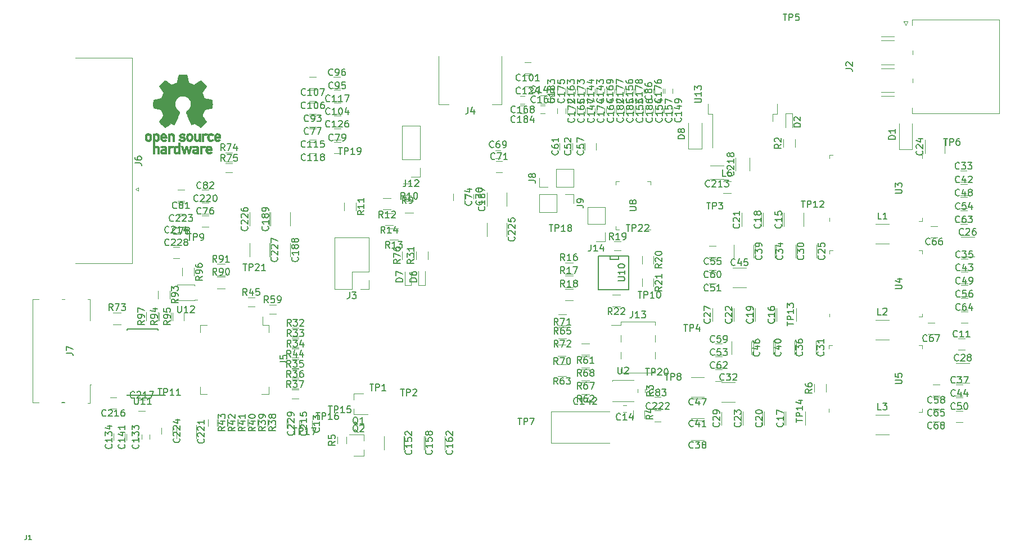
<source format=gbr>
G04 #@! TF.GenerationSoftware,KiCad,Pcbnew,(5.0.2)-1*
G04 #@! TF.CreationDate,2019-04-03T00:40:33-04:00*
G04 #@! TF.ProjectId,RASAC,52415341-432e-46b6-9963-61645f706362,rev?*
G04 #@! TF.SameCoordinates,Original*
G04 #@! TF.FileFunction,Legend,Top*
G04 #@! TF.FilePolarity,Positive*
%FSLAX46Y46*%
G04 Gerber Fmt 4.6, Leading zero omitted, Abs format (unit mm)*
G04 Created by KiCad (PCBNEW (5.0.2)-1) date 4/3/2019 12:40:33 AM*
%MOMM*%
%LPD*%
G01*
G04 APERTURE LIST*
%ADD10C,0.120000*%
%ADD11C,0.150000*%
%ADD12C,0.010000*%
%ADD13C,0.127000*%
G04 APERTURE END LIST*
D10*
G04 #@! TO.C,J6*
X97630245Y-98259900D02*
X98063258Y-98009900D01*
X98063258Y-98509900D02*
X97630245Y-98259900D01*
X98063258Y-98009900D02*
X98063258Y-98509900D01*
X97168920Y-109429900D02*
X88568920Y-109429900D01*
X97168920Y-78459900D02*
X97168920Y-109429900D01*
X88568920Y-78459900D02*
X97168920Y-78459900D01*
G04 #@! TO.C,J4*
X152824380Y-85420640D02*
X151324380Y-85420640D01*
X152824380Y-85420640D02*
X152824380Y-78160640D01*
X143324380Y-85420640D02*
X143324380Y-78160640D01*
X144824380Y-85420640D02*
X143324380Y-85420640D01*
G04 #@! TO.C,R63*
X161294520Y-124659500D02*
X162494520Y-124659500D01*
X162494520Y-126419500D02*
X161294520Y-126419500D01*
G04 #@! TO.C,R70*
X162481820Y-123409600D02*
X161281820Y-123409600D01*
X161281820Y-121649600D02*
X162481820Y-121649600D01*
G04 #@! TO.C,J5*
X116777480Y-118754140D02*
X116777480Y-117479140D01*
X117727480Y-129104140D02*
X117727480Y-128054140D01*
X107377480Y-129104140D02*
X107377480Y-128054140D01*
X107377480Y-118754140D02*
X107377480Y-119804140D01*
X117727480Y-118754140D02*
X117727480Y-119804140D01*
X107377480Y-118754140D02*
X108427480Y-118754140D01*
X107377480Y-129104140D02*
X108427480Y-129104140D01*
X117727480Y-129104140D02*
X116677480Y-129104140D01*
X117727480Y-118754140D02*
X116777480Y-118754140D01*
G04 #@! TO.C,J13*
X175924520Y-122812080D02*
X175924520Y-123832080D01*
X170724520Y-122812080D02*
X170724520Y-123832080D01*
X175924520Y-120272080D02*
X175924520Y-121292080D01*
X170724520Y-120272080D02*
X170724520Y-121292080D01*
X175924520Y-125352080D02*
X175924520Y-125922080D01*
X170724520Y-125352080D02*
X170724520Y-125922080D01*
X175924520Y-118182080D02*
X175924520Y-118752080D01*
X170724520Y-118182080D02*
X170724520Y-118752080D01*
X169284520Y-118752080D02*
X170724520Y-118752080D01*
X170724520Y-125922080D02*
X175924520Y-125922080D01*
X170724520Y-118182080D02*
X175924520Y-118182080D01*
G04 #@! TO.C,C11*
X221541720Y-122429640D02*
X222541720Y-122429640D01*
X222541720Y-120729640D02*
X221541720Y-120729640D01*
G04 #@! TO.C,C15*
X198228400Y-103819200D02*
X198228400Y-101819200D01*
X195268400Y-101819200D02*
X195268400Y-103819200D01*
G04 #@! TO.C,C16*
X197161600Y-118170200D02*
X197161600Y-116170200D01*
X194201600Y-116170200D02*
X194201600Y-118170200D01*
G04 #@! TO.C,C17*
X195522400Y-131791200D02*
X195522400Y-133791200D01*
X198482400Y-133791200D02*
X198482400Y-131791200D01*
G04 #@! TO.C,C18*
X195078800Y-103819200D02*
X195078800Y-101819200D01*
X192118800Y-101819200D02*
X192118800Y-103819200D01*
G04 #@! TO.C,C19*
X193935800Y-118170200D02*
X193935800Y-116170200D01*
X190975800Y-116170200D02*
X190975800Y-118170200D01*
G04 #@! TO.C,C20*
X192334700Y-131791200D02*
X192334700Y-133791200D01*
X195294700Y-133791200D02*
X195294700Y-131791200D01*
G04 #@! TO.C,C21*
X188956500Y-101819200D02*
X188956500Y-103819200D01*
X191916500Y-103819200D02*
X191916500Y-101819200D01*
G04 #@! TO.C,C22*
X187762700Y-116170200D02*
X187762700Y-118170200D01*
X190722700Y-118170200D02*
X190722700Y-116170200D01*
G04 #@! TO.C,C23*
X192094300Y-133791200D02*
X192094300Y-131791200D01*
X189134300Y-131791200D02*
X189134300Y-133791200D01*
G04 #@! TO.C,C24*
X216528200Y-90795600D02*
X216528200Y-92795600D01*
X219488200Y-92795600D02*
X219488200Y-90795600D01*
G04 #@! TO.C,C25*
X200209600Y-108594400D02*
X200209600Y-106594400D01*
X197249600Y-106594400D02*
X197249600Y-108594400D01*
G04 #@! TO.C,C26*
X223961200Y-105466700D02*
X221961200Y-105466700D01*
X221961200Y-108426700D02*
X223961200Y-108426700D01*
G04 #@! TO.C,C27*
X187509600Y-118170200D02*
X187509600Y-116170200D01*
X184549600Y-116170200D02*
X184549600Y-118170200D01*
G04 #@! TO.C,C28*
X221224600Y-127413200D02*
X223224600Y-127413200D01*
X223224600Y-124453200D02*
X221224600Y-124453200D01*
G04 #@! TO.C,C29*
X185921200Y-131803900D02*
X185921200Y-133803900D01*
X188881200Y-133803900D02*
X188881200Y-131803900D01*
G04 #@! TO.C,C30*
X197060000Y-108594400D02*
X197060000Y-106594400D01*
X194100000Y-106594400D02*
X194100000Y-108594400D01*
G04 #@! TO.C,C31*
X200095300Y-123110500D02*
X200095300Y-121110500D01*
X197135300Y-121110500D02*
X197135300Y-123110500D01*
G04 #@! TO.C,C32*
X185931300Y-130334200D02*
X187931300Y-130334200D01*
X187931300Y-127374200D02*
X185931300Y-127374200D01*
G04 #@! TO.C,C33*
X221842200Y-97103300D02*
X222842200Y-97103300D01*
X222842200Y-95403300D02*
X221842200Y-95403300D01*
G04 #@! TO.C,C34*
X190937700Y-106594400D02*
X190937700Y-108594400D01*
X193897700Y-108594400D02*
X193897700Y-106594400D01*
G04 #@! TO.C,C35*
X222953200Y-108738300D02*
X221953200Y-108738300D01*
X221953200Y-110438300D02*
X222953200Y-110438300D01*
G04 #@! TO.C,C36*
X193909500Y-121110500D02*
X193909500Y-123110500D01*
X196869500Y-123110500D02*
X196869500Y-121110500D01*
G04 #@! TO.C,C37*
X221216600Y-129374000D02*
X222216600Y-129374000D01*
X222216600Y-127674000D02*
X221216600Y-127674000D01*
G04 #@! TO.C,C38*
X181283100Y-136074600D02*
X183283100Y-136074600D01*
X183283100Y-133114600D02*
X181283100Y-133114600D01*
G04 #@! TO.C,C39*
X187788100Y-106594400D02*
X187788100Y-108594400D01*
X190748100Y-108594400D02*
X190748100Y-106594400D01*
G04 #@! TO.C,C40*
X193643700Y-123123200D02*
X193643700Y-121123200D01*
X190683700Y-121123200D02*
X190683700Y-123123200D01*
G04 #@! TO.C,C41*
X183283100Y-129850700D02*
X181283100Y-129850700D01*
X181283100Y-132810700D02*
X183283100Y-132810700D01*
G04 #@! TO.C,C42*
X222877000Y-97448000D02*
X221877000Y-97448000D01*
X221877000Y-99148000D02*
X222877000Y-99148000D01*
G04 #@! TO.C,C43*
X222940500Y-110719500D02*
X221940500Y-110719500D01*
X221940500Y-112419500D02*
X222940500Y-112419500D01*
G04 #@! TO.C,C44*
X222216600Y-129655200D02*
X221216600Y-129655200D01*
X221216600Y-131355200D02*
X222216600Y-131355200D01*
G04 #@! TO.C,C45*
X187607700Y-113011400D02*
X189607700Y-113011400D01*
X189607700Y-110051400D02*
X187607700Y-110051400D01*
G04 #@! TO.C,C46*
X190405200Y-123135900D02*
X190405200Y-121135900D01*
X187445200Y-121135900D02*
X187445200Y-123135900D01*
G04 #@! TO.C,C47*
X181283100Y-129559500D02*
X183283100Y-129559500D01*
X183283100Y-126599500D02*
X181283100Y-126599500D01*
G04 #@! TO.C,C48*
X221864300Y-101141900D02*
X222864300Y-101141900D01*
X222864300Y-99441900D02*
X221864300Y-99441900D01*
G04 #@! TO.C,C49*
X221953200Y-114400700D02*
X222953200Y-114400700D01*
X222953200Y-112700700D02*
X221953200Y-112700700D01*
G04 #@! TO.C,C50*
X221203900Y-133336400D02*
X222203900Y-133336400D01*
X222203900Y-131636400D02*
X221203900Y-131636400D01*
G04 #@! TO.C,C54*
X222902400Y-101461200D02*
X221902400Y-101461200D01*
X221902400Y-103161200D02*
X222902400Y-103161200D01*
G04 #@! TO.C,C56*
X221953200Y-116394600D02*
X222953200Y-116394600D01*
X222953200Y-114694600D02*
X221953200Y-114694600D01*
G04 #@! TO.C,C58*
X217711400Y-129374000D02*
X218711400Y-129374000D01*
X218711400Y-127674000D02*
X217711400Y-127674000D01*
G04 #@! TO.C,C63*
X221889700Y-105155100D02*
X222889700Y-105155100D01*
X222889700Y-103455100D02*
X221889700Y-103455100D01*
G04 #@! TO.C,C64*
X222940500Y-116675800D02*
X221940500Y-116675800D01*
X221940500Y-118375800D02*
X222940500Y-118375800D01*
G04 #@! TO.C,C65*
X217698700Y-131304400D02*
X218698700Y-131304400D01*
X218698700Y-129604400D02*
X217698700Y-129604400D01*
G04 #@! TO.C,C66*
X217419300Y-105510700D02*
X218419300Y-105510700D01*
X218419300Y-103810700D02*
X217419300Y-103810700D01*
G04 #@! TO.C,C67*
X217962100Y-118390300D02*
X216962100Y-118390300D01*
X216962100Y-120090300D02*
X217962100Y-120090300D01*
G04 #@! TO.C,C68*
X218698700Y-131547500D02*
X217698700Y-131547500D01*
X217698700Y-133247500D02*
X218698700Y-133247500D01*
G04 #@! TO.C,C142*
X160210960Y-131722160D02*
X160210960Y-136522160D01*
X160210960Y-136522160D02*
X169010960Y-136522160D01*
X160210960Y-131722160D02*
X169010960Y-131722160D01*
G04 #@! TO.C,C187*
X150599960Y-98738180D02*
X150599960Y-100738180D01*
X153559960Y-100738180D02*
X153559960Y-98738180D01*
G04 #@! TO.C,C188*
X120965919Y-108384381D02*
X120965919Y-106384381D01*
X118005919Y-106384381D02*
X118005919Y-108384381D01*
G04 #@! TO.C,C189*
X118011760Y-101730300D02*
X118011760Y-103730300D01*
X120971760Y-103730300D02*
X120971760Y-101730300D01*
G04 #@! TO.C,C218*
X190084900Y-95475300D02*
X190084900Y-93475300D01*
X188044900Y-93475300D02*
X188044900Y-95475300D01*
G04 #@! TO.C,C221*
X106797520Y-135791120D02*
X106797520Y-133791120D01*
X103837520Y-133791120D02*
X103837520Y-135791120D01*
G04 #@! TO.C,C224*
X101560260Y-134188580D02*
X101560260Y-135188580D01*
X103260260Y-135188580D02*
X103260260Y-134188580D01*
G04 #@! TO.C,C225*
X150605040Y-103312720D02*
X150605040Y-105312720D01*
X153565040Y-105312720D02*
X153565040Y-103312720D01*
G04 #@! TO.C,C226*
X117850100Y-103732840D02*
X117850100Y-101732840D01*
X114890100Y-101732840D02*
X114890100Y-103732840D01*
G04 #@! TO.C,C227*
X114880199Y-106384381D02*
X114880199Y-108384381D01*
X117840199Y-108384381D02*
X117840199Y-106384381D01*
G04 #@! TO.C,D1*
X212614000Y-92191400D02*
X212614000Y-88291400D01*
X214614000Y-92191400D02*
X214614000Y-88291400D01*
X212614000Y-92191400D02*
X214614000Y-92191400D01*
G04 #@! TO.C,D6*
X140279500Y-112732340D02*
X141279500Y-112732340D01*
X141279500Y-112732340D02*
X141279500Y-110632340D01*
X140279500Y-112732340D02*
X140279500Y-110632340D01*
G04 #@! TO.C,D8*
X180889400Y-92140600D02*
X182889400Y-92140600D01*
X182889400Y-92140600D02*
X182889400Y-88240600D01*
X180889400Y-92140600D02*
X180889400Y-88240600D01*
G04 #@! TO.C,J2*
X213952100Y-72919280D02*
X213652100Y-73519280D01*
X213352100Y-72919280D02*
X213952100Y-72919280D01*
X213652100Y-73519280D02*
X213352100Y-72919280D01*
X214652100Y-81519280D02*
X214652100Y-82119280D01*
X214652100Y-77319280D02*
X214652100Y-77919280D01*
X211852100Y-84219280D02*
X209952100Y-84219280D01*
X211852100Y-83619280D02*
X209952100Y-83619280D01*
X211852100Y-80019280D02*
X209952100Y-80019280D01*
X211852100Y-79419280D02*
X209952100Y-79419280D01*
X211852100Y-75819280D02*
X209952100Y-75819280D01*
X211852100Y-75219280D02*
X209952100Y-75219280D01*
X227702100Y-86769280D02*
X227702100Y-79719280D01*
X214602100Y-86769280D02*
X227702100Y-86769280D01*
X214602100Y-85919280D02*
X214602100Y-86769280D01*
X227702100Y-72669280D02*
X227702100Y-79719280D01*
X214602100Y-72669280D02*
X227702100Y-72669280D01*
X214602100Y-73519280D02*
X214602100Y-72669280D01*
G04 #@! TO.C,J3*
X132825800Y-113283040D02*
X131495800Y-113283040D01*
X132825800Y-111953040D02*
X132825800Y-113283040D01*
X130225800Y-113283040D02*
X127625800Y-113283040D01*
X130225800Y-110683040D02*
X130225800Y-113283040D01*
X132825800Y-110683040D02*
X130225800Y-110683040D01*
X127625800Y-113283040D02*
X127625800Y-105543040D01*
X132825800Y-110683040D02*
X132825800Y-105543040D01*
X132825800Y-105543040D02*
X127625800Y-105543040D01*
G04 #@! TO.C,J7*
X90794700Y-127710880D02*
X90994700Y-127710880D01*
X90794700Y-127710880D02*
X90794700Y-130510880D01*
X82134700Y-114810880D02*
X83094700Y-114810880D01*
X86594700Y-114810880D02*
X86994700Y-114810880D01*
X90484700Y-114810880D02*
X90794700Y-114810880D01*
X90794700Y-114810880D02*
X90794700Y-118010880D01*
X90794700Y-130510880D02*
X90484700Y-130510880D01*
D11*
X86994700Y-130410880D02*
X86594700Y-130410880D01*
D10*
X83094700Y-130410880D02*
X82134700Y-130410880D01*
X82134700Y-114810880D02*
X82134700Y-130410880D01*
G04 #@! TO.C,J8*
X158438540Y-97875400D02*
X158438540Y-96545400D01*
X159768540Y-97875400D02*
X158438540Y-97875400D01*
X161038540Y-97875400D02*
X161038540Y-95215400D01*
X161038540Y-95215400D02*
X163638540Y-95215400D01*
X161038540Y-97875400D02*
X163638540Y-97875400D01*
X163638540Y-97875400D02*
X163638540Y-95215400D01*
G04 #@! TO.C,J9*
X163651240Y-99012700D02*
X163651240Y-100342700D01*
X162321240Y-99012700D02*
X163651240Y-99012700D01*
X161051240Y-99012700D02*
X161051240Y-101672700D01*
X161051240Y-101672700D02*
X158451240Y-101672700D01*
X161051240Y-99012700D02*
X158451240Y-99012700D01*
X158451240Y-99012700D02*
X158451240Y-101672700D01*
G04 #@! TO.C,J12*
X140488980Y-96376800D02*
X139158980Y-96376800D01*
X140488980Y-95046800D02*
X140488980Y-96376800D01*
X140488980Y-93776800D02*
X137828980Y-93776800D01*
X137828980Y-93776800D02*
X137828980Y-88636800D01*
X140488980Y-93776800D02*
X140488980Y-88636800D01*
X140488980Y-88636800D02*
X137828980Y-88636800D01*
G04 #@! TO.C,J14*
X168378180Y-100922780D02*
X165718180Y-100922780D01*
X168378180Y-103522780D02*
X168378180Y-100922780D01*
X165718180Y-103522780D02*
X165718180Y-100922780D01*
X168378180Y-103522780D02*
X165718180Y-103522780D01*
X168378180Y-104792780D02*
X168378180Y-106122780D01*
X168378180Y-106122780D02*
X167048180Y-106122780D01*
G04 #@! TO.C,L1*
X209121500Y-103523600D02*
X211121500Y-103523600D01*
X211121500Y-106483600D02*
X209121500Y-106483600D01*
G04 #@! TO.C,L2*
X211108800Y-120885400D02*
X209108800Y-120885400D01*
X209108800Y-117925400D02*
X211108800Y-117925400D01*
G04 #@! TO.C,L3*
X209108800Y-132251000D02*
X211108800Y-132251000D01*
X211108800Y-135211000D02*
X209108800Y-135211000D01*
G04 #@! TO.C,L6*
X186117900Y-97049700D02*
X187317900Y-97049700D01*
X187317900Y-98809700D02*
X186117900Y-98809700D01*
G04 #@! TO.C,Q1*
X130481800Y-129064900D02*
X131941800Y-129064900D01*
X130481800Y-132224900D02*
X132641800Y-132224900D01*
X130481800Y-132224900D02*
X130481800Y-131294900D01*
X130481800Y-129064900D02*
X130481800Y-129994900D01*
G04 #@! TO.C,Q2*
X132014500Y-138407260D02*
X132014500Y-137477260D01*
X132014500Y-135247260D02*
X132014500Y-136177260D01*
X132014500Y-135247260D02*
X129854500Y-135247260D01*
X132014500Y-138407260D02*
X130554500Y-138407260D01*
G04 #@! TO.C,R5*
X128034500Y-136572880D02*
X128034500Y-135572880D01*
X129394500Y-135572880D02*
X129394500Y-136572880D01*
G04 #@! TO.C,U2*
X172674080Y-127017980D02*
X169474080Y-127017980D01*
X169474080Y-127017980D02*
X169474080Y-127217980D01*
X172674080Y-130217980D02*
X169474080Y-130217980D01*
G04 #@! TO.C,U8*
X169983240Y-97563140D02*
X169983240Y-97063140D01*
X169983240Y-97063140D02*
X170483240Y-97063140D01*
X169983240Y-104313140D02*
X170483240Y-104313140D01*
X169983240Y-103813140D02*
X169983240Y-104313140D01*
X174733240Y-97063140D02*
X175233240Y-97063140D01*
X175233240Y-104313140D02*
X174733240Y-104313140D01*
X175233240Y-97063140D02*
X175233240Y-97563140D01*
D11*
G04 #@! TO.C,U10*
X171884340Y-108270040D02*
X171884340Y-113350040D01*
X171884340Y-113350040D02*
X167312340Y-113350040D01*
X167312340Y-113350040D02*
X167312340Y-108270040D01*
X167312340Y-108270040D02*
X171884340Y-108270040D01*
X170360340Y-108270040D02*
X170360340Y-108778040D01*
X170360340Y-108778040D02*
X169090340Y-108778040D01*
X169090340Y-108778040D02*
X169090340Y-108270040D01*
G04 #@! TO.C,U11*
X101070040Y-119345300D02*
X96420040Y-119345300D01*
X102145040Y-129345300D02*
X96420040Y-129345300D01*
X101070040Y-119345300D02*
X101070040Y-119452800D01*
X96420040Y-119345300D02*
X96420040Y-119452800D01*
X96420040Y-129295300D02*
X96420040Y-129187800D01*
D10*
G04 #@! TO.C,U12*
X106547440Y-112627560D02*
X103947440Y-112627560D01*
X103947440Y-112627560D02*
X103947440Y-112827560D01*
X103947440Y-114827560D02*
X103947440Y-115027560D01*
X103947440Y-115027560D02*
X106547440Y-115027560D01*
X106547440Y-115027560D02*
X106547440Y-114927560D01*
X106547440Y-114927560D02*
X106947440Y-114927560D01*
X106547440Y-112627560D02*
X106547440Y-112827560D01*
G04 #@! TO.C,U13*
X193574900Y-86858900D02*
X193574900Y-87958900D01*
X194264900Y-86858900D02*
X193574900Y-86858900D01*
X194264900Y-85358900D02*
X194264900Y-86858900D01*
X184554900Y-86858900D02*
X184554900Y-91983900D01*
X183864900Y-86858900D02*
X184554900Y-86858900D01*
X183864900Y-85358900D02*
X183864900Y-86858900D01*
G04 #@! TO.C,U3*
X216120740Y-102589720D02*
X216120740Y-103089720D01*
X216120740Y-103089720D02*
X215620740Y-103089720D01*
X216120740Y-93089720D02*
X215620740Y-93089720D01*
X216120740Y-93589720D02*
X216120740Y-93089720D01*
X202120740Y-93589720D02*
X202120740Y-93089720D01*
X202120740Y-93089720D02*
X202620740Y-93089720D01*
X202120740Y-103089720D02*
X202120740Y-102589720D01*
G04 #@! TO.C,U4*
X216118200Y-116986700D02*
X216118200Y-117486700D01*
X216118200Y-117486700D02*
X215618200Y-117486700D01*
X216118200Y-107486700D02*
X215618200Y-107486700D01*
X216118200Y-107986700D02*
X216118200Y-107486700D01*
X202118200Y-107986700D02*
X202118200Y-107486700D01*
X202118200Y-107486700D02*
X202618200Y-107486700D01*
X202118200Y-117486700D02*
X202118200Y-116986700D01*
G04 #@! TO.C,U5*
X202105500Y-131802400D02*
X202105500Y-131302400D01*
X202105500Y-121802400D02*
X202605500Y-121802400D01*
X202105500Y-122302400D02*
X202105500Y-121802400D01*
X216105500Y-122302400D02*
X216105500Y-121802400D01*
X216105500Y-121802400D02*
X215605500Y-121802400D01*
X216105500Y-131802400D02*
X215605500Y-131802400D01*
X216105500Y-131302400D02*
X216105500Y-131802400D01*
G04 #@! TO.C,C69*
X152577280Y-93617340D02*
X151877280Y-93617340D01*
X151877280Y-92417340D02*
X152577280Y-92417340D01*
G04 #@! TO.C,C70*
X147337220Y-99661460D02*
X147337220Y-98961460D01*
X148537220Y-98961460D02*
X148537220Y-99661460D01*
G04 #@! TO.C,C71*
X151902540Y-95658040D02*
X152902540Y-95658040D01*
X152902540Y-93958040D02*
X151902540Y-93958040D01*
G04 #@! TO.C,C74*
X147171780Y-99887660D02*
X147171780Y-98887660D01*
X145471780Y-98887660D02*
X145471780Y-99887660D01*
G04 #@! TO.C,C76*
X108663360Y-102182560D02*
X107663360Y-102182560D01*
X107663360Y-103882560D02*
X108663360Y-103882560D01*
G04 #@! TO.C,C77*
X123840620Y-88838140D02*
X124840620Y-88838140D01*
X124840620Y-87138140D02*
X123840620Y-87138140D01*
G04 #@! TO.C,C78*
X104008300Y-103874940D02*
X105008300Y-103874940D01*
X105008300Y-102174940D02*
X104008300Y-102174940D01*
G04 #@! TO.C,C79*
X127543261Y-92814561D02*
X128543261Y-92814561D01*
X128543261Y-91114561D02*
X127543261Y-91114561D01*
G04 #@! TO.C,C81*
X104010840Y-100042080D02*
X105010840Y-100042080D01*
X105010840Y-98342080D02*
X104010840Y-98342080D01*
G04 #@! TO.C,C82*
X107655740Y-100042080D02*
X108655740Y-100042080D01*
X108655740Y-98342080D02*
X107655740Y-98342080D01*
G04 #@! TO.C,C83*
X176786160Y-129586620D02*
X175786160Y-129586620D01*
X175786160Y-131286620D02*
X176786160Y-131286620D01*
G04 #@! TO.C,C86*
X177056340Y-83078840D02*
X177056340Y-83778840D01*
X175856340Y-83778840D02*
X175856340Y-83078840D01*
G04 #@! TO.C,C93*
X123845700Y-86912820D02*
X124845700Y-86912820D01*
X124845700Y-85212820D02*
X123845700Y-85212820D01*
G04 #@! TO.C,C95*
X128518501Y-83279381D02*
X127518501Y-83279381D01*
X127518501Y-84979381D02*
X128518501Y-84979381D01*
G04 #@! TO.C,C96*
X128513460Y-81283440D02*
X127513460Y-81283440D01*
X127513460Y-82983440D02*
X128513460Y-82983440D01*
G04 #@! TO.C,C101*
X157220540Y-79088880D02*
X156220540Y-79088880D01*
X156220540Y-80788880D02*
X157220540Y-80788880D01*
G04 #@! TO.C,C104*
X127545041Y-88856781D02*
X128545041Y-88856781D01*
X128545041Y-87156781D02*
X127545041Y-87156781D01*
G04 #@! TO.C,C106*
X124855860Y-83267180D02*
X123855860Y-83267180D01*
X123855860Y-84967180D02*
X124855860Y-84967180D01*
G04 #@! TO.C,C107*
X124848240Y-81260580D02*
X123848240Y-81260580D01*
X123848240Y-82960580D02*
X124848240Y-82960580D01*
G04 #@! TO.C,C115*
X123843160Y-90806640D02*
X124843160Y-90806640D01*
X124843160Y-89106640D02*
X123843160Y-89106640D01*
G04 #@! TO.C,C117*
X127546480Y-86928060D02*
X128546480Y-86928060D01*
X128546480Y-85228060D02*
X127546480Y-85228060D01*
G04 #@! TO.C,C118*
X123848240Y-92800540D02*
X124848240Y-92800540D01*
X124848240Y-91100540D02*
X123848240Y-91100540D01*
G04 #@! TO.C,C124*
X157220540Y-81062460D02*
X156220540Y-81062460D01*
X156220540Y-82762460D02*
X157220540Y-82762460D01*
G04 #@! TO.C,C126*
X128536320Y-89066000D02*
X127536320Y-89066000D01*
X127536320Y-90766000D02*
X128536320Y-90766000D01*
G04 #@! TO.C,C133*
X98604780Y-135947900D02*
X98604780Y-135247900D01*
X99804780Y-135247900D02*
X99804780Y-135947900D01*
G04 #@! TO.C,C134*
X94328880Y-135092820D02*
X94328880Y-136092820D01*
X96028880Y-136092820D02*
X96028880Y-135092820D01*
G04 #@! TO.C,C141*
X96284680Y-135105520D02*
X96284680Y-136105520D01*
X97984680Y-136105520D02*
X97984680Y-135105520D01*
G04 #@! TO.C,C143*
X168582441Y-83786599D02*
X168582441Y-83086599D01*
X169782441Y-83086599D02*
X169782441Y-83786599D01*
G04 #@! TO.C,C144*
X168311120Y-83083920D02*
X168311120Y-83783920D01*
X167111120Y-83783920D02*
X167111120Y-83083920D01*
G04 #@! TO.C,C146*
X158595580Y-84131860D02*
X159295580Y-84131860D01*
X159295580Y-85331860D02*
X158595580Y-85331860D01*
G04 #@! TO.C,C147*
X165370625Y-86060505D02*
X165370625Y-86760505D01*
X164170625Y-86760505D02*
X164170625Y-86060505D01*
G04 #@! TO.C,C149*
X177296520Y-86720160D02*
X177296520Y-86020160D01*
X178496520Y-86020160D02*
X178496520Y-86720160D01*
G04 #@! TO.C,C152*
X138039299Y-137478441D02*
X138039299Y-135478441D01*
X135079299Y-135478441D02*
X135079299Y-137478441D01*
G04 #@! TO.C,C153*
X171505320Y-86737940D02*
X171505320Y-86037940D01*
X172705320Y-86037940D02*
X172705320Y-86737940D01*
G04 #@! TO.C,C154*
X175619999Y-86033401D02*
X175619999Y-86733401D01*
X174419999Y-86733401D02*
X174419999Y-86033401D01*
G04 #@! TO.C,C156*
X174170900Y-83076300D02*
X174170900Y-83776300D01*
X172970900Y-83776300D02*
X172970900Y-83076300D01*
G04 #@! TO.C,C157*
X177069040Y-86027780D02*
X177069040Y-86727780D01*
X175869040Y-86727780D02*
X175869040Y-86027780D01*
G04 #@! TO.C,C158*
X138159299Y-135478441D02*
X138159299Y-137478441D01*
X141119299Y-137478441D02*
X141119299Y-135478441D01*
G04 #@! TO.C,C162*
X141239299Y-135478441D02*
X141239299Y-137478441D01*
X144199299Y-137478441D02*
X144199299Y-135478441D01*
G04 #@! TO.C,C163*
X164175581Y-83802019D02*
X164175581Y-83102019D01*
X165375581Y-83102019D02*
X165375581Y-83802019D01*
G04 #@! TO.C,C164*
X167118740Y-86735400D02*
X167118740Y-86035400D01*
X168318740Y-86035400D02*
X168318740Y-86735400D01*
G04 #@! TO.C,C165*
X162678385Y-86760505D02*
X162678385Y-86060505D01*
X163878385Y-86060505D02*
X163878385Y-86760505D01*
G04 #@! TO.C,C166*
X158618440Y-85615220D02*
X159318440Y-85615220D01*
X159318440Y-86815220D02*
X158618440Y-86815220D01*
G04 #@! TO.C,C168*
X156280600Y-85339480D02*
X155580600Y-85339480D01*
X155580600Y-84139480D02*
X156280600Y-84139480D01*
G04 #@! TO.C,C169*
X171237200Y-83078840D02*
X171237200Y-83778840D01*
X170037200Y-83778840D02*
X170037200Y-83078840D01*
G04 #@! TO.C,C172*
X161206465Y-86760505D02*
X161206465Y-86060505D01*
X162406465Y-86060505D02*
X162406465Y-86760505D01*
G04 #@! TO.C,C173*
X166843000Y-83096620D02*
X166843000Y-83796620D01*
X165643000Y-83796620D02*
X165643000Y-83096620D01*
G04 #@! TO.C,C174*
X166843000Y-86060800D02*
X166843000Y-86760800D01*
X165643000Y-86760800D02*
X165643000Y-86060800D01*
G04 #@! TO.C,C175*
X163883341Y-83102019D02*
X163883341Y-83802019D01*
X162683341Y-83802019D02*
X162683341Y-83102019D01*
G04 #@! TO.C,C176*
X177306680Y-83778840D02*
X177306680Y-83078840D01*
X178506680Y-83078840D02*
X178506680Y-83778840D01*
G04 #@! TO.C,C177*
X172712940Y-83078840D02*
X172712940Y-83778840D01*
X171512940Y-83778840D02*
X171512940Y-83078840D01*
G04 #@! TO.C,C178*
X174423780Y-83776300D02*
X174423780Y-83076300D01*
X175623780Y-83076300D02*
X175623780Y-83776300D01*
G04 #@! TO.C,C182*
X169771620Y-86035400D02*
X169771620Y-86735400D01*
X168571620Y-86735400D02*
X168571620Y-86035400D01*
G04 #@! TO.C,C183*
X161211421Y-83802019D02*
X161211421Y-83102019D01*
X162411421Y-83102019D02*
X162411421Y-83802019D01*
G04 #@! TO.C,C184*
X155580600Y-85615220D02*
X156280600Y-85615220D01*
X156280600Y-86815220D02*
X155580600Y-86815220D01*
G04 #@! TO.C,C185*
X170034660Y-86735400D02*
X170034660Y-86035400D01*
X171234660Y-86035400D02*
X171234660Y-86735400D01*
G04 #@! TO.C,C186*
X174158200Y-86032860D02*
X174158200Y-86732860D01*
X172958200Y-86732860D02*
X172958200Y-86032860D01*
G04 #@! TO.C,C217*
X98133280Y-131647300D02*
X99133280Y-131647300D01*
X99133280Y-129947300D02*
X98133280Y-129947300D01*
G04 #@! TO.C,C220*
X107676060Y-101972480D02*
X108676060Y-101972480D01*
X108676060Y-100272480D02*
X107676060Y-100272480D01*
G04 #@! TO.C,C222*
X175781080Y-133308460D02*
X176781080Y-133308460D01*
X176781080Y-131608460D02*
X175781080Y-131608460D01*
G04 #@! TO.C,C223*
X104010840Y-101972480D02*
X105010840Y-101972480D01*
X105010840Y-100272480D02*
X104010840Y-100272480D01*
G04 #@! TO.C,D7*
X138194160Y-112742500D02*
X138194160Y-110642500D01*
X139194160Y-112742500D02*
X139194160Y-110642500D01*
X138194160Y-112742500D02*
X139194160Y-112742500D01*
G04 #@! TO.C,R9*
X137995100Y-97400220D02*
X139195100Y-97400220D01*
X139195100Y-99160220D02*
X137995100Y-99160220D01*
G04 #@! TO.C,R10*
X138266880Y-100034200D02*
X139466880Y-100034200D01*
X139466880Y-101794200D02*
X138266880Y-101794200D01*
G04 #@! TO.C,R11*
X129104500Y-101448160D02*
X129104500Y-100248160D01*
X130864500Y-100248160D02*
X130864500Y-101448160D01*
G04 #@! TO.C,R12*
X136147100Y-101316680D02*
X134947100Y-101316680D01*
X134947100Y-99556680D02*
X136147100Y-99556680D01*
G04 #@! TO.C,R13*
X137175800Y-105888680D02*
X135975800Y-105888680D01*
X135975800Y-104128680D02*
X137175800Y-104128680D01*
G04 #@! TO.C,R14*
X136459520Y-103648400D02*
X135259520Y-103648400D01*
X135259520Y-101888400D02*
X136459520Y-101888400D01*
G04 #@! TO.C,R16*
X163520680Y-111042340D02*
X162320680Y-111042340D01*
X162320680Y-109282340D02*
X163520680Y-109282340D01*
G04 #@! TO.C,R17*
X162313060Y-111268620D02*
X163513060Y-111268620D01*
X163513060Y-113028620D02*
X162313060Y-113028620D01*
G04 #@! TO.C,R18*
X162315600Y-113265060D02*
X163515600Y-113265060D01*
X163515600Y-115025060D02*
X162315600Y-115025060D01*
G04 #@! TO.C,R19*
X170748580Y-107499700D02*
X169748580Y-107499700D01*
X169748580Y-106139700D02*
X170748580Y-106139700D01*
G04 #@! TO.C,R20*
X173915180Y-109472020D02*
X173915180Y-108272020D01*
X175675180Y-108272020D02*
X175675180Y-109472020D01*
G04 #@! TO.C,R21*
X173922800Y-112901020D02*
X173922800Y-111701020D01*
X175682800Y-111701020D02*
X175682800Y-112901020D01*
G04 #@! TO.C,R22*
X170653000Y-115911520D02*
X169453000Y-115911520D01*
X169453000Y-114151520D02*
X170653000Y-114151520D01*
G04 #@! TO.C,R31*
X141664580Y-107593840D02*
X141664580Y-108793840D01*
X139904580Y-108793840D02*
X139904580Y-107593840D01*
G04 #@! TO.C,R73*
X94289320Y-116841380D02*
X95489320Y-116841380D01*
X95489320Y-118601380D02*
X94289320Y-118601380D01*
G04 #@! TO.C,R76*
X137829400Y-108798920D02*
X137829400Y-107598920D01*
X139589400Y-107598920D02*
X139589400Y-108798920D01*
G04 #@! TO.C,R93*
X101083220Y-114757760D02*
X101083220Y-113557760D01*
X102843220Y-113557760D02*
X102843220Y-114757760D01*
G04 #@! TO.C,R94*
X101258480Y-118016580D02*
X101258480Y-116816580D01*
X103018480Y-116816580D02*
X103018480Y-118016580D01*
G04 #@! TO.C,R95*
X103226980Y-118026740D02*
X103226980Y-116826740D01*
X104986980Y-116826740D02*
X104986980Y-118026740D01*
G04 #@! TO.C,R96*
X106488120Y-110110980D02*
X106488120Y-111310980D01*
X104728120Y-111310980D02*
X104728120Y-110110980D01*
G04 #@! TO.C,R97*
X101060140Y-116811500D02*
X101060140Y-118011500D01*
X99300140Y-118011500D02*
X99300140Y-116811500D01*
G04 #@! TO.C,C13*
X124288920Y-134093840D02*
X124288920Y-133093840D01*
X122588920Y-133093840D02*
X122588920Y-134093840D01*
G04 #@! TO.C,C14*
X171570460Y-130863240D02*
X171070460Y-130863240D01*
X171070460Y-131803240D02*
X171570460Y-131803240D01*
G04 #@! TO.C,C51*
X184033540Y-112472840D02*
X185033540Y-112472840D01*
X185033540Y-110772840D02*
X184033540Y-110772840D01*
G04 #@! TO.C,C52*
X165132621Y-92274819D02*
X165132621Y-91274819D01*
X163432621Y-91274819D02*
X163432621Y-92274819D01*
G04 #@! TO.C,C53*
X184986040Y-125188080D02*
X185986040Y-125188080D01*
X185986040Y-123488080D02*
X184986040Y-123488080D01*
G04 #@! TO.C,C55*
X185051320Y-106759640D02*
X184051320Y-106759640D01*
X184051320Y-108459640D02*
X185051320Y-108459640D01*
G04 #@! TO.C,C57*
X165326960Y-91275280D02*
X165326960Y-92275280D01*
X167026960Y-92275280D02*
X167026960Y-91275280D01*
G04 #@! TO.C,C59*
X185986040Y-121509420D02*
X184986040Y-121509420D01*
X184986040Y-123209420D02*
X185986040Y-123209420D01*
G04 #@! TO.C,C60*
X184038620Y-110463700D02*
X185038620Y-110463700D01*
X185038620Y-108763700D02*
X184038620Y-108763700D01*
G04 #@! TO.C,C61*
X163227120Y-92267660D02*
X163227120Y-91267660D01*
X161527120Y-91267660D02*
X161527120Y-92267660D01*
G04 #@! TO.C,C62*
X184983500Y-127148960D02*
X185983500Y-127148960D01*
X185983500Y-125448960D02*
X184983500Y-125448960D01*
G04 #@! TO.C,C213*
X186215400Y-94644020D02*
X184215400Y-94644020D01*
X184215400Y-96684020D02*
X186215400Y-96684020D01*
G04 #@! TO.C,C214*
X104309800Y-105027360D02*
X103309800Y-105027360D01*
X103309800Y-106727360D02*
X104309800Y-106727360D01*
G04 #@! TO.C,C215*
X122343779Y-134095921D02*
X122343779Y-133095921D01*
X120643779Y-133095921D02*
X120643779Y-134095921D01*
G04 #@! TO.C,C216*
X94825440Y-129675520D02*
X93825440Y-129675520D01*
X93825440Y-131375520D02*
X94825440Y-131375520D01*
G04 #@! TO.C,C228*
X103309800Y-108634900D02*
X104309800Y-108634900D01*
X104309800Y-106934900D02*
X103309800Y-106934900D01*
G04 #@! TO.C,C229*
X120427259Y-134095921D02*
X120427259Y-133095921D01*
X118727259Y-133095921D02*
X118727259Y-134095921D01*
G04 #@! TO.C,D2*
X196582920Y-86794820D02*
X196582920Y-88894820D01*
X195582920Y-86794820D02*
X195582920Y-88894820D01*
X196582920Y-86794820D02*
X195582920Y-86794820D01*
G04 #@! TO.C,R2*
X196968000Y-90682520D02*
X196968000Y-91882520D01*
X195208000Y-91882520D02*
X195208000Y-90682520D01*
G04 #@! TO.C,R3*
X173277120Y-128373060D02*
X173277120Y-128873060D01*
X174337120Y-128873060D02*
X174337120Y-128373060D01*
G04 #@! TO.C,R4*
X174318820Y-131548580D02*
X174318820Y-132748580D01*
X172558820Y-132748580D02*
X172558820Y-131548580D01*
G04 #@! TO.C,R6*
X199840960Y-128831900D02*
X199840960Y-127631900D01*
X201600960Y-127631900D02*
X201600960Y-128831900D01*
G04 #@! TO.C,R32*
X121224420Y-119174980D02*
X122224420Y-119174980D01*
X122224420Y-120534980D02*
X121224420Y-120534980D01*
G04 #@! TO.C,R33*
X121225120Y-120752320D02*
X122225120Y-120752320D01*
X122225120Y-122112320D02*
X121225120Y-122112320D01*
G04 #@! TO.C,R34*
X121219340Y-122301720D02*
X122219340Y-122301720D01*
X122219340Y-123661720D02*
X121219340Y-123661720D01*
G04 #@! TO.C,R35*
X121183780Y-125359880D02*
X122183780Y-125359880D01*
X122183780Y-126719880D02*
X121183780Y-126719880D01*
G04 #@! TO.C,R36*
X122193940Y-128254040D02*
X121193940Y-128254040D01*
X121193940Y-126894040D02*
X122193940Y-126894040D01*
G04 #@! TO.C,R37*
X122193940Y-129795820D02*
X121193940Y-129795820D01*
X121193940Y-128435820D02*
X122193940Y-128435820D01*
G04 #@! TO.C,R38*
X117537780Y-132933820D02*
X117537780Y-133933820D01*
X116177780Y-133933820D02*
X116177780Y-132933820D01*
G04 #@! TO.C,R39*
X116006160Y-132933820D02*
X116006160Y-133933820D01*
X114646160Y-133933820D02*
X114646160Y-132933820D01*
G04 #@! TO.C,R40*
X114484700Y-132954140D02*
X114484700Y-133954140D01*
X113124700Y-133954140D02*
X113124700Y-132954140D01*
G04 #@! TO.C,R41*
X111593080Y-133949060D02*
X111593080Y-132949060D01*
X112953080Y-132949060D02*
X112953080Y-133949060D01*
G04 #@! TO.C,R42*
X111441780Y-132954140D02*
X111441780Y-133954140D01*
X110081780Y-133954140D02*
X110081780Y-132954140D01*
G04 #@! TO.C,R43*
X108555240Y-133938900D02*
X108555240Y-132938900D01*
X109915240Y-132938900D02*
X109915240Y-133938900D01*
G04 #@! TO.C,R44*
X122191400Y-125206040D02*
X121191400Y-125206040D01*
X121191400Y-123846040D02*
X122191400Y-123846040D01*
G04 #@! TO.C,R45*
X115584860Y-115909640D02*
X114584860Y-115909640D01*
X114584860Y-114549640D02*
X115584860Y-114549640D01*
G04 #@! TO.C,R59*
X117810660Y-115667240D02*
X118810660Y-115667240D01*
X118810660Y-117027240D02*
X117810660Y-117027240D01*
G04 #@! TO.C,R61*
X164825120Y-121484500D02*
X166025120Y-121484500D01*
X166025120Y-123244500D02*
X164825120Y-123244500D01*
G04 #@! TO.C,R62*
X166017788Y-129094664D02*
X164817788Y-129094664D01*
X164817788Y-127334664D02*
X166017788Y-127334664D01*
G04 #@! TO.C,R65*
X161330080Y-117087760D02*
X162530080Y-117087760D01*
X162530080Y-118847760D02*
X161330080Y-118847760D01*
G04 #@! TO.C,R67*
X164822580Y-125373240D02*
X166022580Y-125373240D01*
X166022580Y-127133240D02*
X164822580Y-127133240D01*
G04 #@! TO.C,R68*
X166027660Y-125197760D02*
X164827660Y-125197760D01*
X164827660Y-123437760D02*
X166027660Y-123437760D01*
G04 #@! TO.C,R72*
X162527540Y-120780700D02*
X161327540Y-120780700D01*
X161327540Y-119020700D02*
X162527540Y-119020700D01*
G04 #@! TO.C,R74*
X111247300Y-92718340D02*
X112247300Y-92718340D01*
X112247300Y-94078340D02*
X111247300Y-94078340D01*
G04 #@! TO.C,R75*
X112250481Y-95678161D02*
X111250481Y-95678161D01*
X111250481Y-94318161D02*
X112250481Y-94318161D01*
G04 #@! TO.C,R90*
X109933180Y-111474360D02*
X111133180Y-111474360D01*
X111133180Y-113234360D02*
X109933180Y-113234360D01*
G04 #@! TO.C,R91*
X111135720Y-111276020D02*
X109935720Y-111276020D01*
X109935720Y-109516020D02*
X111135720Y-109516020D01*
D12*
G04 #@! TO.C,REF\002A\002A\002A*
G36*
X100987289Y-89830900D02*
X101039792Y-89856839D01*
X101104538Y-89902040D01*
X101151727Y-89951331D01*
X101184045Y-90013225D01*
X101204177Y-90096236D01*
X101214810Y-90208878D01*
X101218627Y-90359664D01*
X101218850Y-90424489D01*
X101218198Y-90566561D01*
X101215492Y-90668097D01*
X101209604Y-90738355D01*
X101199407Y-90786596D01*
X101183774Y-90822078D01*
X101167508Y-90846283D01*
X101063675Y-90949269D01*
X100941401Y-91011214D01*
X100809494Y-91029846D01*
X100676764Y-91002889D01*
X100634713Y-90983826D01*
X100534046Y-90931355D01*
X100534046Y-91753599D01*
X100607515Y-91715607D01*
X100704321Y-91686212D01*
X100823308Y-91678682D01*
X100942125Y-91692585D01*
X101031853Y-91723816D01*
X101106279Y-91783294D01*
X101169870Y-91868406D01*
X101174651Y-91877145D01*
X101194817Y-91918306D01*
X101209545Y-91959794D01*
X101219683Y-92010053D01*
X101226079Y-92077524D01*
X101229581Y-92170649D01*
X101231038Y-92297871D01*
X101231301Y-92441041D01*
X101231301Y-92897811D01*
X100957380Y-92897811D01*
X100957380Y-92055571D01*
X100880763Y-91991103D01*
X100801173Y-91939534D01*
X100725802Y-91930158D01*
X100650013Y-91954287D01*
X100609621Y-91977914D01*
X100579559Y-92011567D01*
X100558177Y-92062427D01*
X100543830Y-92137674D01*
X100534870Y-92244486D01*
X100529650Y-92390044D01*
X100527811Y-92486928D01*
X100521595Y-92885360D01*
X100390860Y-92892887D01*
X100260125Y-92900413D01*
X100260125Y-90427922D01*
X100534046Y-90427922D01*
X100541030Y-90565763D01*
X100564562Y-90661447D01*
X100608515Y-90720981D01*
X100676762Y-90750369D01*
X100745713Y-90756242D01*
X100823766Y-90749494D01*
X100875569Y-90722934D01*
X100907963Y-90687839D01*
X100933464Y-90650092D01*
X100948645Y-90608040D01*
X100955399Y-90549119D01*
X100955621Y-90460768D01*
X100953348Y-90386788D01*
X100948129Y-90275340D01*
X100940359Y-90202173D01*
X100927275Y-90155762D01*
X100906112Y-90124584D01*
X100886140Y-90106563D01*
X100802694Y-90067265D01*
X100703931Y-90060919D01*
X100647221Y-90074456D01*
X100591072Y-90122573D01*
X100553879Y-90216173D01*
X100535852Y-90354594D01*
X100534046Y-90427922D01*
X100260125Y-90427922D01*
X100260125Y-89809968D01*
X100397085Y-89809968D01*
X100479315Y-89813219D01*
X100521740Y-89824766D01*
X100534041Y-89847292D01*
X100534046Y-89847960D01*
X100539754Y-89870021D01*
X100564927Y-89867516D01*
X100614978Y-89843275D01*
X100731599Y-89806191D01*
X100862809Y-89802293D01*
X100987289Y-89830900D01*
X100987289Y-89830900D01*
G37*
X100987289Y-89830900D02*
X101039792Y-89856839D01*
X101104538Y-89902040D01*
X101151727Y-89951331D01*
X101184045Y-90013225D01*
X101204177Y-90096236D01*
X101214810Y-90208878D01*
X101218627Y-90359664D01*
X101218850Y-90424489D01*
X101218198Y-90566561D01*
X101215492Y-90668097D01*
X101209604Y-90738355D01*
X101199407Y-90786596D01*
X101183774Y-90822078D01*
X101167508Y-90846283D01*
X101063675Y-90949269D01*
X100941401Y-91011214D01*
X100809494Y-91029846D01*
X100676764Y-91002889D01*
X100634713Y-90983826D01*
X100534046Y-90931355D01*
X100534046Y-91753599D01*
X100607515Y-91715607D01*
X100704321Y-91686212D01*
X100823308Y-91678682D01*
X100942125Y-91692585D01*
X101031853Y-91723816D01*
X101106279Y-91783294D01*
X101169870Y-91868406D01*
X101174651Y-91877145D01*
X101194817Y-91918306D01*
X101209545Y-91959794D01*
X101219683Y-92010053D01*
X101226079Y-92077524D01*
X101229581Y-92170649D01*
X101231038Y-92297871D01*
X101231301Y-92441041D01*
X101231301Y-92897811D01*
X100957380Y-92897811D01*
X100957380Y-92055571D01*
X100880763Y-91991103D01*
X100801173Y-91939534D01*
X100725802Y-91930158D01*
X100650013Y-91954287D01*
X100609621Y-91977914D01*
X100579559Y-92011567D01*
X100558177Y-92062427D01*
X100543830Y-92137674D01*
X100534870Y-92244486D01*
X100529650Y-92390044D01*
X100527811Y-92486928D01*
X100521595Y-92885360D01*
X100390860Y-92892887D01*
X100260125Y-92900413D01*
X100260125Y-90427922D01*
X100534046Y-90427922D01*
X100541030Y-90565763D01*
X100564562Y-90661447D01*
X100608515Y-90720981D01*
X100676762Y-90750369D01*
X100745713Y-90756242D01*
X100823766Y-90749494D01*
X100875569Y-90722934D01*
X100907963Y-90687839D01*
X100933464Y-90650092D01*
X100948645Y-90608040D01*
X100955399Y-90549119D01*
X100955621Y-90460768D01*
X100953348Y-90386788D01*
X100948129Y-90275340D01*
X100940359Y-90202173D01*
X100927275Y-90155762D01*
X100906112Y-90124584D01*
X100886140Y-90106563D01*
X100802694Y-90067265D01*
X100703931Y-90060919D01*
X100647221Y-90074456D01*
X100591072Y-90122573D01*
X100553879Y-90216173D01*
X100535852Y-90354594D01*
X100534046Y-90427922D01*
X100260125Y-90427922D01*
X100260125Y-89809968D01*
X100397085Y-89809968D01*
X100479315Y-89813219D01*
X100521740Y-89824766D01*
X100534041Y-89847292D01*
X100534046Y-89847960D01*
X100539754Y-89870021D01*
X100564927Y-89867516D01*
X100614978Y-89843275D01*
X100731599Y-89806191D01*
X100862809Y-89802293D01*
X100987289Y-89830900D01*
G36*
X102026100Y-91687262D02*
X102143250Y-91718520D01*
X102232431Y-91775177D01*
X102295364Y-91849385D01*
X102314928Y-91881056D01*
X102329372Y-91914231D01*
X102339469Y-91956669D01*
X102345995Y-92016128D01*
X102349722Y-92100369D01*
X102351426Y-92217150D01*
X102351880Y-92374230D01*
X102351889Y-92415905D01*
X102351889Y-92897811D01*
X102232360Y-92897811D01*
X102156119Y-92892471D01*
X102099746Y-92878944D01*
X102085622Y-92870602D01*
X102047010Y-92856204D01*
X102007572Y-92870602D01*
X101942642Y-92888577D01*
X101848325Y-92895812D01*
X101743787Y-92892673D01*
X101648191Y-92879526D01*
X101592380Y-92862658D01*
X101484378Y-92793326D01*
X101416883Y-92697112D01*
X101386539Y-92569184D01*
X101386257Y-92565899D01*
X101388920Y-92509148D01*
X101629733Y-92509148D01*
X101650785Y-92573698D01*
X101685077Y-92610026D01*
X101753912Y-92637502D01*
X101844770Y-92648469D01*
X101937422Y-92643071D01*
X102011636Y-92621450D01*
X102032429Y-92607579D01*
X102068761Y-92543483D01*
X102077968Y-92470618D01*
X102077968Y-92374870D01*
X101940207Y-92374870D01*
X101809333Y-92384945D01*
X101710121Y-92413488D01*
X101648403Y-92457979D01*
X101629733Y-92509148D01*
X101388920Y-92509148D01*
X101392816Y-92426130D01*
X101438914Y-92315622D01*
X101525580Y-92232052D01*
X101537559Y-92224450D01*
X101589035Y-92199697D01*
X101652748Y-92184708D01*
X101741815Y-92177422D01*
X101847625Y-92175747D01*
X102077968Y-92175654D01*
X102077968Y-92079095D01*
X102068197Y-92004176D01*
X102043264Y-91953984D01*
X102040345Y-91951312D01*
X101984861Y-91929355D01*
X101901107Y-91920845D01*
X101808547Y-91925027D01*
X101726650Y-91941149D01*
X101678053Y-91965330D01*
X101651721Y-91984699D01*
X101623915Y-91988397D01*
X101585541Y-91972528D01*
X101527505Y-91933195D01*
X101440711Y-91866504D01*
X101432745Y-91860256D01*
X101436827Y-91837140D01*
X101470881Y-91798692D01*
X101522640Y-91755967D01*
X101579835Y-91720019D01*
X101597805Y-91711531D01*
X101663352Y-91694592D01*
X101759400Y-91682510D01*
X101866709Y-91677663D01*
X101871727Y-91677653D01*
X102026100Y-91687262D01*
X102026100Y-91687262D01*
G37*
X102026100Y-91687262D02*
X102143250Y-91718520D01*
X102232431Y-91775177D01*
X102295364Y-91849385D01*
X102314928Y-91881056D01*
X102329372Y-91914231D01*
X102339469Y-91956669D01*
X102345995Y-92016128D01*
X102349722Y-92100369D01*
X102351426Y-92217150D01*
X102351880Y-92374230D01*
X102351889Y-92415905D01*
X102351889Y-92897811D01*
X102232360Y-92897811D01*
X102156119Y-92892471D01*
X102099746Y-92878944D01*
X102085622Y-92870602D01*
X102047010Y-92856204D01*
X102007572Y-92870602D01*
X101942642Y-92888577D01*
X101848325Y-92895812D01*
X101743787Y-92892673D01*
X101648191Y-92879526D01*
X101592380Y-92862658D01*
X101484378Y-92793326D01*
X101416883Y-92697112D01*
X101386539Y-92569184D01*
X101386257Y-92565899D01*
X101388920Y-92509148D01*
X101629733Y-92509148D01*
X101650785Y-92573698D01*
X101685077Y-92610026D01*
X101753912Y-92637502D01*
X101844770Y-92648469D01*
X101937422Y-92643071D01*
X102011636Y-92621450D01*
X102032429Y-92607579D01*
X102068761Y-92543483D01*
X102077968Y-92470618D01*
X102077968Y-92374870D01*
X101940207Y-92374870D01*
X101809333Y-92384945D01*
X101710121Y-92413488D01*
X101648403Y-92457979D01*
X101629733Y-92509148D01*
X101388920Y-92509148D01*
X101392816Y-92426130D01*
X101438914Y-92315622D01*
X101525580Y-92232052D01*
X101537559Y-92224450D01*
X101589035Y-92199697D01*
X101652748Y-92184708D01*
X101741815Y-92177422D01*
X101847625Y-92175747D01*
X102077968Y-92175654D01*
X102077968Y-92079095D01*
X102068197Y-92004176D01*
X102043264Y-91953984D01*
X102040345Y-91951312D01*
X101984861Y-91929355D01*
X101901107Y-91920845D01*
X101808547Y-91925027D01*
X101726650Y-91941149D01*
X101678053Y-91965330D01*
X101651721Y-91984699D01*
X101623915Y-91988397D01*
X101585541Y-91972528D01*
X101527505Y-91933195D01*
X101440711Y-91866504D01*
X101432745Y-91860256D01*
X101436827Y-91837140D01*
X101470881Y-91798692D01*
X101522640Y-91755967D01*
X101579835Y-91720019D01*
X101597805Y-91711531D01*
X101663352Y-91694592D01*
X101759400Y-91682510D01*
X101866709Y-91677663D01*
X101871727Y-91677653D01*
X102026100Y-91687262D01*
G36*
X102800144Y-91680261D02*
X102837410Y-91691431D01*
X102849423Y-91715973D01*
X102849929Y-91727052D01*
X102852084Y-91757912D01*
X102866931Y-91762757D01*
X102907037Y-91741600D01*
X102930860Y-91727146D01*
X103006018Y-91696190D01*
X103095786Y-91680884D01*
X103189909Y-91679707D01*
X103278134Y-91691139D01*
X103350206Y-91713660D01*
X103395872Y-91745749D01*
X103404878Y-91785885D01*
X103400333Y-91796755D01*
X103367201Y-91841874D01*
X103315825Y-91897366D01*
X103306532Y-91906336D01*
X103257562Y-91947585D01*
X103215311Y-91960912D01*
X103156221Y-91951611D01*
X103132549Y-91945430D01*
X103058884Y-91930586D01*
X103007090Y-91937261D01*
X102963349Y-91960805D01*
X102923282Y-91992401D01*
X102893772Y-92032138D01*
X102873264Y-92087592D01*
X102860204Y-92166343D01*
X102853036Y-92275969D01*
X102850204Y-92424046D01*
X102849929Y-92513451D01*
X102849929Y-92897811D01*
X102600909Y-92897811D01*
X102600909Y-91677615D01*
X102725419Y-91677615D01*
X102800144Y-91680261D01*
X102800144Y-91680261D01*
G37*
X102800144Y-91680261D02*
X102837410Y-91691431D01*
X102849423Y-91715973D01*
X102849929Y-91727052D01*
X102852084Y-91757912D01*
X102866931Y-91762757D01*
X102907037Y-91741600D01*
X102930860Y-91727146D01*
X103006018Y-91696190D01*
X103095786Y-91680884D01*
X103189909Y-91679707D01*
X103278134Y-91691139D01*
X103350206Y-91713660D01*
X103395872Y-91745749D01*
X103404878Y-91785885D01*
X103400333Y-91796755D01*
X103367201Y-91841874D01*
X103315825Y-91897366D01*
X103306532Y-91906336D01*
X103257562Y-91947585D01*
X103215311Y-91960912D01*
X103156221Y-91951611D01*
X103132549Y-91945430D01*
X103058884Y-91930586D01*
X103007090Y-91937261D01*
X102963349Y-91960805D01*
X102923282Y-91992401D01*
X102893772Y-92032138D01*
X102873264Y-92087592D01*
X102860204Y-92166343D01*
X102853036Y-92275969D01*
X102850204Y-92424046D01*
X102849929Y-92513451D01*
X102849929Y-92897811D01*
X102600909Y-92897811D01*
X102600909Y-91677615D01*
X102725419Y-91677615D01*
X102800144Y-91680261D01*
G36*
X104368948Y-92897811D02*
X104231987Y-92897811D01*
X104152491Y-92895480D01*
X104111088Y-92885828D01*
X104096181Y-92864865D01*
X104095027Y-92850691D01*
X104092513Y-92822267D01*
X104076660Y-92816815D01*
X104035001Y-92834338D01*
X104002604Y-92850691D01*
X103878229Y-92889443D01*
X103743026Y-92891686D01*
X103633106Y-92862784D01*
X103530746Y-92792959D01*
X103452720Y-92689895D01*
X103409994Y-92568329D01*
X103408906Y-92561532D01*
X103402558Y-92487372D01*
X103399401Y-92380910D01*
X103399655Y-92300392D01*
X103671669Y-92300392D01*
X103677970Y-92407410D01*
X103692305Y-92495618D01*
X103711711Y-92545430D01*
X103785126Y-92613502D01*
X103872294Y-92637904D01*
X103962184Y-92618171D01*
X104038997Y-92559308D01*
X104068088Y-92519719D01*
X104085097Y-92472478D01*
X104093064Y-92403521D01*
X104095027Y-92299947D01*
X104091514Y-92197379D01*
X104082237Y-92107261D01*
X104069086Y-92046953D01*
X104066894Y-92041548D01*
X104013858Y-91977280D01*
X103936447Y-91941996D01*
X103849834Y-91936299D01*
X103769187Y-91960793D01*
X103709677Y-92016082D01*
X103703504Y-92027083D01*
X103684181Y-92094167D01*
X103673654Y-92190624D01*
X103671669Y-92300392D01*
X103399655Y-92300392D01*
X103399784Y-92259565D01*
X103401574Y-92194258D01*
X103413753Y-92032695D01*
X103439065Y-91911393D01*
X103481173Y-91821719D01*
X103543739Y-91755039D01*
X103604480Y-91715897D01*
X103689344Y-91688380D01*
X103794895Y-91678943D01*
X103902978Y-91686630D01*
X103995438Y-91710486D01*
X104044290Y-91739025D01*
X104095027Y-91784941D01*
X104095027Y-91204477D01*
X104368948Y-91204477D01*
X104368948Y-92897811D01*
X104368948Y-92897811D01*
G37*
X104368948Y-92897811D02*
X104231987Y-92897811D01*
X104152491Y-92895480D01*
X104111088Y-92885828D01*
X104096181Y-92864865D01*
X104095027Y-92850691D01*
X104092513Y-92822267D01*
X104076660Y-92816815D01*
X104035001Y-92834338D01*
X104002604Y-92850691D01*
X103878229Y-92889443D01*
X103743026Y-92891686D01*
X103633106Y-92862784D01*
X103530746Y-92792959D01*
X103452720Y-92689895D01*
X103409994Y-92568329D01*
X103408906Y-92561532D01*
X103402558Y-92487372D01*
X103399401Y-92380910D01*
X103399655Y-92300392D01*
X103671669Y-92300392D01*
X103677970Y-92407410D01*
X103692305Y-92495618D01*
X103711711Y-92545430D01*
X103785126Y-92613502D01*
X103872294Y-92637904D01*
X103962184Y-92618171D01*
X104038997Y-92559308D01*
X104068088Y-92519719D01*
X104085097Y-92472478D01*
X104093064Y-92403521D01*
X104095027Y-92299947D01*
X104091514Y-92197379D01*
X104082237Y-92107261D01*
X104069086Y-92046953D01*
X104066894Y-92041548D01*
X104013858Y-91977280D01*
X103936447Y-91941996D01*
X103849834Y-91936299D01*
X103769187Y-91960793D01*
X103709677Y-92016082D01*
X103703504Y-92027083D01*
X103684181Y-92094167D01*
X103673654Y-92190624D01*
X103671669Y-92300392D01*
X103399655Y-92300392D01*
X103399784Y-92259565D01*
X103401574Y-92194258D01*
X103413753Y-92032695D01*
X103439065Y-91911393D01*
X103481173Y-91821719D01*
X103543739Y-91755039D01*
X103604480Y-91715897D01*
X103689344Y-91688380D01*
X103794895Y-91678943D01*
X103902978Y-91686630D01*
X103995438Y-91710486D01*
X104044290Y-91739025D01*
X104095027Y-91784941D01*
X104095027Y-91204477D01*
X104368948Y-91204477D01*
X104368948Y-92897811D01*
G36*
X105324908Y-91682672D02*
X105423394Y-91690066D01*
X105552156Y-92076046D01*
X105680917Y-92462026D01*
X105721291Y-92325066D01*
X105745587Y-92240423D01*
X105777547Y-92126037D01*
X105812059Y-92000303D01*
X105830308Y-91932860D01*
X105898951Y-91677615D01*
X106182153Y-91677615D01*
X106097502Y-91945311D01*
X106055815Y-92076978D01*
X106005454Y-92235798D01*
X105952861Y-92401468D01*
X105905910Y-92549183D01*
X105798969Y-92885360D01*
X105568041Y-92900384D01*
X105505430Y-92693656D01*
X105466818Y-92565236D01*
X105424680Y-92423662D01*
X105387852Y-92298625D01*
X105386398Y-92293649D01*
X105358891Y-92208926D01*
X105334622Y-92151118D01*
X105317623Y-92129258D01*
X105314130Y-92131786D01*
X105301870Y-92165676D01*
X105278575Y-92238270D01*
X105247080Y-92340441D01*
X105210222Y-92463060D01*
X105190279Y-92530507D01*
X105082275Y-92897811D01*
X104853059Y-92897811D01*
X104669819Y-92318840D01*
X104618343Y-92156431D01*
X104571450Y-92008942D01*
X104531357Y-91883300D01*
X104500277Y-91786435D01*
X104480425Y-91725274D01*
X104474391Y-91707405D01*
X104479168Y-91689108D01*
X104516677Y-91681095D01*
X104594735Y-91681897D01*
X104606954Y-91682503D01*
X104751706Y-91690066D01*
X104846510Y-92038693D01*
X104881357Y-92165837D01*
X104912497Y-92277605D01*
X104937189Y-92364293D01*
X104952692Y-92416196D01*
X104955556Y-92424658D01*
X104967426Y-92414927D01*
X104991363Y-92364512D01*
X105024619Y-92280275D01*
X105064444Y-92169081D01*
X105098110Y-92068637D01*
X105226421Y-91675279D01*
X105324908Y-91682672D01*
X105324908Y-91682672D01*
G37*
X105324908Y-91682672D02*
X105423394Y-91690066D01*
X105552156Y-92076046D01*
X105680917Y-92462026D01*
X105721291Y-92325066D01*
X105745587Y-92240423D01*
X105777547Y-92126037D01*
X105812059Y-92000303D01*
X105830308Y-91932860D01*
X105898951Y-91677615D01*
X106182153Y-91677615D01*
X106097502Y-91945311D01*
X106055815Y-92076978D01*
X106005454Y-92235798D01*
X105952861Y-92401468D01*
X105905910Y-92549183D01*
X105798969Y-92885360D01*
X105568041Y-92900384D01*
X105505430Y-92693656D01*
X105466818Y-92565236D01*
X105424680Y-92423662D01*
X105387852Y-92298625D01*
X105386398Y-92293649D01*
X105358891Y-92208926D01*
X105334622Y-92151118D01*
X105317623Y-92129258D01*
X105314130Y-92131786D01*
X105301870Y-92165676D01*
X105278575Y-92238270D01*
X105247080Y-92340441D01*
X105210222Y-92463060D01*
X105190279Y-92530507D01*
X105082275Y-92897811D01*
X104853059Y-92897811D01*
X104669819Y-92318840D01*
X104618343Y-92156431D01*
X104571450Y-92008942D01*
X104531357Y-91883300D01*
X104500277Y-91786435D01*
X104480425Y-91725274D01*
X104474391Y-91707405D01*
X104479168Y-91689108D01*
X104516677Y-91681095D01*
X104594735Y-91681897D01*
X104606954Y-91682503D01*
X104751706Y-91690066D01*
X104846510Y-92038693D01*
X104881357Y-92165837D01*
X104912497Y-92277605D01*
X104937189Y-92364293D01*
X104952692Y-92416196D01*
X104955556Y-92424658D01*
X104967426Y-92414927D01*
X104991363Y-92364512D01*
X105024619Y-92280275D01*
X105064444Y-92169081D01*
X105098110Y-92068637D01*
X105226421Y-91675279D01*
X105324908Y-91682672D01*
G36*
X106823839Y-91685009D02*
X106928800Y-91710503D01*
X106959141Y-91724009D01*
X107017953Y-91759386D01*
X107063089Y-91799230D01*
X107096486Y-91850460D01*
X107120081Y-91919994D01*
X107135813Y-92014749D01*
X107145619Y-92141645D01*
X107151437Y-92307598D01*
X107153646Y-92418448D01*
X107161776Y-92897811D01*
X107022911Y-92897811D01*
X106938667Y-92894278D01*
X106895264Y-92882206D01*
X106884046Y-92861934D01*
X106878124Y-92840014D01*
X106851646Y-92844205D01*
X106815566Y-92861781D01*
X106725242Y-92888722D01*
X106609157Y-92895982D01*
X106487060Y-92884107D01*
X106378701Y-92853645D01*
X106368982Y-92849417D01*
X106269948Y-92779845D01*
X106204661Y-92683129D01*
X106174620Y-92570078D01*
X106176915Y-92529462D01*
X106422013Y-92529462D01*
X106443609Y-92584122D01*
X106507639Y-92623292D01*
X106610945Y-92644314D01*
X106666154Y-92647106D01*
X106758162Y-92639960D01*
X106819321Y-92612188D01*
X106834242Y-92598987D01*
X106874667Y-92527169D01*
X106884046Y-92462026D01*
X106884046Y-92374870D01*
X106762649Y-92374870D01*
X106621533Y-92382062D01*
X106522553Y-92404685D01*
X106460013Y-92444304D01*
X106446011Y-92461968D01*
X106422013Y-92529462D01*
X106176915Y-92529462D01*
X106181321Y-92451497D01*
X106226260Y-92338195D01*
X106287576Y-92261625D01*
X106324712Y-92228521D01*
X106361067Y-92206765D01*
X106408370Y-92193501D01*
X106478353Y-92185868D01*
X106582744Y-92181010D01*
X106624150Y-92179613D01*
X106884046Y-92171120D01*
X106883665Y-92092456D01*
X106873599Y-92009768D01*
X106837209Y-91959771D01*
X106763691Y-91927829D01*
X106761719Y-91927260D01*
X106657485Y-91914701D01*
X106555488Y-91931106D01*
X106479685Y-91970997D01*
X106449270Y-91990694D01*
X106416512Y-91987969D01*
X106366101Y-91959431D01*
X106336499Y-91939290D01*
X106278598Y-91896259D01*
X106242732Y-91864002D01*
X106236977Y-91854767D01*
X106260675Y-91806976D01*
X106330693Y-91749902D01*
X106361105Y-91730645D01*
X106448535Y-91697480D01*
X106566363Y-91678690D01*
X106697246Y-91674469D01*
X106823839Y-91685009D01*
X106823839Y-91685009D01*
G37*
X106823839Y-91685009D02*
X106928800Y-91710503D01*
X106959141Y-91724009D01*
X107017953Y-91759386D01*
X107063089Y-91799230D01*
X107096486Y-91850460D01*
X107120081Y-91919994D01*
X107135813Y-92014749D01*
X107145619Y-92141645D01*
X107151437Y-92307598D01*
X107153646Y-92418448D01*
X107161776Y-92897811D01*
X107022911Y-92897811D01*
X106938667Y-92894278D01*
X106895264Y-92882206D01*
X106884046Y-92861934D01*
X106878124Y-92840014D01*
X106851646Y-92844205D01*
X106815566Y-92861781D01*
X106725242Y-92888722D01*
X106609157Y-92895982D01*
X106487060Y-92884107D01*
X106378701Y-92853645D01*
X106368982Y-92849417D01*
X106269948Y-92779845D01*
X106204661Y-92683129D01*
X106174620Y-92570078D01*
X106176915Y-92529462D01*
X106422013Y-92529462D01*
X106443609Y-92584122D01*
X106507639Y-92623292D01*
X106610945Y-92644314D01*
X106666154Y-92647106D01*
X106758162Y-92639960D01*
X106819321Y-92612188D01*
X106834242Y-92598987D01*
X106874667Y-92527169D01*
X106884046Y-92462026D01*
X106884046Y-92374870D01*
X106762649Y-92374870D01*
X106621533Y-92382062D01*
X106522553Y-92404685D01*
X106460013Y-92444304D01*
X106446011Y-92461968D01*
X106422013Y-92529462D01*
X106176915Y-92529462D01*
X106181321Y-92451497D01*
X106226260Y-92338195D01*
X106287576Y-92261625D01*
X106324712Y-92228521D01*
X106361067Y-92206765D01*
X106408370Y-92193501D01*
X106478353Y-92185868D01*
X106582744Y-92181010D01*
X106624150Y-92179613D01*
X106884046Y-92171120D01*
X106883665Y-92092456D01*
X106873599Y-92009768D01*
X106837209Y-91959771D01*
X106763691Y-91927829D01*
X106761719Y-91927260D01*
X106657485Y-91914701D01*
X106555488Y-91931106D01*
X106479685Y-91970997D01*
X106449270Y-91990694D01*
X106416512Y-91987969D01*
X106366101Y-91959431D01*
X106336499Y-91939290D01*
X106278598Y-91896259D01*
X106242732Y-91864002D01*
X106236977Y-91854767D01*
X106260675Y-91806976D01*
X106330693Y-91749902D01*
X106361105Y-91730645D01*
X106448535Y-91697480D01*
X106566363Y-91678690D01*
X106697246Y-91674469D01*
X106823839Y-91685009D01*
G36*
X108005826Y-91677223D02*
X108101557Y-91696095D01*
X108156057Y-91724039D01*
X108213388Y-91770463D01*
X108131821Y-91873451D01*
X108081530Y-91935819D01*
X108047381Y-91966247D01*
X108013443Y-91970895D01*
X107963786Y-91955926D01*
X107940476Y-91947457D01*
X107845443Y-91934962D01*
X107758412Y-91961746D01*
X107694518Y-92022255D01*
X107684139Y-92041548D01*
X107672836Y-92092654D01*
X107664112Y-92186840D01*
X107658377Y-92317429D01*
X107656040Y-92477745D01*
X107656007Y-92500551D01*
X107656007Y-92897811D01*
X107382085Y-92897811D01*
X107382085Y-91677615D01*
X107519046Y-91677615D01*
X107598018Y-91679677D01*
X107639159Y-91688853D01*
X107654372Y-91709630D01*
X107656007Y-91729226D01*
X107656007Y-91780837D01*
X107721620Y-91729226D01*
X107796855Y-91694015D01*
X107897924Y-91676605D01*
X108005826Y-91677223D01*
X108005826Y-91677223D01*
G37*
X108005826Y-91677223D02*
X108101557Y-91696095D01*
X108156057Y-91724039D01*
X108213388Y-91770463D01*
X108131821Y-91873451D01*
X108081530Y-91935819D01*
X108047381Y-91966247D01*
X108013443Y-91970895D01*
X107963786Y-91955926D01*
X107940476Y-91947457D01*
X107845443Y-91934962D01*
X107758412Y-91961746D01*
X107694518Y-92022255D01*
X107684139Y-92041548D01*
X107672836Y-92092654D01*
X107664112Y-92186840D01*
X107658377Y-92317429D01*
X107656040Y-92477745D01*
X107656007Y-92500551D01*
X107656007Y-92897811D01*
X107382085Y-92897811D01*
X107382085Y-91677615D01*
X107519046Y-91677615D01*
X107598018Y-91679677D01*
X107639159Y-91688853D01*
X107654372Y-91709630D01*
X107656007Y-91729226D01*
X107656007Y-91780837D01*
X107721620Y-91729226D01*
X107796855Y-91694015D01*
X107897924Y-91676605D01*
X108005826Y-91677223D01*
G36*
X108792687Y-91684124D02*
X108911717Y-91715071D01*
X109011401Y-91778940D01*
X109059668Y-91826653D01*
X109138788Y-91939446D01*
X109184132Y-92070290D01*
X109199710Y-92231132D01*
X109199790Y-92244134D01*
X109199929Y-92374870D01*
X108447471Y-92374870D01*
X108463510Y-92443350D01*
X108492471Y-92505371D01*
X108543158Y-92569994D01*
X108553759Y-92580311D01*
X108644874Y-92636145D01*
X108748780Y-92645615D01*
X108868380Y-92608880D01*
X108888654Y-92598987D01*
X108950836Y-92568914D01*
X108992486Y-92551780D01*
X108999753Y-92550195D01*
X109025120Y-92565582D01*
X109073500Y-92603227D01*
X109098059Y-92623799D01*
X109148950Y-92671054D01*
X109165661Y-92702257D01*
X109154063Y-92730960D01*
X109147863Y-92738808D01*
X109105873Y-92773159D01*
X109036586Y-92814905D01*
X108988262Y-92839275D01*
X108851091Y-92882213D01*
X108699227Y-92896126D01*
X108555404Y-92879640D01*
X108515125Y-92867836D01*
X108390458Y-92801029D01*
X108298051Y-92698232D01*
X108237370Y-92558445D01*
X108207878Y-92380670D01*
X108204640Y-92287713D01*
X108214094Y-92152373D01*
X108452870Y-92152373D01*
X108475964Y-92162378D01*
X108538042Y-92170228D01*
X108628294Y-92174861D01*
X108689438Y-92175654D01*
X108799420Y-92174889D01*
X108868837Y-92171310D01*
X108906918Y-92162989D01*
X108922895Y-92147997D01*
X108926007Y-92126243D01*
X108904658Y-92059232D01*
X108850909Y-91993004D01*
X108780202Y-91942172D01*
X108709469Y-91921378D01*
X108613396Y-91939824D01*
X108530229Y-91993151D01*
X108472566Y-92070017D01*
X108452870Y-92152373D01*
X108214094Y-92152373D01*
X108218408Y-92090631D01*
X108260900Y-91933611D01*
X108333015Y-91815409D01*
X108435653Y-91734780D01*
X108569712Y-91690479D01*
X108642337Y-91681947D01*
X108792687Y-91684124D01*
X108792687Y-91684124D01*
G37*
X108792687Y-91684124D02*
X108911717Y-91715071D01*
X109011401Y-91778940D01*
X109059668Y-91826653D01*
X109138788Y-91939446D01*
X109184132Y-92070290D01*
X109199710Y-92231132D01*
X109199790Y-92244134D01*
X109199929Y-92374870D01*
X108447471Y-92374870D01*
X108463510Y-92443350D01*
X108492471Y-92505371D01*
X108543158Y-92569994D01*
X108553759Y-92580311D01*
X108644874Y-92636145D01*
X108748780Y-92645615D01*
X108868380Y-92608880D01*
X108888654Y-92598987D01*
X108950836Y-92568914D01*
X108992486Y-92551780D01*
X108999753Y-92550195D01*
X109025120Y-92565582D01*
X109073500Y-92603227D01*
X109098059Y-92623799D01*
X109148950Y-92671054D01*
X109165661Y-92702257D01*
X109154063Y-92730960D01*
X109147863Y-92738808D01*
X109105873Y-92773159D01*
X109036586Y-92814905D01*
X108988262Y-92839275D01*
X108851091Y-92882213D01*
X108699227Y-92896126D01*
X108555404Y-92879640D01*
X108515125Y-92867836D01*
X108390458Y-92801029D01*
X108298051Y-92698232D01*
X108237370Y-92558445D01*
X108207878Y-92380670D01*
X108204640Y-92287713D01*
X108214094Y-92152373D01*
X108452870Y-92152373D01*
X108475964Y-92162378D01*
X108538042Y-92170228D01*
X108628294Y-92174861D01*
X108689438Y-92175654D01*
X108799420Y-92174889D01*
X108868837Y-92171310D01*
X108906918Y-92162989D01*
X108922895Y-92147997D01*
X108926007Y-92126243D01*
X108904658Y-92059232D01*
X108850909Y-91993004D01*
X108780202Y-91942172D01*
X108709469Y-91921378D01*
X108613396Y-91939824D01*
X108530229Y-91993151D01*
X108472566Y-92070017D01*
X108452870Y-92152373D01*
X108214094Y-92152373D01*
X108218408Y-92090631D01*
X108260900Y-91933611D01*
X108333015Y-91815409D01*
X108435653Y-91734780D01*
X108569712Y-91690479D01*
X108642337Y-91681947D01*
X108792687Y-91684124D01*
G36*
X99740627Y-89822908D02*
X99870902Y-89880503D01*
X99969799Y-89976674D01*
X100037462Y-90111569D01*
X100074035Y-90285336D01*
X100076656Y-90312466D01*
X100078710Y-90503748D01*
X100052079Y-90671413D01*
X99998381Y-90807307D01*
X99969627Y-90851021D01*
X99869471Y-90943538D01*
X99741917Y-91003459D01*
X99599217Y-91028325D01*
X99453620Y-91015679D01*
X99342942Y-90976731D01*
X99247764Y-90911095D01*
X99169974Y-90825039D01*
X99168629Y-90823025D01*
X99137037Y-90769910D01*
X99116507Y-90716500D01*
X99104075Y-90649094D01*
X99096777Y-90553993D01*
X99093562Y-90476006D01*
X99092224Y-90405284D01*
X99341194Y-90405284D01*
X99343627Y-90475688D01*
X99352460Y-90569408D01*
X99368044Y-90629554D01*
X99396146Y-90672346D01*
X99422466Y-90697342D01*
X99515772Y-90749678D01*
X99613400Y-90756673D01*
X99704322Y-90719016D01*
X99749782Y-90676819D01*
X99782542Y-90634296D01*
X99801703Y-90593607D01*
X99810113Y-90540654D01*
X99810617Y-90461337D01*
X99808025Y-90388290D01*
X99802451Y-90283941D01*
X99793614Y-90216260D01*
X99777687Y-90172114D01*
X99750842Y-90138371D01*
X99729569Y-90119086D01*
X99640586Y-90068426D01*
X99544591Y-90065900D01*
X99464099Y-90095907D01*
X99395433Y-90158571D01*
X99354524Y-90261508D01*
X99341194Y-90405284D01*
X99092224Y-90405284D01*
X99090626Y-90320922D01*
X99095640Y-90204940D01*
X99110663Y-90117707D01*
X99137756Y-90048870D01*
X99178980Y-89988077D01*
X99194265Y-89970026D01*
X99289834Y-89880086D01*
X99392341Y-89827551D01*
X99517701Y-89805541D01*
X99578830Y-89803742D01*
X99740627Y-89822908D01*
X99740627Y-89822908D01*
G37*
X99740627Y-89822908D02*
X99870902Y-89880503D01*
X99969799Y-89976674D01*
X100037462Y-90111569D01*
X100074035Y-90285336D01*
X100076656Y-90312466D01*
X100078710Y-90503748D01*
X100052079Y-90671413D01*
X99998381Y-90807307D01*
X99969627Y-90851021D01*
X99869471Y-90943538D01*
X99741917Y-91003459D01*
X99599217Y-91028325D01*
X99453620Y-91015679D01*
X99342942Y-90976731D01*
X99247764Y-90911095D01*
X99169974Y-90825039D01*
X99168629Y-90823025D01*
X99137037Y-90769910D01*
X99116507Y-90716500D01*
X99104075Y-90649094D01*
X99096777Y-90553993D01*
X99093562Y-90476006D01*
X99092224Y-90405284D01*
X99341194Y-90405284D01*
X99343627Y-90475688D01*
X99352460Y-90569408D01*
X99368044Y-90629554D01*
X99396146Y-90672346D01*
X99422466Y-90697342D01*
X99515772Y-90749678D01*
X99613400Y-90756673D01*
X99704322Y-90719016D01*
X99749782Y-90676819D01*
X99782542Y-90634296D01*
X99801703Y-90593607D01*
X99810113Y-90540654D01*
X99810617Y-90461337D01*
X99808025Y-90388290D01*
X99802451Y-90283941D01*
X99793614Y-90216260D01*
X99777687Y-90172114D01*
X99750842Y-90138371D01*
X99729569Y-90119086D01*
X99640586Y-90068426D01*
X99544591Y-90065900D01*
X99464099Y-90095907D01*
X99395433Y-90158571D01*
X99354524Y-90261508D01*
X99341194Y-90405284D01*
X99092224Y-90405284D01*
X99090626Y-90320922D01*
X99095640Y-90204940D01*
X99110663Y-90117707D01*
X99137756Y-90048870D01*
X99178980Y-89988077D01*
X99194265Y-89970026D01*
X99289834Y-89880086D01*
X99392341Y-89827551D01*
X99517701Y-89805541D01*
X99578830Y-89803742D01*
X99740627Y-89822908D01*
G36*
X102080584Y-89837694D02*
X102105399Y-89849377D01*
X102191286Y-89912291D01*
X102272501Y-90004109D01*
X102333144Y-90105208D01*
X102350392Y-90151689D01*
X102366129Y-90234716D01*
X102375513Y-90335053D01*
X102376652Y-90376487D01*
X102376791Y-90507222D01*
X101624333Y-90507222D01*
X101640373Y-90575703D01*
X101679743Y-90656695D01*
X101748574Y-90726691D01*
X101830461Y-90771781D01*
X101882643Y-90781144D01*
X101953409Y-90769781D01*
X102037840Y-90741283D01*
X102066522Y-90728171D01*
X102172589Y-90675198D01*
X102263108Y-90744241D01*
X102315341Y-90790937D01*
X102343133Y-90829480D01*
X102344540Y-90840792D01*
X102319712Y-90868208D01*
X102265297Y-90909872D01*
X102215908Y-90942377D01*
X102082632Y-91000808D01*
X101933219Y-91027255D01*
X101785131Y-91020379D01*
X101667085Y-90984436D01*
X101545398Y-90907441D01*
X101458920Y-90806068D01*
X101404821Y-90674910D01*
X101380271Y-90508564D01*
X101378094Y-90432448D01*
X101386807Y-90258025D01*
X101387877Y-90252951D01*
X101637207Y-90252951D01*
X101644074Y-90269308D01*
X101672297Y-90278328D01*
X101730507Y-90282194D01*
X101827338Y-90283089D01*
X101864623Y-90283105D01*
X101978063Y-90281753D01*
X102050002Y-90276845D01*
X102088693Y-90267100D01*
X102102385Y-90251239D01*
X102102870Y-90246145D01*
X102087243Y-90205666D01*
X102048133Y-90148961D01*
X102031319Y-90129106D01*
X101968899Y-90072951D01*
X101903833Y-90050872D01*
X101868777Y-90049026D01*
X101773938Y-90072106D01*
X101694407Y-90134099D01*
X101643957Y-90224142D01*
X101643063Y-90227075D01*
X101637207Y-90252951D01*
X101387877Y-90252951D01*
X101415779Y-90120683D01*
X101467970Y-90010801D01*
X101531801Y-89932801D01*
X101649813Y-89848222D01*
X101788538Y-89803026D01*
X101936090Y-89798940D01*
X102080584Y-89837694D01*
X102080584Y-89837694D01*
G37*
X102080584Y-89837694D02*
X102105399Y-89849377D01*
X102191286Y-89912291D01*
X102272501Y-90004109D01*
X102333144Y-90105208D01*
X102350392Y-90151689D01*
X102366129Y-90234716D01*
X102375513Y-90335053D01*
X102376652Y-90376487D01*
X102376791Y-90507222D01*
X101624333Y-90507222D01*
X101640373Y-90575703D01*
X101679743Y-90656695D01*
X101748574Y-90726691D01*
X101830461Y-90771781D01*
X101882643Y-90781144D01*
X101953409Y-90769781D01*
X102037840Y-90741283D01*
X102066522Y-90728171D01*
X102172589Y-90675198D01*
X102263108Y-90744241D01*
X102315341Y-90790937D01*
X102343133Y-90829480D01*
X102344540Y-90840792D01*
X102319712Y-90868208D01*
X102265297Y-90909872D01*
X102215908Y-90942377D01*
X102082632Y-91000808D01*
X101933219Y-91027255D01*
X101785131Y-91020379D01*
X101667085Y-90984436D01*
X101545398Y-90907441D01*
X101458920Y-90806068D01*
X101404821Y-90674910D01*
X101380271Y-90508564D01*
X101378094Y-90432448D01*
X101386807Y-90258025D01*
X101387877Y-90252951D01*
X101637207Y-90252951D01*
X101644074Y-90269308D01*
X101672297Y-90278328D01*
X101730507Y-90282194D01*
X101827338Y-90283089D01*
X101864623Y-90283105D01*
X101978063Y-90281753D01*
X102050002Y-90276845D01*
X102088693Y-90267100D01*
X102102385Y-90251239D01*
X102102870Y-90246145D01*
X102087243Y-90205666D01*
X102048133Y-90148961D01*
X102031319Y-90129106D01*
X101968899Y-90072951D01*
X101903833Y-90050872D01*
X101868777Y-90049026D01*
X101773938Y-90072106D01*
X101694407Y-90134099D01*
X101643957Y-90224142D01*
X101643063Y-90227075D01*
X101637207Y-90252951D01*
X101387877Y-90252951D01*
X101415779Y-90120683D01*
X101467970Y-90010801D01*
X101531801Y-89932801D01*
X101649813Y-89848222D01*
X101788538Y-89803026D01*
X101936090Y-89798940D01*
X102080584Y-89837694D01*
G36*
X104795139Y-89805685D02*
X104889439Y-89823569D01*
X104987270Y-89860973D01*
X104997723Y-89865742D01*
X105071911Y-89904752D01*
X105123290Y-89941004D01*
X105139897Y-89964227D01*
X105124082Y-90002101D01*
X105085668Y-90057984D01*
X105068617Y-90078845D01*
X104998349Y-90160958D01*
X104907759Y-90107508D01*
X104821544Y-90071901D01*
X104721929Y-90052869D01*
X104626399Y-90051666D01*
X104552441Y-90069550D01*
X104534692Y-90080713D01*
X104500892Y-90131893D01*
X104496784Y-90190849D01*
X104522076Y-90236907D01*
X104537036Y-90245839D01*
X104581866Y-90256932D01*
X104660666Y-90269970D01*
X104757806Y-90282428D01*
X104775726Y-90284382D01*
X104931745Y-90311370D01*
X105044903Y-90357213D01*
X105119949Y-90426143D01*
X105161633Y-90522394D01*
X105174618Y-90639957D01*
X105156679Y-90773594D01*
X105098430Y-90878535D01*
X104999635Y-90954970D01*
X104860062Y-91003088D01*
X104705125Y-91022072D01*
X104578778Y-91021844D01*
X104476293Y-91004602D01*
X104406301Y-90980797D01*
X104317863Y-90939318D01*
X104236134Y-90891182D01*
X104207085Y-90869995D01*
X104132380Y-90809016D01*
X104222478Y-90717848D01*
X104312576Y-90626679D01*
X104415012Y-90694468D01*
X104517754Y-90745382D01*
X104627467Y-90772013D01*
X104732931Y-90774823D01*
X104822926Y-90754275D01*
X104886234Y-90710833D01*
X104906676Y-90674178D01*
X104903609Y-90615393D01*
X104852814Y-90570439D01*
X104754428Y-90539397D01*
X104646636Y-90525050D01*
X104480745Y-90497677D01*
X104357504Y-90446033D01*
X104275266Y-90368606D01*
X104232381Y-90263884D01*
X104226440Y-90139727D01*
X104255786Y-90010042D01*
X104322689Y-89912017D01*
X104427751Y-89845206D01*
X104571570Y-89809160D01*
X104678118Y-89802094D01*
X104795139Y-89805685D01*
X104795139Y-89805685D01*
G37*
X104795139Y-89805685D02*
X104889439Y-89823569D01*
X104987270Y-89860973D01*
X104997723Y-89865742D01*
X105071911Y-89904752D01*
X105123290Y-89941004D01*
X105139897Y-89964227D01*
X105124082Y-90002101D01*
X105085668Y-90057984D01*
X105068617Y-90078845D01*
X104998349Y-90160958D01*
X104907759Y-90107508D01*
X104821544Y-90071901D01*
X104721929Y-90052869D01*
X104626399Y-90051666D01*
X104552441Y-90069550D01*
X104534692Y-90080713D01*
X104500892Y-90131893D01*
X104496784Y-90190849D01*
X104522076Y-90236907D01*
X104537036Y-90245839D01*
X104581866Y-90256932D01*
X104660666Y-90269970D01*
X104757806Y-90282428D01*
X104775726Y-90284382D01*
X104931745Y-90311370D01*
X105044903Y-90357213D01*
X105119949Y-90426143D01*
X105161633Y-90522394D01*
X105174618Y-90639957D01*
X105156679Y-90773594D01*
X105098430Y-90878535D01*
X104999635Y-90954970D01*
X104860062Y-91003088D01*
X104705125Y-91022072D01*
X104578778Y-91021844D01*
X104476293Y-91004602D01*
X104406301Y-90980797D01*
X104317863Y-90939318D01*
X104236134Y-90891182D01*
X104207085Y-90869995D01*
X104132380Y-90809016D01*
X104222478Y-90717848D01*
X104312576Y-90626679D01*
X104415012Y-90694468D01*
X104517754Y-90745382D01*
X104627467Y-90772013D01*
X104732931Y-90774823D01*
X104822926Y-90754275D01*
X104886234Y-90710833D01*
X104906676Y-90674178D01*
X104903609Y-90615393D01*
X104852814Y-90570439D01*
X104754428Y-90539397D01*
X104646636Y-90525050D01*
X104480745Y-90497677D01*
X104357504Y-90446033D01*
X104275266Y-90368606D01*
X104232381Y-90263884D01*
X104226440Y-90139727D01*
X104255786Y-90010042D01*
X104322689Y-89912017D01*
X104427751Y-89845206D01*
X104571570Y-89809160D01*
X104678118Y-89802094D01*
X104795139Y-89805685D01*
G36*
X105976927Y-89824704D02*
X106102882Y-89893299D01*
X106201427Y-90001585D01*
X106247858Y-90089655D01*
X106267792Y-90167441D01*
X106280708Y-90278333D01*
X106286243Y-90406078D01*
X106284034Y-90534424D01*
X106273717Y-90647119D01*
X106261666Y-90707309D01*
X106221014Y-90789651D01*
X106150610Y-90877110D01*
X106065762Y-90953591D01*
X105981777Y-91002995D01*
X105979729Y-91003779D01*
X105875514Y-91025367D01*
X105752007Y-91025902D01*
X105634641Y-91006248D01*
X105589322Y-90990495D01*
X105472600Y-90924306D01*
X105389004Y-90837586D01*
X105334081Y-90722778D01*
X105303375Y-90572322D01*
X105296427Y-90493513D01*
X105297313Y-90394485D01*
X105564242Y-90394485D01*
X105573234Y-90538985D01*
X105599116Y-90649100D01*
X105640248Y-90719456D01*
X105669552Y-90739575D01*
X105744631Y-90753605D01*
X105833874Y-90749451D01*
X105911030Y-90729262D01*
X105931263Y-90718155D01*
X105984645Y-90653463D01*
X106019880Y-90554459D01*
X106034878Y-90433972D01*
X106027552Y-90304834D01*
X106011179Y-90227115D01*
X105964170Y-90137111D01*
X105889962Y-90080849D01*
X105800589Y-90061397D01*
X105708087Y-90081821D01*
X105637033Y-90131777D01*
X105599692Y-90172995D01*
X105577898Y-90213621D01*
X105567510Y-90268604D01*
X105564386Y-90352889D01*
X105564242Y-90394485D01*
X105297313Y-90394485D01*
X105298310Y-90283214D01*
X105332560Y-90110763D01*
X105399182Y-89976154D01*
X105498179Y-89879380D01*
X105629555Y-89820434D01*
X105657765Y-89813599D01*
X105827306Y-89797553D01*
X105976927Y-89824704D01*
X105976927Y-89824704D01*
G37*
X105976927Y-89824704D02*
X106102882Y-89893299D01*
X106201427Y-90001585D01*
X106247858Y-90089655D01*
X106267792Y-90167441D01*
X106280708Y-90278333D01*
X106286243Y-90406078D01*
X106284034Y-90534424D01*
X106273717Y-90647119D01*
X106261666Y-90707309D01*
X106221014Y-90789651D01*
X106150610Y-90877110D01*
X106065762Y-90953591D01*
X105981777Y-91002995D01*
X105979729Y-91003779D01*
X105875514Y-91025367D01*
X105752007Y-91025902D01*
X105634641Y-91006248D01*
X105589322Y-90990495D01*
X105472600Y-90924306D01*
X105389004Y-90837586D01*
X105334081Y-90722778D01*
X105303375Y-90572322D01*
X105296427Y-90493513D01*
X105297313Y-90394485D01*
X105564242Y-90394485D01*
X105573234Y-90538985D01*
X105599116Y-90649100D01*
X105640248Y-90719456D01*
X105669552Y-90739575D01*
X105744631Y-90753605D01*
X105833874Y-90749451D01*
X105911030Y-90729262D01*
X105931263Y-90718155D01*
X105984645Y-90653463D01*
X106019880Y-90554459D01*
X106034878Y-90433972D01*
X106027552Y-90304834D01*
X106011179Y-90227115D01*
X105964170Y-90137111D01*
X105889962Y-90080849D01*
X105800589Y-90061397D01*
X105708087Y-90081821D01*
X105637033Y-90131777D01*
X105599692Y-90172995D01*
X105577898Y-90213621D01*
X105567510Y-90268604D01*
X105564386Y-90352889D01*
X105564242Y-90394485D01*
X105297313Y-90394485D01*
X105298310Y-90283214D01*
X105332560Y-90110763D01*
X105399182Y-89976154D01*
X105498179Y-89879380D01*
X105629555Y-89820434D01*
X105657765Y-89813599D01*
X105827306Y-89797553D01*
X105976927Y-89824704D01*
G36*
X106734634Y-90197585D02*
X106736988Y-90380219D01*
X106745587Y-90518940D01*
X106762740Y-90619487D01*
X106790754Y-90687594D01*
X106831937Y-90728999D01*
X106888597Y-90749437D01*
X106958752Y-90754658D01*
X107032228Y-90748808D01*
X107088037Y-90727433D01*
X107128489Y-90684798D01*
X107155889Y-90615165D01*
X107172547Y-90512800D01*
X107180769Y-90371964D01*
X107182870Y-90197585D01*
X107182870Y-89809968D01*
X107456791Y-89809968D01*
X107456791Y-91005262D01*
X107319831Y-91005262D01*
X107237264Y-91001916D01*
X107194748Y-90990166D01*
X107182870Y-90967860D01*
X107175716Y-90947994D01*
X107147245Y-90952197D01*
X107089856Y-90980311D01*
X106958325Y-91023682D01*
X106818818Y-91020610D01*
X106685145Y-90973514D01*
X106621488Y-90936311D01*
X106572933Y-90896031D01*
X106537461Y-90845631D01*
X106513054Y-90778069D01*
X106497693Y-90686305D01*
X106489362Y-90563295D01*
X106486042Y-90401999D01*
X106485615Y-90277268D01*
X106485615Y-89809968D01*
X106734634Y-89809968D01*
X106734634Y-90197585D01*
X106734634Y-90197585D01*
G37*
X106734634Y-90197585D02*
X106736988Y-90380219D01*
X106745587Y-90518940D01*
X106762740Y-90619487D01*
X106790754Y-90687594D01*
X106831937Y-90728999D01*
X106888597Y-90749437D01*
X106958752Y-90754658D01*
X107032228Y-90748808D01*
X107088037Y-90727433D01*
X107128489Y-90684798D01*
X107155889Y-90615165D01*
X107172547Y-90512800D01*
X107180769Y-90371964D01*
X107182870Y-90197585D01*
X107182870Y-89809968D01*
X107456791Y-89809968D01*
X107456791Y-91005262D01*
X107319831Y-91005262D01*
X107237264Y-91001916D01*
X107194748Y-90990166D01*
X107182870Y-90967860D01*
X107175716Y-90947994D01*
X107147245Y-90952197D01*
X107089856Y-90980311D01*
X106958325Y-91023682D01*
X106818818Y-91020610D01*
X106685145Y-90973514D01*
X106621488Y-90936311D01*
X106572933Y-90896031D01*
X106537461Y-90845631D01*
X106513054Y-90778069D01*
X106497693Y-90686305D01*
X106489362Y-90563295D01*
X106486042Y-90401999D01*
X106485615Y-90277268D01*
X106485615Y-89809968D01*
X106734634Y-89809968D01*
X106734634Y-90197585D01*
G36*
X109158356Y-89820396D02*
X109302636Y-89881688D01*
X109348079Y-89911525D01*
X109406159Y-89957376D01*
X109442618Y-89993429D01*
X109448948Y-90005172D01*
X109431073Y-90031229D01*
X109385330Y-90075445D01*
X109348708Y-90106305D01*
X109248468Y-90186860D01*
X109169315Y-90120258D01*
X109108149Y-90077261D01*
X109048509Y-90062419D01*
X108980252Y-90066044D01*
X108871862Y-90092992D01*
X108797252Y-90148927D01*
X108751910Y-90239354D01*
X108731327Y-90369775D01*
X108731322Y-90369857D01*
X108733102Y-90515630D01*
X108760767Y-90622585D01*
X108815951Y-90695404D01*
X108853572Y-90720063D01*
X108953485Y-90750771D01*
X109060202Y-90750789D01*
X109153049Y-90720995D01*
X109175027Y-90706438D01*
X109230145Y-90669254D01*
X109273239Y-90663160D01*
X109319715Y-90690836D01*
X109371096Y-90740545D01*
X109452426Y-90824456D01*
X109362129Y-90898886D01*
X109222616Y-90982889D01*
X109065292Y-91024287D01*
X108900883Y-91021290D01*
X108792911Y-90993840D01*
X108666711Y-90925960D01*
X108565781Y-90819171D01*
X108519928Y-90743791D01*
X108482790Y-90635637D01*
X108464207Y-90498658D01*
X108464064Y-90350204D01*
X108482245Y-90207621D01*
X108518635Y-90088258D01*
X108524367Y-90076020D01*
X108609245Y-89955995D01*
X108724162Y-89868607D01*
X108860039Y-89815669D01*
X109007797Y-89798994D01*
X109158356Y-89820396D01*
X109158356Y-89820396D01*
G37*
X109158356Y-89820396D02*
X109302636Y-89881688D01*
X109348079Y-89911525D01*
X109406159Y-89957376D01*
X109442618Y-89993429D01*
X109448948Y-90005172D01*
X109431073Y-90031229D01*
X109385330Y-90075445D01*
X109348708Y-90106305D01*
X109248468Y-90186860D01*
X109169315Y-90120258D01*
X109108149Y-90077261D01*
X109048509Y-90062419D01*
X108980252Y-90066044D01*
X108871862Y-90092992D01*
X108797252Y-90148927D01*
X108751910Y-90239354D01*
X108731327Y-90369775D01*
X108731322Y-90369857D01*
X108733102Y-90515630D01*
X108760767Y-90622585D01*
X108815951Y-90695404D01*
X108853572Y-90720063D01*
X108953485Y-90750771D01*
X109060202Y-90750789D01*
X109153049Y-90720995D01*
X109175027Y-90706438D01*
X109230145Y-90669254D01*
X109273239Y-90663160D01*
X109319715Y-90690836D01*
X109371096Y-90740545D01*
X109452426Y-90824456D01*
X109362129Y-90898886D01*
X109222616Y-90982889D01*
X109065292Y-91024287D01*
X108900883Y-91021290D01*
X108792911Y-90993840D01*
X108666711Y-90925960D01*
X108565781Y-90819171D01*
X108519928Y-90743791D01*
X108482790Y-90635637D01*
X108464207Y-90498658D01*
X108464064Y-90350204D01*
X108482245Y-90207621D01*
X108518635Y-90088258D01*
X108524367Y-90076020D01*
X108609245Y-89955995D01*
X108724162Y-89868607D01*
X108860039Y-89815669D01*
X109007797Y-89798994D01*
X109158356Y-89820396D01*
G36*
X110070667Y-89805695D02*
X110134431Y-89821185D01*
X110256680Y-89877909D01*
X110361214Y-89964542D01*
X110433560Y-90068414D01*
X110443499Y-90091736D01*
X110457134Y-90152824D01*
X110466678Y-90243193D01*
X110469929Y-90334530D01*
X110469929Y-90507222D01*
X110108850Y-90507222D01*
X109959926Y-90507785D01*
X109855012Y-90511204D01*
X109788317Y-90520071D01*
X109754046Y-90536981D01*
X109746408Y-90564529D01*
X109759609Y-90605308D01*
X109783257Y-90653023D01*
X109849223Y-90732654D01*
X109940892Y-90772327D01*
X110052935Y-90771035D01*
X110179852Y-90727854D01*
X110289538Y-90674564D01*
X110380553Y-90746531D01*
X110471568Y-90818497D01*
X110385943Y-90897609D01*
X110271630Y-90972357D01*
X110131046Y-91017424D01*
X109979829Y-91030036D01*
X109833616Y-91007419D01*
X109810027Y-90999745D01*
X109681521Y-90932636D01*
X109585931Y-90832587D01*
X109521241Y-90696611D01*
X109485437Y-90521720D01*
X109485020Y-90517972D01*
X109481814Y-90327372D01*
X109494773Y-90259375D01*
X109747772Y-90259375D01*
X109771007Y-90269831D01*
X109834090Y-90277840D01*
X109927086Y-90282413D01*
X109986018Y-90283105D01*
X110095917Y-90282672D01*
X110164632Y-90279918D01*
X110200785Y-90272661D01*
X110212995Y-90258716D01*
X110209884Y-90235902D01*
X110207274Y-90227075D01*
X110162724Y-90144140D01*
X110092659Y-90077300D01*
X110030826Y-90047929D01*
X109948681Y-90049702D01*
X109865442Y-90086330D01*
X109795618Y-90146974D01*
X109753717Y-90220796D01*
X109747772Y-90259375D01*
X109494773Y-90259375D01*
X109513765Y-90159735D01*
X109577153Y-90019051D01*
X109668258Y-89909314D01*
X109783358Y-89834514D01*
X109918735Y-89798644D01*
X110070667Y-89805695D01*
X110070667Y-89805695D01*
G37*
X110070667Y-89805695D02*
X110134431Y-89821185D01*
X110256680Y-89877909D01*
X110361214Y-89964542D01*
X110433560Y-90068414D01*
X110443499Y-90091736D01*
X110457134Y-90152824D01*
X110466678Y-90243193D01*
X110469929Y-90334530D01*
X110469929Y-90507222D01*
X110108850Y-90507222D01*
X109959926Y-90507785D01*
X109855012Y-90511204D01*
X109788317Y-90520071D01*
X109754046Y-90536981D01*
X109746408Y-90564529D01*
X109759609Y-90605308D01*
X109783257Y-90653023D01*
X109849223Y-90732654D01*
X109940892Y-90772327D01*
X110052935Y-90771035D01*
X110179852Y-90727854D01*
X110289538Y-90674564D01*
X110380553Y-90746531D01*
X110471568Y-90818497D01*
X110385943Y-90897609D01*
X110271630Y-90972357D01*
X110131046Y-91017424D01*
X109979829Y-91030036D01*
X109833616Y-91007419D01*
X109810027Y-90999745D01*
X109681521Y-90932636D01*
X109585931Y-90832587D01*
X109521241Y-90696611D01*
X109485437Y-90521720D01*
X109485020Y-90517972D01*
X109481814Y-90327372D01*
X109494773Y-90259375D01*
X109747772Y-90259375D01*
X109771007Y-90269831D01*
X109834090Y-90277840D01*
X109927086Y-90282413D01*
X109986018Y-90283105D01*
X110095917Y-90282672D01*
X110164632Y-90279918D01*
X110200785Y-90272661D01*
X110212995Y-90258716D01*
X110209884Y-90235902D01*
X110207274Y-90227075D01*
X110162724Y-90144140D01*
X110092659Y-90077300D01*
X110030826Y-90047929D01*
X109948681Y-90049702D01*
X109865442Y-90086330D01*
X109795618Y-90146974D01*
X109753717Y-90220796D01*
X109747772Y-90259375D01*
X109494773Y-90259375D01*
X109513765Y-90159735D01*
X109577153Y-90019051D01*
X109668258Y-89909314D01*
X109783358Y-89834514D01*
X109918735Y-89798644D01*
X110070667Y-89805695D01*
G36*
X103274140Y-89830539D02*
X103336116Y-89860142D01*
X103396139Y-89902901D01*
X103441866Y-89952115D01*
X103475173Y-90014884D01*
X103497935Y-90098311D01*
X103512027Y-90209499D01*
X103519322Y-90355549D01*
X103521698Y-90543563D01*
X103521735Y-90563252D01*
X103522282Y-91005262D01*
X103248360Y-91005262D01*
X103248360Y-90597775D01*
X103248165Y-90446811D01*
X103246816Y-90337396D01*
X103243168Y-90261273D01*
X103236076Y-90210188D01*
X103224393Y-90175885D01*
X103206974Y-90150108D01*
X103182709Y-90124638D01*
X103097815Y-90069911D01*
X103005141Y-90059756D01*
X102916853Y-90094357D01*
X102886150Y-90120110D01*
X102863609Y-90144322D01*
X102847426Y-90170252D01*
X102836548Y-90206048D01*
X102829922Y-90259859D01*
X102826495Y-90339833D01*
X102825214Y-90454119D01*
X102825027Y-90593247D01*
X102825027Y-91005262D01*
X102551105Y-91005262D01*
X102551105Y-89809968D01*
X102688066Y-89809968D01*
X102770296Y-89813219D01*
X102812720Y-89824766D01*
X102825021Y-89847292D01*
X102825027Y-89847960D01*
X102830734Y-89870021D01*
X102855907Y-89867517D01*
X102905958Y-89843277D01*
X103019474Y-89807611D01*
X103149325Y-89803645D01*
X103274140Y-89830539D01*
X103274140Y-89830539D01*
G37*
X103274140Y-89830539D02*
X103336116Y-89860142D01*
X103396139Y-89902901D01*
X103441866Y-89952115D01*
X103475173Y-90014884D01*
X103497935Y-90098311D01*
X103512027Y-90209499D01*
X103519322Y-90355549D01*
X103521698Y-90543563D01*
X103521735Y-90563252D01*
X103522282Y-91005262D01*
X103248360Y-91005262D01*
X103248360Y-90597775D01*
X103248165Y-90446811D01*
X103246816Y-90337396D01*
X103243168Y-90261273D01*
X103236076Y-90210188D01*
X103224393Y-90175885D01*
X103206974Y-90150108D01*
X103182709Y-90124638D01*
X103097815Y-90069911D01*
X103005141Y-90059756D01*
X102916853Y-90094357D01*
X102886150Y-90120110D01*
X102863609Y-90144322D01*
X102847426Y-90170252D01*
X102836548Y-90206048D01*
X102829922Y-90259859D01*
X102826495Y-90339833D01*
X102825214Y-90454119D01*
X102825027Y-90593247D01*
X102825027Y-91005262D01*
X102551105Y-91005262D01*
X102551105Y-89809968D01*
X102688066Y-89809968D01*
X102770296Y-89813219D01*
X102812720Y-89824766D01*
X102825021Y-89847292D01*
X102825027Y-89847960D01*
X102830734Y-89870021D01*
X102855907Y-89867517D01*
X102905958Y-89843277D01*
X103019474Y-89807611D01*
X103149325Y-89803645D01*
X103274140Y-89830539D01*
G36*
X108331017Y-89808812D02*
X108416670Y-89834981D01*
X108471817Y-89868047D01*
X108489781Y-89894195D01*
X108484837Y-89925192D01*
X108452752Y-89973887D01*
X108425623Y-90008375D01*
X108369697Y-90070723D01*
X108327679Y-90096955D01*
X108291860Y-90095243D01*
X108185604Y-90068203D01*
X108107569Y-90069431D01*
X108044200Y-90100075D01*
X108022926Y-90118010D01*
X107954831Y-90181119D01*
X107954831Y-91005262D01*
X107680909Y-91005262D01*
X107680909Y-89809968D01*
X107817870Y-89809968D01*
X107900099Y-89813219D01*
X107942524Y-89824766D01*
X107954825Y-89847292D01*
X107954831Y-89847960D01*
X107960640Y-89871555D01*
X107986911Y-89868478D01*
X108023311Y-89851455D01*
X108098491Y-89819779D01*
X108159538Y-89800721D01*
X108238088Y-89795836D01*
X108331017Y-89808812D01*
X108331017Y-89808812D01*
G37*
X108331017Y-89808812D02*
X108416670Y-89834981D01*
X108471817Y-89868047D01*
X108489781Y-89894195D01*
X108484837Y-89925192D01*
X108452752Y-89973887D01*
X108425623Y-90008375D01*
X108369697Y-90070723D01*
X108327679Y-90096955D01*
X108291860Y-90095243D01*
X108185604Y-90068203D01*
X108107569Y-90069431D01*
X108044200Y-90100075D01*
X108022926Y-90118010D01*
X107954831Y-90181119D01*
X107954831Y-91005262D01*
X107680909Y-91005262D01*
X107680909Y-89809968D01*
X107817870Y-89809968D01*
X107900099Y-89813219D01*
X107942524Y-89824766D01*
X107954825Y-89847292D01*
X107954831Y-89847960D01*
X107960640Y-89871555D01*
X107986911Y-89868478D01*
X108023311Y-89851455D01*
X108098491Y-89819779D01*
X108159538Y-89800721D01*
X108238088Y-89795836D01*
X108331017Y-89808812D01*
G36*
X105513915Y-81554512D02*
X105626497Y-82151703D01*
X106041911Y-82322950D01*
X106457324Y-82494197D01*
X106955682Y-82155318D01*
X107095248Y-82060962D01*
X107221408Y-81976715D01*
X107328275Y-81906423D01*
X107409962Y-81853932D01*
X107460581Y-81823089D01*
X107474366Y-81816438D01*
X107499200Y-81833543D01*
X107552268Y-81880829D01*
X107627620Y-81952257D01*
X107719309Y-82041785D01*
X107821387Y-82143374D01*
X107927906Y-82250983D01*
X108032916Y-82358572D01*
X108130471Y-82460100D01*
X108214622Y-82549526D01*
X108279420Y-82620811D01*
X108318918Y-82667913D01*
X108328360Y-82683677D01*
X108314771Y-82712738D01*
X108276673Y-82776406D01*
X108218074Y-82868452D01*
X108142977Y-82982649D01*
X108055389Y-83112769D01*
X108004634Y-83186986D01*
X107912125Y-83322507D01*
X107829920Y-83444801D01*
X107762010Y-83547780D01*
X107712380Y-83625358D01*
X107685020Y-83671446D01*
X107680909Y-83681132D01*
X107690229Y-83708659D01*
X107715634Y-83772813D01*
X107753291Y-83864575D01*
X107799366Y-83974924D01*
X107850026Y-84094840D01*
X107901439Y-84215304D01*
X107949769Y-84327294D01*
X107991186Y-84421792D01*
X108021854Y-84489777D01*
X108037942Y-84522228D01*
X108038891Y-84523505D01*
X108064152Y-84529702D01*
X108131426Y-84543525D01*
X108233740Y-84563617D01*
X108364121Y-84588619D01*
X108515596Y-84617171D01*
X108603974Y-84633636D01*
X108765832Y-84664454D01*
X108912029Y-84693779D01*
X109035167Y-84720006D01*
X109127849Y-84741531D01*
X109182681Y-84756750D01*
X109193703Y-84761578D01*
X109204499Y-84794259D01*
X109213209Y-84868070D01*
X109219840Y-84974377D01*
X109224398Y-85104552D01*
X109226889Y-85249961D01*
X109227318Y-85401975D01*
X109225691Y-85551962D01*
X109222015Y-85691291D01*
X109216295Y-85811330D01*
X109208538Y-85903450D01*
X109198748Y-85959017D01*
X109192876Y-85970585D01*
X109157779Y-85984450D01*
X109083408Y-86004273D01*
X108979603Y-86027724D01*
X108856199Y-86052476D01*
X108813121Y-86060483D01*
X108605427Y-86098526D01*
X108441364Y-86129164D01*
X108315510Y-86153614D01*
X108222445Y-86173094D01*
X108156747Y-86188821D01*
X108112997Y-86202013D01*
X108085772Y-86213889D01*
X108069652Y-86225665D01*
X108067397Y-86227993D01*
X108044883Y-86265485D01*
X108010538Y-86338450D01*
X107967791Y-86437952D01*
X107920072Y-86555058D01*
X107870810Y-86680833D01*
X107823435Y-86806342D01*
X107781375Y-86922650D01*
X107748060Y-87020824D01*
X107726921Y-87091928D01*
X107721385Y-87127027D01*
X107721846Y-87128257D01*
X107740603Y-87156946D01*
X107783156Y-87220070D01*
X107845033Y-87311058D01*
X107921762Y-87423340D01*
X108008871Y-87550345D01*
X108033679Y-87586438D01*
X108122133Y-87717288D01*
X108199968Y-87836676D01*
X108262946Y-87937747D01*
X108306825Y-88013644D01*
X108327365Y-88057512D01*
X108328360Y-88062902D01*
X108311102Y-88091229D01*
X108263416Y-88147346D01*
X108191430Y-88225222D01*
X108101277Y-88318825D01*
X107999085Y-88422126D01*
X107890986Y-88529091D01*
X107783108Y-88633691D01*
X107681584Y-88729894D01*
X107592542Y-88811669D01*
X107522113Y-88872985D01*
X107476427Y-88907811D01*
X107463789Y-88913497D01*
X107434371Y-88900105D01*
X107374141Y-88863984D01*
X107292910Y-88811221D01*
X107230410Y-88768752D01*
X107117165Y-88690825D01*
X106983054Y-88599069D01*
X106848535Y-88507460D01*
X106776213Y-88458431D01*
X106531418Y-88292855D01*
X106325931Y-88403960D01*
X106232316Y-88452633D01*
X106152710Y-88490466D01*
X106098847Y-88512043D01*
X106085137Y-88515046D01*
X106068650Y-88492878D01*
X106036125Y-88430234D01*
X105989989Y-88332894D01*
X105932670Y-88206634D01*
X105866596Y-88057235D01*
X105794195Y-87890473D01*
X105717896Y-87712127D01*
X105640126Y-87527976D01*
X105563314Y-87343797D01*
X105489886Y-87165370D01*
X105422272Y-86998472D01*
X105362900Y-86848882D01*
X105314196Y-86722378D01*
X105278590Y-86624739D01*
X105258510Y-86561742D01*
X105255280Y-86540106D01*
X105280876Y-86512509D01*
X105336919Y-86467710D01*
X105411691Y-86415019D01*
X105417967Y-86410850D01*
X105611225Y-86256154D01*
X105767054Y-86075676D01*
X105884104Y-85875187D01*
X105961025Y-85660459D01*
X105996466Y-85437262D01*
X105989077Y-85211366D01*
X105937507Y-84988544D01*
X105840406Y-84774564D01*
X105811838Y-84727749D01*
X105663248Y-84538703D01*
X105487707Y-84386897D01*
X105291290Y-84273119D01*
X105080073Y-84198160D01*
X104860133Y-84162807D01*
X104637543Y-84167852D01*
X104418381Y-84214084D01*
X104208722Y-84302291D01*
X104014641Y-84433264D01*
X103954606Y-84486422D01*
X103801815Y-84652824D01*
X103690477Y-84827997D01*
X103614103Y-85024351D01*
X103571567Y-85218802D01*
X103561066Y-85437427D01*
X103596081Y-85657137D01*
X103673053Y-85870505D01*
X103788427Y-86070107D01*
X103938646Y-86248514D01*
X104120153Y-86398302D01*
X104144007Y-86414091D01*
X104219581Y-86465797D01*
X104277031Y-86510597D01*
X104304497Y-86539202D01*
X104304897Y-86540106D01*
X104299000Y-86571049D01*
X104275625Y-86641276D01*
X104237201Y-86745010D01*
X104186157Y-86876475D01*
X104124922Y-87029892D01*
X104055924Y-87199486D01*
X103981594Y-87379478D01*
X103904358Y-87564093D01*
X103826648Y-87747553D01*
X103750891Y-87924081D01*
X103679517Y-88087899D01*
X103614954Y-88233232D01*
X103559632Y-88354302D01*
X103515980Y-88445332D01*
X103486426Y-88500545D01*
X103474524Y-88515046D01*
X103438157Y-88503754D01*
X103370110Y-88473470D01*
X103282117Y-88429605D01*
X103233731Y-88403960D01*
X103028243Y-88292855D01*
X102783448Y-88458431D01*
X102658486Y-88543255D01*
X102521675Y-88636601D01*
X102393469Y-88724493D01*
X102329251Y-88768752D01*
X102238931Y-88829403D01*
X102162451Y-88877466D01*
X102109787Y-88906855D01*
X102092682Y-88913067D01*
X102067785Y-88896308D01*
X102012685Y-88849521D01*
X101932723Y-88777565D01*
X101833241Y-88685297D01*
X101719580Y-88577575D01*
X101647695Y-88508411D01*
X101521931Y-88384842D01*
X101413243Y-88274319D01*
X101326025Y-88181570D01*
X101264669Y-88111322D01*
X101233571Y-88068305D01*
X101230588Y-88059575D01*
X101244433Y-88026369D01*
X101282692Y-87959227D01*
X101341122Y-87864948D01*
X101415477Y-87750330D01*
X101501515Y-87622168D01*
X101525983Y-87586438D01*
X101615135Y-87456574D01*
X101695118Y-87339654D01*
X101761460Y-87242247D01*
X101809691Y-87170924D01*
X101835337Y-87132255D01*
X101837815Y-87128257D01*
X101834109Y-87097440D01*
X101814441Y-87029684D01*
X101782240Y-86933924D01*
X101740935Y-86819094D01*
X101693955Y-86694129D01*
X101644729Y-86567964D01*
X101596688Y-86449533D01*
X101553261Y-86347770D01*
X101517876Y-86271611D01*
X101493964Y-86229989D01*
X101492264Y-86227993D01*
X101477642Y-86216098D01*
X101452945Y-86204335D01*
X101412752Y-86191486D01*
X101351643Y-86176334D01*
X101264197Y-86157661D01*
X101144992Y-86134250D01*
X100988607Y-86104882D01*
X100789623Y-86068340D01*
X100746540Y-86060483D01*
X100618851Y-86035812D01*
X100507533Y-86011678D01*
X100422425Y-85990409D01*
X100373363Y-85974333D01*
X100366785Y-85970585D01*
X100355944Y-85937358D01*
X100347133Y-85863106D01*
X100340356Y-85756461D01*
X100335620Y-85626052D01*
X100332930Y-85480512D01*
X100332293Y-85328471D01*
X100333714Y-85178561D01*
X100337200Y-85039413D01*
X100342756Y-84919657D01*
X100350388Y-84827926D01*
X100360102Y-84772851D01*
X100365958Y-84761578D01*
X100398560Y-84750208D01*
X100472798Y-84731709D01*
X100581276Y-84707687D01*
X100716597Y-84679747D01*
X100871365Y-84649493D01*
X100955688Y-84633636D01*
X101115676Y-84603729D01*
X101258347Y-84576635D01*
X101376728Y-84553716D01*
X101463845Y-84536328D01*
X101512725Y-84525832D01*
X101520770Y-84523505D01*
X101534367Y-84497271D01*
X101563109Y-84434080D01*
X101603165Y-84342962D01*
X101650704Y-84232942D01*
X101701895Y-84113050D01*
X101752906Y-83992312D01*
X101799906Y-83879756D01*
X101839064Y-83784411D01*
X101866549Y-83715302D01*
X101878529Y-83681459D01*
X101878752Y-83679980D01*
X101865171Y-83653282D01*
X101827095Y-83591845D01*
X101768527Y-83501774D01*
X101693468Y-83389175D01*
X101605920Y-83260155D01*
X101555027Y-83186046D01*
X101462289Y-83050162D01*
X101379921Y-82926794D01*
X101311941Y-82822182D01*
X101262368Y-82742568D01*
X101235222Y-82694192D01*
X101231301Y-82683347D01*
X101248155Y-82658105D01*
X101294748Y-82604209D01*
X101365129Y-82527698D01*
X101453345Y-82434608D01*
X101553445Y-82330980D01*
X101659478Y-82222849D01*
X101765491Y-82116255D01*
X101865532Y-82017235D01*
X101953650Y-81931827D01*
X102023893Y-81866070D01*
X102070308Y-81826001D01*
X102085836Y-81816438D01*
X102111119Y-81829885D01*
X102171591Y-81867660D01*
X102261372Y-81925920D01*
X102374583Y-82000819D01*
X102505344Y-82088510D01*
X102603980Y-82155318D01*
X103102337Y-82494197D01*
X103517751Y-82322950D01*
X103933164Y-82151703D01*
X104045746Y-81554512D01*
X104158329Y-80957320D01*
X105401332Y-80957320D01*
X105513915Y-81554512D01*
X105513915Y-81554512D01*
G37*
X105513915Y-81554512D02*
X105626497Y-82151703D01*
X106041911Y-82322950D01*
X106457324Y-82494197D01*
X106955682Y-82155318D01*
X107095248Y-82060962D01*
X107221408Y-81976715D01*
X107328275Y-81906423D01*
X107409962Y-81853932D01*
X107460581Y-81823089D01*
X107474366Y-81816438D01*
X107499200Y-81833543D01*
X107552268Y-81880829D01*
X107627620Y-81952257D01*
X107719309Y-82041785D01*
X107821387Y-82143374D01*
X107927906Y-82250983D01*
X108032916Y-82358572D01*
X108130471Y-82460100D01*
X108214622Y-82549526D01*
X108279420Y-82620811D01*
X108318918Y-82667913D01*
X108328360Y-82683677D01*
X108314771Y-82712738D01*
X108276673Y-82776406D01*
X108218074Y-82868452D01*
X108142977Y-82982649D01*
X108055389Y-83112769D01*
X108004634Y-83186986D01*
X107912125Y-83322507D01*
X107829920Y-83444801D01*
X107762010Y-83547780D01*
X107712380Y-83625358D01*
X107685020Y-83671446D01*
X107680909Y-83681132D01*
X107690229Y-83708659D01*
X107715634Y-83772813D01*
X107753291Y-83864575D01*
X107799366Y-83974924D01*
X107850026Y-84094840D01*
X107901439Y-84215304D01*
X107949769Y-84327294D01*
X107991186Y-84421792D01*
X108021854Y-84489777D01*
X108037942Y-84522228D01*
X108038891Y-84523505D01*
X108064152Y-84529702D01*
X108131426Y-84543525D01*
X108233740Y-84563617D01*
X108364121Y-84588619D01*
X108515596Y-84617171D01*
X108603974Y-84633636D01*
X108765832Y-84664454D01*
X108912029Y-84693779D01*
X109035167Y-84720006D01*
X109127849Y-84741531D01*
X109182681Y-84756750D01*
X109193703Y-84761578D01*
X109204499Y-84794259D01*
X109213209Y-84868070D01*
X109219840Y-84974377D01*
X109224398Y-85104552D01*
X109226889Y-85249961D01*
X109227318Y-85401975D01*
X109225691Y-85551962D01*
X109222015Y-85691291D01*
X109216295Y-85811330D01*
X109208538Y-85903450D01*
X109198748Y-85959017D01*
X109192876Y-85970585D01*
X109157779Y-85984450D01*
X109083408Y-86004273D01*
X108979603Y-86027724D01*
X108856199Y-86052476D01*
X108813121Y-86060483D01*
X108605427Y-86098526D01*
X108441364Y-86129164D01*
X108315510Y-86153614D01*
X108222445Y-86173094D01*
X108156747Y-86188821D01*
X108112997Y-86202013D01*
X108085772Y-86213889D01*
X108069652Y-86225665D01*
X108067397Y-86227993D01*
X108044883Y-86265485D01*
X108010538Y-86338450D01*
X107967791Y-86437952D01*
X107920072Y-86555058D01*
X107870810Y-86680833D01*
X107823435Y-86806342D01*
X107781375Y-86922650D01*
X107748060Y-87020824D01*
X107726921Y-87091928D01*
X107721385Y-87127027D01*
X107721846Y-87128257D01*
X107740603Y-87156946D01*
X107783156Y-87220070D01*
X107845033Y-87311058D01*
X107921762Y-87423340D01*
X108008871Y-87550345D01*
X108033679Y-87586438D01*
X108122133Y-87717288D01*
X108199968Y-87836676D01*
X108262946Y-87937747D01*
X108306825Y-88013644D01*
X108327365Y-88057512D01*
X108328360Y-88062902D01*
X108311102Y-88091229D01*
X108263416Y-88147346D01*
X108191430Y-88225222D01*
X108101277Y-88318825D01*
X107999085Y-88422126D01*
X107890986Y-88529091D01*
X107783108Y-88633691D01*
X107681584Y-88729894D01*
X107592542Y-88811669D01*
X107522113Y-88872985D01*
X107476427Y-88907811D01*
X107463789Y-88913497D01*
X107434371Y-88900105D01*
X107374141Y-88863984D01*
X107292910Y-88811221D01*
X107230410Y-88768752D01*
X107117165Y-88690825D01*
X106983054Y-88599069D01*
X106848535Y-88507460D01*
X106776213Y-88458431D01*
X106531418Y-88292855D01*
X106325931Y-88403960D01*
X106232316Y-88452633D01*
X106152710Y-88490466D01*
X106098847Y-88512043D01*
X106085137Y-88515046D01*
X106068650Y-88492878D01*
X106036125Y-88430234D01*
X105989989Y-88332894D01*
X105932670Y-88206634D01*
X105866596Y-88057235D01*
X105794195Y-87890473D01*
X105717896Y-87712127D01*
X105640126Y-87527976D01*
X105563314Y-87343797D01*
X105489886Y-87165370D01*
X105422272Y-86998472D01*
X105362900Y-86848882D01*
X105314196Y-86722378D01*
X105278590Y-86624739D01*
X105258510Y-86561742D01*
X105255280Y-86540106D01*
X105280876Y-86512509D01*
X105336919Y-86467710D01*
X105411691Y-86415019D01*
X105417967Y-86410850D01*
X105611225Y-86256154D01*
X105767054Y-86075676D01*
X105884104Y-85875187D01*
X105961025Y-85660459D01*
X105996466Y-85437262D01*
X105989077Y-85211366D01*
X105937507Y-84988544D01*
X105840406Y-84774564D01*
X105811838Y-84727749D01*
X105663248Y-84538703D01*
X105487707Y-84386897D01*
X105291290Y-84273119D01*
X105080073Y-84198160D01*
X104860133Y-84162807D01*
X104637543Y-84167852D01*
X104418381Y-84214084D01*
X104208722Y-84302291D01*
X104014641Y-84433264D01*
X103954606Y-84486422D01*
X103801815Y-84652824D01*
X103690477Y-84827997D01*
X103614103Y-85024351D01*
X103571567Y-85218802D01*
X103561066Y-85437427D01*
X103596081Y-85657137D01*
X103673053Y-85870505D01*
X103788427Y-86070107D01*
X103938646Y-86248514D01*
X104120153Y-86398302D01*
X104144007Y-86414091D01*
X104219581Y-86465797D01*
X104277031Y-86510597D01*
X104304497Y-86539202D01*
X104304897Y-86540106D01*
X104299000Y-86571049D01*
X104275625Y-86641276D01*
X104237201Y-86745010D01*
X104186157Y-86876475D01*
X104124922Y-87029892D01*
X104055924Y-87199486D01*
X103981594Y-87379478D01*
X103904358Y-87564093D01*
X103826648Y-87747553D01*
X103750891Y-87924081D01*
X103679517Y-88087899D01*
X103614954Y-88233232D01*
X103559632Y-88354302D01*
X103515980Y-88445332D01*
X103486426Y-88500545D01*
X103474524Y-88515046D01*
X103438157Y-88503754D01*
X103370110Y-88473470D01*
X103282117Y-88429605D01*
X103233731Y-88403960D01*
X103028243Y-88292855D01*
X102783448Y-88458431D01*
X102658486Y-88543255D01*
X102521675Y-88636601D01*
X102393469Y-88724493D01*
X102329251Y-88768752D01*
X102238931Y-88829403D01*
X102162451Y-88877466D01*
X102109787Y-88906855D01*
X102092682Y-88913067D01*
X102067785Y-88896308D01*
X102012685Y-88849521D01*
X101932723Y-88777565D01*
X101833241Y-88685297D01*
X101719580Y-88577575D01*
X101647695Y-88508411D01*
X101521931Y-88384842D01*
X101413243Y-88274319D01*
X101326025Y-88181570D01*
X101264669Y-88111322D01*
X101233571Y-88068305D01*
X101230588Y-88059575D01*
X101244433Y-88026369D01*
X101282692Y-87959227D01*
X101341122Y-87864948D01*
X101415477Y-87750330D01*
X101501515Y-87622168D01*
X101525983Y-87586438D01*
X101615135Y-87456574D01*
X101695118Y-87339654D01*
X101761460Y-87242247D01*
X101809691Y-87170924D01*
X101835337Y-87132255D01*
X101837815Y-87128257D01*
X101834109Y-87097440D01*
X101814441Y-87029684D01*
X101782240Y-86933924D01*
X101740935Y-86819094D01*
X101693955Y-86694129D01*
X101644729Y-86567964D01*
X101596688Y-86449533D01*
X101553261Y-86347770D01*
X101517876Y-86271611D01*
X101493964Y-86229989D01*
X101492264Y-86227993D01*
X101477642Y-86216098D01*
X101452945Y-86204335D01*
X101412752Y-86191486D01*
X101351643Y-86176334D01*
X101264197Y-86157661D01*
X101144992Y-86134250D01*
X100988607Y-86104882D01*
X100789623Y-86068340D01*
X100746540Y-86060483D01*
X100618851Y-86035812D01*
X100507533Y-86011678D01*
X100422425Y-85990409D01*
X100373363Y-85974333D01*
X100366785Y-85970585D01*
X100355944Y-85937358D01*
X100347133Y-85863106D01*
X100340356Y-85756461D01*
X100335620Y-85626052D01*
X100332930Y-85480512D01*
X100332293Y-85328471D01*
X100333714Y-85178561D01*
X100337200Y-85039413D01*
X100342756Y-84919657D01*
X100350388Y-84827926D01*
X100360102Y-84772851D01*
X100365958Y-84761578D01*
X100398560Y-84750208D01*
X100472798Y-84731709D01*
X100581276Y-84707687D01*
X100716597Y-84679747D01*
X100871365Y-84649493D01*
X100955688Y-84633636D01*
X101115676Y-84603729D01*
X101258347Y-84576635D01*
X101376728Y-84553716D01*
X101463845Y-84536328D01*
X101512725Y-84525832D01*
X101520770Y-84523505D01*
X101534367Y-84497271D01*
X101563109Y-84434080D01*
X101603165Y-84342962D01*
X101650704Y-84232942D01*
X101701895Y-84113050D01*
X101752906Y-83992312D01*
X101799906Y-83879756D01*
X101839064Y-83784411D01*
X101866549Y-83715302D01*
X101878529Y-83681459D01*
X101878752Y-83679980D01*
X101865171Y-83653282D01*
X101827095Y-83591845D01*
X101768527Y-83501774D01*
X101693468Y-83389175D01*
X101605920Y-83260155D01*
X101555027Y-83186046D01*
X101462289Y-83050162D01*
X101379921Y-82926794D01*
X101311941Y-82822182D01*
X101262368Y-82742568D01*
X101235222Y-82694192D01*
X101231301Y-82683347D01*
X101248155Y-82658105D01*
X101294748Y-82604209D01*
X101365129Y-82527698D01*
X101453345Y-82434608D01*
X101553445Y-82330980D01*
X101659478Y-82222849D01*
X101765491Y-82116255D01*
X101865532Y-82017235D01*
X101953650Y-81931827D01*
X102023893Y-81866070D01*
X102070308Y-81826001D01*
X102085836Y-81816438D01*
X102111119Y-81829885D01*
X102171591Y-81867660D01*
X102261372Y-81925920D01*
X102374583Y-82000819D01*
X102505344Y-82088510D01*
X102603980Y-82155318D01*
X103102337Y-82494197D01*
X103517751Y-82322950D01*
X103933164Y-82151703D01*
X104045746Y-81554512D01*
X104158329Y-80957320D01*
X105401332Y-80957320D01*
X105513915Y-81554512D01*
G04 #@! TO.C,J1*
D13*
X81266666Y-150346666D02*
X81266666Y-150846666D01*
X81233333Y-150946666D01*
X81166666Y-151013333D01*
X81066666Y-151046666D01*
X81000000Y-151046666D01*
X81966666Y-151046666D02*
X81566666Y-151046666D01*
X81766666Y-151046666D02*
X81766666Y-150346666D01*
X81700000Y-150446666D01*
X81633333Y-150513333D01*
X81566666Y-150546666D01*
G04 #@! TO.C,J6*
D11*
X97561300Y-94278233D02*
X98275586Y-94278233D01*
X98418443Y-94325852D01*
X98513681Y-94421090D01*
X98561300Y-94563947D01*
X98561300Y-94659185D01*
X97561300Y-93373471D02*
X97561300Y-93563947D01*
X97608920Y-93659185D01*
X97656539Y-93706804D01*
X97799396Y-93802042D01*
X97989872Y-93849661D01*
X98370824Y-93849661D01*
X98466062Y-93802042D01*
X98513681Y-93754423D01*
X98561300Y-93659185D01*
X98561300Y-93468709D01*
X98513681Y-93373471D01*
X98466062Y-93325852D01*
X98370824Y-93278233D01*
X98132729Y-93278233D01*
X98037491Y-93325852D01*
X97989872Y-93373471D01*
X97942253Y-93468709D01*
X97942253Y-93659185D01*
X97989872Y-93754423D01*
X98037491Y-93802042D01*
X98132729Y-93849661D01*
G04 #@! TO.C,J4*
X147741046Y-85863020D02*
X147741046Y-86577306D01*
X147693427Y-86720163D01*
X147598189Y-86815401D01*
X147455332Y-86863020D01*
X147360094Y-86863020D01*
X148645808Y-86196354D02*
X148645808Y-86863020D01*
X148407713Y-85815401D02*
X148169618Y-86529687D01*
X148788665Y-86529687D01*
G04 #@! TO.C,R63*
X161251662Y-127641880D02*
X160918329Y-127165690D01*
X160680234Y-127641880D02*
X160680234Y-126641880D01*
X161061186Y-126641880D01*
X161156424Y-126689500D01*
X161204043Y-126737119D01*
X161251662Y-126832357D01*
X161251662Y-126975214D01*
X161204043Y-127070452D01*
X161156424Y-127118071D01*
X161061186Y-127165690D01*
X160680234Y-127165690D01*
X162108805Y-126641880D02*
X161918329Y-126641880D01*
X161823091Y-126689500D01*
X161775472Y-126737119D01*
X161680234Y-126879976D01*
X161632615Y-127070452D01*
X161632615Y-127451404D01*
X161680234Y-127546642D01*
X161727853Y-127594261D01*
X161823091Y-127641880D01*
X162013567Y-127641880D01*
X162108805Y-127594261D01*
X162156424Y-127546642D01*
X162204043Y-127451404D01*
X162204043Y-127213309D01*
X162156424Y-127118071D01*
X162108805Y-127070452D01*
X162013567Y-127022833D01*
X161823091Y-127022833D01*
X161727853Y-127070452D01*
X161680234Y-127118071D01*
X161632615Y-127213309D01*
X162537377Y-126641880D02*
X163156424Y-126641880D01*
X162823091Y-127022833D01*
X162965948Y-127022833D01*
X163061186Y-127070452D01*
X163108805Y-127118071D01*
X163156424Y-127213309D01*
X163156424Y-127451404D01*
X163108805Y-127546642D01*
X163061186Y-127594261D01*
X162965948Y-127641880D01*
X162680234Y-127641880D01*
X162584996Y-127594261D01*
X162537377Y-127546642D01*
G04 #@! TO.C,R70*
X161238962Y-124631980D02*
X160905629Y-124155790D01*
X160667534Y-124631980D02*
X160667534Y-123631980D01*
X161048486Y-123631980D01*
X161143724Y-123679600D01*
X161191343Y-123727219D01*
X161238962Y-123822457D01*
X161238962Y-123965314D01*
X161191343Y-124060552D01*
X161143724Y-124108171D01*
X161048486Y-124155790D01*
X160667534Y-124155790D01*
X161572296Y-123631980D02*
X162238962Y-123631980D01*
X161810391Y-124631980D01*
X162810391Y-123631980D02*
X162905629Y-123631980D01*
X163000867Y-123679600D01*
X163048486Y-123727219D01*
X163096105Y-123822457D01*
X163143724Y-124012933D01*
X163143724Y-124251028D01*
X163096105Y-124441504D01*
X163048486Y-124536742D01*
X163000867Y-124584361D01*
X162905629Y-124631980D01*
X162810391Y-124631980D01*
X162715153Y-124584361D01*
X162667534Y-124536742D01*
X162619915Y-124441504D01*
X162572296Y-124251028D01*
X162572296Y-124012933D01*
X162619915Y-123822457D01*
X162667534Y-123727219D01*
X162715153Y-123679600D01*
X162810391Y-123631980D01*
G04 #@! TO.C,J5*
X119454860Y-124262473D02*
X120169146Y-124262473D01*
X120312003Y-124310092D01*
X120407241Y-124405330D01*
X120454860Y-124548187D01*
X120454860Y-124643425D01*
X119454860Y-123310092D02*
X119454860Y-123786282D01*
X119931051Y-123833901D01*
X119883432Y-123786282D01*
X119835813Y-123691044D01*
X119835813Y-123452949D01*
X119883432Y-123357711D01*
X119931051Y-123310092D01*
X120026289Y-123262473D01*
X120264384Y-123262473D01*
X120359622Y-123310092D01*
X120407241Y-123357711D01*
X120454860Y-123452949D01*
X120454860Y-123691044D01*
X120407241Y-123786282D01*
X120359622Y-123833901D01*
G04 #@! TO.C,J13*
X172514996Y-116634460D02*
X172514996Y-117348746D01*
X172467377Y-117491603D01*
X172372139Y-117586841D01*
X172229281Y-117634460D01*
X172134043Y-117634460D01*
X173514996Y-117634460D02*
X172943567Y-117634460D01*
X173229281Y-117634460D02*
X173229281Y-116634460D01*
X173134043Y-116777318D01*
X173038805Y-116872556D01*
X172943567Y-116920175D01*
X173848329Y-116634460D02*
X174467377Y-116634460D01*
X174134043Y-117015413D01*
X174276900Y-117015413D01*
X174372139Y-117063032D01*
X174419758Y-117110651D01*
X174467377Y-117205889D01*
X174467377Y-117443984D01*
X174419758Y-117539222D01*
X174372139Y-117586841D01*
X174276900Y-117634460D01*
X173991186Y-117634460D01*
X173895948Y-117586841D01*
X173848329Y-117539222D01*
G04 #@! TO.C,C11*
X221398862Y-120436782D02*
X221351243Y-120484401D01*
X221208386Y-120532020D01*
X221113148Y-120532020D01*
X220970291Y-120484401D01*
X220875053Y-120389163D01*
X220827434Y-120293925D01*
X220779815Y-120103449D01*
X220779815Y-119960592D01*
X220827434Y-119770116D01*
X220875053Y-119674878D01*
X220970291Y-119579640D01*
X221113148Y-119532020D01*
X221208386Y-119532020D01*
X221351243Y-119579640D01*
X221398862Y-119627259D01*
X222351243Y-120532020D02*
X221779815Y-120532020D01*
X222065529Y-120532020D02*
X222065529Y-119532020D01*
X221970291Y-119674878D01*
X221875053Y-119770116D01*
X221779815Y-119817735D01*
X223303624Y-120532020D02*
X222732196Y-120532020D01*
X223017910Y-120532020D02*
X223017910Y-119532020D01*
X222922672Y-119674878D01*
X222827434Y-119770116D01*
X222732196Y-119817735D01*
G04 #@! TO.C,C15*
X194855542Y-103462057D02*
X194903161Y-103509676D01*
X194950780Y-103652533D01*
X194950780Y-103747771D01*
X194903161Y-103890628D01*
X194807923Y-103985866D01*
X194712685Y-104033485D01*
X194522209Y-104081104D01*
X194379352Y-104081104D01*
X194188876Y-104033485D01*
X194093638Y-103985866D01*
X193998400Y-103890628D01*
X193950780Y-103747771D01*
X193950780Y-103652533D01*
X193998400Y-103509676D01*
X194046019Y-103462057D01*
X194950780Y-102509676D02*
X194950780Y-103081104D01*
X194950780Y-102795390D02*
X193950780Y-102795390D01*
X194093638Y-102890628D01*
X194188876Y-102985866D01*
X194236495Y-103081104D01*
X193950780Y-101604914D02*
X193950780Y-102081104D01*
X194426971Y-102128723D01*
X194379352Y-102081104D01*
X194331733Y-101985866D01*
X194331733Y-101747771D01*
X194379352Y-101652533D01*
X194426971Y-101604914D01*
X194522209Y-101557295D01*
X194760304Y-101557295D01*
X194855542Y-101604914D01*
X194903161Y-101652533D01*
X194950780Y-101747771D01*
X194950780Y-101985866D01*
X194903161Y-102081104D01*
X194855542Y-102128723D01*
G04 #@! TO.C,C16*
X193788742Y-117813057D02*
X193836361Y-117860676D01*
X193883980Y-118003533D01*
X193883980Y-118098771D01*
X193836361Y-118241628D01*
X193741123Y-118336866D01*
X193645885Y-118384485D01*
X193455409Y-118432104D01*
X193312552Y-118432104D01*
X193122076Y-118384485D01*
X193026838Y-118336866D01*
X192931600Y-118241628D01*
X192883980Y-118098771D01*
X192883980Y-118003533D01*
X192931600Y-117860676D01*
X192979219Y-117813057D01*
X193883980Y-116860676D02*
X193883980Y-117432104D01*
X193883980Y-117146390D02*
X192883980Y-117146390D01*
X193026838Y-117241628D01*
X193122076Y-117336866D01*
X193169695Y-117432104D01*
X192883980Y-116003533D02*
X192883980Y-116194009D01*
X192931600Y-116289247D01*
X192979219Y-116336866D01*
X193122076Y-116432104D01*
X193312552Y-116479723D01*
X193693504Y-116479723D01*
X193788742Y-116432104D01*
X193836361Y-116384485D01*
X193883980Y-116289247D01*
X193883980Y-116098771D01*
X193836361Y-116003533D01*
X193788742Y-115955914D01*
X193693504Y-115908295D01*
X193455409Y-115908295D01*
X193360171Y-115955914D01*
X193312552Y-116003533D01*
X193264933Y-116098771D01*
X193264933Y-116289247D01*
X193312552Y-116384485D01*
X193360171Y-116432104D01*
X193455409Y-116479723D01*
G04 #@! TO.C,C17*
X195109542Y-133434057D02*
X195157161Y-133481676D01*
X195204780Y-133624533D01*
X195204780Y-133719771D01*
X195157161Y-133862628D01*
X195061923Y-133957866D01*
X194966685Y-134005485D01*
X194776209Y-134053104D01*
X194633352Y-134053104D01*
X194442876Y-134005485D01*
X194347638Y-133957866D01*
X194252400Y-133862628D01*
X194204780Y-133719771D01*
X194204780Y-133624533D01*
X194252400Y-133481676D01*
X194300019Y-133434057D01*
X195204780Y-132481676D02*
X195204780Y-133053104D01*
X195204780Y-132767390D02*
X194204780Y-132767390D01*
X194347638Y-132862628D01*
X194442876Y-132957866D01*
X194490495Y-133053104D01*
X194204780Y-132148342D02*
X194204780Y-131481676D01*
X195204780Y-131910247D01*
G04 #@! TO.C,C18*
X191705942Y-103462057D02*
X191753561Y-103509676D01*
X191801180Y-103652533D01*
X191801180Y-103747771D01*
X191753561Y-103890628D01*
X191658323Y-103985866D01*
X191563085Y-104033485D01*
X191372609Y-104081104D01*
X191229752Y-104081104D01*
X191039276Y-104033485D01*
X190944038Y-103985866D01*
X190848800Y-103890628D01*
X190801180Y-103747771D01*
X190801180Y-103652533D01*
X190848800Y-103509676D01*
X190896419Y-103462057D01*
X191801180Y-102509676D02*
X191801180Y-103081104D01*
X191801180Y-102795390D02*
X190801180Y-102795390D01*
X190944038Y-102890628D01*
X191039276Y-102985866D01*
X191086895Y-103081104D01*
X191229752Y-101938247D02*
X191182133Y-102033485D01*
X191134514Y-102081104D01*
X191039276Y-102128723D01*
X190991657Y-102128723D01*
X190896419Y-102081104D01*
X190848800Y-102033485D01*
X190801180Y-101938247D01*
X190801180Y-101747771D01*
X190848800Y-101652533D01*
X190896419Y-101604914D01*
X190991657Y-101557295D01*
X191039276Y-101557295D01*
X191134514Y-101604914D01*
X191182133Y-101652533D01*
X191229752Y-101747771D01*
X191229752Y-101938247D01*
X191277371Y-102033485D01*
X191324990Y-102081104D01*
X191420228Y-102128723D01*
X191610704Y-102128723D01*
X191705942Y-102081104D01*
X191753561Y-102033485D01*
X191801180Y-101938247D01*
X191801180Y-101747771D01*
X191753561Y-101652533D01*
X191705942Y-101604914D01*
X191610704Y-101557295D01*
X191420228Y-101557295D01*
X191324990Y-101604914D01*
X191277371Y-101652533D01*
X191229752Y-101747771D01*
G04 #@! TO.C,C19*
X190562942Y-117813057D02*
X190610561Y-117860676D01*
X190658180Y-118003533D01*
X190658180Y-118098771D01*
X190610561Y-118241628D01*
X190515323Y-118336866D01*
X190420085Y-118384485D01*
X190229609Y-118432104D01*
X190086752Y-118432104D01*
X189896276Y-118384485D01*
X189801038Y-118336866D01*
X189705800Y-118241628D01*
X189658180Y-118098771D01*
X189658180Y-118003533D01*
X189705800Y-117860676D01*
X189753419Y-117813057D01*
X190658180Y-116860676D02*
X190658180Y-117432104D01*
X190658180Y-117146390D02*
X189658180Y-117146390D01*
X189801038Y-117241628D01*
X189896276Y-117336866D01*
X189943895Y-117432104D01*
X190658180Y-116384485D02*
X190658180Y-116194009D01*
X190610561Y-116098771D01*
X190562942Y-116051152D01*
X190420085Y-115955914D01*
X190229609Y-115908295D01*
X189848657Y-115908295D01*
X189753419Y-115955914D01*
X189705800Y-116003533D01*
X189658180Y-116098771D01*
X189658180Y-116289247D01*
X189705800Y-116384485D01*
X189753419Y-116432104D01*
X189848657Y-116479723D01*
X190086752Y-116479723D01*
X190181990Y-116432104D01*
X190229609Y-116384485D01*
X190277228Y-116289247D01*
X190277228Y-116098771D01*
X190229609Y-116003533D01*
X190181990Y-115955914D01*
X190086752Y-115908295D01*
G04 #@! TO.C,C20*
X191921842Y-133434057D02*
X191969461Y-133481676D01*
X192017080Y-133624533D01*
X192017080Y-133719771D01*
X191969461Y-133862628D01*
X191874223Y-133957866D01*
X191778985Y-134005485D01*
X191588509Y-134053104D01*
X191445652Y-134053104D01*
X191255176Y-134005485D01*
X191159938Y-133957866D01*
X191064700Y-133862628D01*
X191017080Y-133719771D01*
X191017080Y-133624533D01*
X191064700Y-133481676D01*
X191112319Y-133434057D01*
X191112319Y-133053104D02*
X191064700Y-133005485D01*
X191017080Y-132910247D01*
X191017080Y-132672152D01*
X191064700Y-132576914D01*
X191112319Y-132529295D01*
X191207557Y-132481676D01*
X191302795Y-132481676D01*
X191445652Y-132529295D01*
X192017080Y-133100723D01*
X192017080Y-132481676D01*
X191017080Y-131862628D02*
X191017080Y-131767390D01*
X191064700Y-131672152D01*
X191112319Y-131624533D01*
X191207557Y-131576914D01*
X191398033Y-131529295D01*
X191636128Y-131529295D01*
X191826604Y-131576914D01*
X191921842Y-131624533D01*
X191969461Y-131672152D01*
X192017080Y-131767390D01*
X192017080Y-131862628D01*
X191969461Y-131957866D01*
X191921842Y-132005485D01*
X191826604Y-132053104D01*
X191636128Y-132100723D01*
X191398033Y-132100723D01*
X191207557Y-132053104D01*
X191112319Y-132005485D01*
X191064700Y-131957866D01*
X191017080Y-131862628D01*
G04 #@! TO.C,C21*
X188543642Y-103462057D02*
X188591261Y-103509676D01*
X188638880Y-103652533D01*
X188638880Y-103747771D01*
X188591261Y-103890628D01*
X188496023Y-103985866D01*
X188400785Y-104033485D01*
X188210309Y-104081104D01*
X188067452Y-104081104D01*
X187876976Y-104033485D01*
X187781738Y-103985866D01*
X187686500Y-103890628D01*
X187638880Y-103747771D01*
X187638880Y-103652533D01*
X187686500Y-103509676D01*
X187734119Y-103462057D01*
X187734119Y-103081104D02*
X187686500Y-103033485D01*
X187638880Y-102938247D01*
X187638880Y-102700152D01*
X187686500Y-102604914D01*
X187734119Y-102557295D01*
X187829357Y-102509676D01*
X187924595Y-102509676D01*
X188067452Y-102557295D01*
X188638880Y-103128723D01*
X188638880Y-102509676D01*
X188638880Y-101557295D02*
X188638880Y-102128723D01*
X188638880Y-101843009D02*
X187638880Y-101843009D01*
X187781738Y-101938247D01*
X187876976Y-102033485D01*
X187924595Y-102128723D01*
G04 #@! TO.C,C22*
X187349842Y-117813057D02*
X187397461Y-117860676D01*
X187445080Y-118003533D01*
X187445080Y-118098771D01*
X187397461Y-118241628D01*
X187302223Y-118336866D01*
X187206985Y-118384485D01*
X187016509Y-118432104D01*
X186873652Y-118432104D01*
X186683176Y-118384485D01*
X186587938Y-118336866D01*
X186492700Y-118241628D01*
X186445080Y-118098771D01*
X186445080Y-118003533D01*
X186492700Y-117860676D01*
X186540319Y-117813057D01*
X186540319Y-117432104D02*
X186492700Y-117384485D01*
X186445080Y-117289247D01*
X186445080Y-117051152D01*
X186492700Y-116955914D01*
X186540319Y-116908295D01*
X186635557Y-116860676D01*
X186730795Y-116860676D01*
X186873652Y-116908295D01*
X187445080Y-117479723D01*
X187445080Y-116860676D01*
X186540319Y-116479723D02*
X186492700Y-116432104D01*
X186445080Y-116336866D01*
X186445080Y-116098771D01*
X186492700Y-116003533D01*
X186540319Y-115955914D01*
X186635557Y-115908295D01*
X186730795Y-115908295D01*
X186873652Y-115955914D01*
X187445080Y-116527342D01*
X187445080Y-115908295D01*
G04 #@! TO.C,C23*
X188721442Y-133434057D02*
X188769061Y-133481676D01*
X188816680Y-133624533D01*
X188816680Y-133719771D01*
X188769061Y-133862628D01*
X188673823Y-133957866D01*
X188578585Y-134005485D01*
X188388109Y-134053104D01*
X188245252Y-134053104D01*
X188054776Y-134005485D01*
X187959538Y-133957866D01*
X187864300Y-133862628D01*
X187816680Y-133719771D01*
X187816680Y-133624533D01*
X187864300Y-133481676D01*
X187911919Y-133434057D01*
X187911919Y-133053104D02*
X187864300Y-133005485D01*
X187816680Y-132910247D01*
X187816680Y-132672152D01*
X187864300Y-132576914D01*
X187911919Y-132529295D01*
X188007157Y-132481676D01*
X188102395Y-132481676D01*
X188245252Y-132529295D01*
X188816680Y-133100723D01*
X188816680Y-132481676D01*
X187816680Y-132148342D02*
X187816680Y-131529295D01*
X188197633Y-131862628D01*
X188197633Y-131719771D01*
X188245252Y-131624533D01*
X188292871Y-131576914D01*
X188388109Y-131529295D01*
X188626204Y-131529295D01*
X188721442Y-131576914D01*
X188769061Y-131624533D01*
X188816680Y-131719771D01*
X188816680Y-132005485D01*
X188769061Y-132100723D01*
X188721442Y-132148342D01*
G04 #@! TO.C,C24*
X216115342Y-92438457D02*
X216162961Y-92486076D01*
X216210580Y-92628933D01*
X216210580Y-92724171D01*
X216162961Y-92867028D01*
X216067723Y-92962266D01*
X215972485Y-93009885D01*
X215782009Y-93057504D01*
X215639152Y-93057504D01*
X215448676Y-93009885D01*
X215353438Y-92962266D01*
X215258200Y-92867028D01*
X215210580Y-92724171D01*
X215210580Y-92628933D01*
X215258200Y-92486076D01*
X215305819Y-92438457D01*
X215305819Y-92057504D02*
X215258200Y-92009885D01*
X215210580Y-91914647D01*
X215210580Y-91676552D01*
X215258200Y-91581314D01*
X215305819Y-91533695D01*
X215401057Y-91486076D01*
X215496295Y-91486076D01*
X215639152Y-91533695D01*
X216210580Y-92105123D01*
X216210580Y-91486076D01*
X215543914Y-90628933D02*
X216210580Y-90628933D01*
X215162961Y-90867028D02*
X215877247Y-91105123D01*
X215877247Y-90486076D01*
G04 #@! TO.C,C25*
X201336742Y-108237257D02*
X201384361Y-108284876D01*
X201431980Y-108427733D01*
X201431980Y-108522971D01*
X201384361Y-108665828D01*
X201289123Y-108761066D01*
X201193885Y-108808685D01*
X201003409Y-108856304D01*
X200860552Y-108856304D01*
X200670076Y-108808685D01*
X200574838Y-108761066D01*
X200479600Y-108665828D01*
X200431980Y-108522971D01*
X200431980Y-108427733D01*
X200479600Y-108284876D01*
X200527219Y-108237257D01*
X200527219Y-107856304D02*
X200479600Y-107808685D01*
X200431980Y-107713447D01*
X200431980Y-107475352D01*
X200479600Y-107380114D01*
X200527219Y-107332495D01*
X200622457Y-107284876D01*
X200717695Y-107284876D01*
X200860552Y-107332495D01*
X201431980Y-107903923D01*
X201431980Y-107284876D01*
X200431980Y-106380114D02*
X200431980Y-106856304D01*
X200908171Y-106903923D01*
X200860552Y-106856304D01*
X200812933Y-106761066D01*
X200812933Y-106522971D01*
X200860552Y-106427733D01*
X200908171Y-106380114D01*
X201003409Y-106332495D01*
X201241504Y-106332495D01*
X201336742Y-106380114D01*
X201384361Y-106427733D01*
X201431980Y-106522971D01*
X201431980Y-106761066D01*
X201384361Y-106856304D01*
X201336742Y-106903923D01*
G04 #@! TO.C,C26*
X222318342Y-105053842D02*
X222270723Y-105101461D01*
X222127866Y-105149080D01*
X222032628Y-105149080D01*
X221889771Y-105101461D01*
X221794533Y-105006223D01*
X221746914Y-104910985D01*
X221699295Y-104720509D01*
X221699295Y-104577652D01*
X221746914Y-104387176D01*
X221794533Y-104291938D01*
X221889771Y-104196700D01*
X222032628Y-104149080D01*
X222127866Y-104149080D01*
X222270723Y-104196700D01*
X222318342Y-104244319D01*
X222699295Y-104244319D02*
X222746914Y-104196700D01*
X222842152Y-104149080D01*
X223080247Y-104149080D01*
X223175485Y-104196700D01*
X223223104Y-104244319D01*
X223270723Y-104339557D01*
X223270723Y-104434795D01*
X223223104Y-104577652D01*
X222651676Y-105149080D01*
X223270723Y-105149080D01*
X224127866Y-104149080D02*
X223937390Y-104149080D01*
X223842152Y-104196700D01*
X223794533Y-104244319D01*
X223699295Y-104387176D01*
X223651676Y-104577652D01*
X223651676Y-104958604D01*
X223699295Y-105053842D01*
X223746914Y-105101461D01*
X223842152Y-105149080D01*
X224032628Y-105149080D01*
X224127866Y-105101461D01*
X224175485Y-105053842D01*
X224223104Y-104958604D01*
X224223104Y-104720509D01*
X224175485Y-104625271D01*
X224127866Y-104577652D01*
X224032628Y-104530033D01*
X223842152Y-104530033D01*
X223746914Y-104577652D01*
X223699295Y-104625271D01*
X223651676Y-104720509D01*
G04 #@! TO.C,C27*
X184136742Y-117813057D02*
X184184361Y-117860676D01*
X184231980Y-118003533D01*
X184231980Y-118098771D01*
X184184361Y-118241628D01*
X184089123Y-118336866D01*
X183993885Y-118384485D01*
X183803409Y-118432104D01*
X183660552Y-118432104D01*
X183470076Y-118384485D01*
X183374838Y-118336866D01*
X183279600Y-118241628D01*
X183231980Y-118098771D01*
X183231980Y-118003533D01*
X183279600Y-117860676D01*
X183327219Y-117813057D01*
X183327219Y-117432104D02*
X183279600Y-117384485D01*
X183231980Y-117289247D01*
X183231980Y-117051152D01*
X183279600Y-116955914D01*
X183327219Y-116908295D01*
X183422457Y-116860676D01*
X183517695Y-116860676D01*
X183660552Y-116908295D01*
X184231980Y-117479723D01*
X184231980Y-116860676D01*
X183231980Y-116527342D02*
X183231980Y-115860676D01*
X184231980Y-116289247D01*
G04 #@! TO.C,C28*
X221581742Y-124040342D02*
X221534123Y-124087961D01*
X221391266Y-124135580D01*
X221296028Y-124135580D01*
X221153171Y-124087961D01*
X221057933Y-123992723D01*
X221010314Y-123897485D01*
X220962695Y-123707009D01*
X220962695Y-123564152D01*
X221010314Y-123373676D01*
X221057933Y-123278438D01*
X221153171Y-123183200D01*
X221296028Y-123135580D01*
X221391266Y-123135580D01*
X221534123Y-123183200D01*
X221581742Y-123230819D01*
X221962695Y-123230819D02*
X222010314Y-123183200D01*
X222105552Y-123135580D01*
X222343647Y-123135580D01*
X222438885Y-123183200D01*
X222486504Y-123230819D01*
X222534123Y-123326057D01*
X222534123Y-123421295D01*
X222486504Y-123564152D01*
X221915076Y-124135580D01*
X222534123Y-124135580D01*
X223105552Y-123564152D02*
X223010314Y-123516533D01*
X222962695Y-123468914D01*
X222915076Y-123373676D01*
X222915076Y-123326057D01*
X222962695Y-123230819D01*
X223010314Y-123183200D01*
X223105552Y-123135580D01*
X223296028Y-123135580D01*
X223391266Y-123183200D01*
X223438885Y-123230819D01*
X223486504Y-123326057D01*
X223486504Y-123373676D01*
X223438885Y-123468914D01*
X223391266Y-123516533D01*
X223296028Y-123564152D01*
X223105552Y-123564152D01*
X223010314Y-123611771D01*
X222962695Y-123659390D01*
X222915076Y-123754628D01*
X222915076Y-123945104D01*
X222962695Y-124040342D01*
X223010314Y-124087961D01*
X223105552Y-124135580D01*
X223296028Y-124135580D01*
X223391266Y-124087961D01*
X223438885Y-124040342D01*
X223486504Y-123945104D01*
X223486504Y-123754628D01*
X223438885Y-123659390D01*
X223391266Y-123611771D01*
X223296028Y-123564152D01*
G04 #@! TO.C,C29*
X185508342Y-133446757D02*
X185555961Y-133494376D01*
X185603580Y-133637233D01*
X185603580Y-133732471D01*
X185555961Y-133875328D01*
X185460723Y-133970566D01*
X185365485Y-134018185D01*
X185175009Y-134065804D01*
X185032152Y-134065804D01*
X184841676Y-134018185D01*
X184746438Y-133970566D01*
X184651200Y-133875328D01*
X184603580Y-133732471D01*
X184603580Y-133637233D01*
X184651200Y-133494376D01*
X184698819Y-133446757D01*
X184698819Y-133065804D02*
X184651200Y-133018185D01*
X184603580Y-132922947D01*
X184603580Y-132684852D01*
X184651200Y-132589614D01*
X184698819Y-132541995D01*
X184794057Y-132494376D01*
X184889295Y-132494376D01*
X185032152Y-132541995D01*
X185603580Y-133113423D01*
X185603580Y-132494376D01*
X185603580Y-132018185D02*
X185603580Y-131827709D01*
X185555961Y-131732471D01*
X185508342Y-131684852D01*
X185365485Y-131589614D01*
X185175009Y-131541995D01*
X184794057Y-131541995D01*
X184698819Y-131589614D01*
X184651200Y-131637233D01*
X184603580Y-131732471D01*
X184603580Y-131922947D01*
X184651200Y-132018185D01*
X184698819Y-132065804D01*
X184794057Y-132113423D01*
X185032152Y-132113423D01*
X185127390Y-132065804D01*
X185175009Y-132018185D01*
X185222628Y-131922947D01*
X185222628Y-131732471D01*
X185175009Y-131637233D01*
X185127390Y-131589614D01*
X185032152Y-131541995D01*
G04 #@! TO.C,C30*
X198187142Y-108237257D02*
X198234761Y-108284876D01*
X198282380Y-108427733D01*
X198282380Y-108522971D01*
X198234761Y-108665828D01*
X198139523Y-108761066D01*
X198044285Y-108808685D01*
X197853809Y-108856304D01*
X197710952Y-108856304D01*
X197520476Y-108808685D01*
X197425238Y-108761066D01*
X197330000Y-108665828D01*
X197282380Y-108522971D01*
X197282380Y-108427733D01*
X197330000Y-108284876D01*
X197377619Y-108237257D01*
X197282380Y-107903923D02*
X197282380Y-107284876D01*
X197663333Y-107618209D01*
X197663333Y-107475352D01*
X197710952Y-107380114D01*
X197758571Y-107332495D01*
X197853809Y-107284876D01*
X198091904Y-107284876D01*
X198187142Y-107332495D01*
X198234761Y-107380114D01*
X198282380Y-107475352D01*
X198282380Y-107761066D01*
X198234761Y-107856304D01*
X198187142Y-107903923D01*
X197282380Y-106665828D02*
X197282380Y-106570590D01*
X197330000Y-106475352D01*
X197377619Y-106427733D01*
X197472857Y-106380114D01*
X197663333Y-106332495D01*
X197901428Y-106332495D01*
X198091904Y-106380114D01*
X198187142Y-106427733D01*
X198234761Y-106475352D01*
X198282380Y-106570590D01*
X198282380Y-106665828D01*
X198234761Y-106761066D01*
X198187142Y-106808685D01*
X198091904Y-106856304D01*
X197901428Y-106903923D01*
X197663333Y-106903923D01*
X197472857Y-106856304D01*
X197377619Y-106808685D01*
X197330000Y-106761066D01*
X197282380Y-106665828D01*
G04 #@! TO.C,C31*
X201222442Y-122753357D02*
X201270061Y-122800976D01*
X201317680Y-122943833D01*
X201317680Y-123039071D01*
X201270061Y-123181928D01*
X201174823Y-123277166D01*
X201079585Y-123324785D01*
X200889109Y-123372404D01*
X200746252Y-123372404D01*
X200555776Y-123324785D01*
X200460538Y-123277166D01*
X200365300Y-123181928D01*
X200317680Y-123039071D01*
X200317680Y-122943833D01*
X200365300Y-122800976D01*
X200412919Y-122753357D01*
X200317680Y-122420023D02*
X200317680Y-121800976D01*
X200698633Y-122134309D01*
X200698633Y-121991452D01*
X200746252Y-121896214D01*
X200793871Y-121848595D01*
X200889109Y-121800976D01*
X201127204Y-121800976D01*
X201222442Y-121848595D01*
X201270061Y-121896214D01*
X201317680Y-121991452D01*
X201317680Y-122277166D01*
X201270061Y-122372404D01*
X201222442Y-122420023D01*
X201317680Y-120848595D02*
X201317680Y-121420023D01*
X201317680Y-121134309D02*
X200317680Y-121134309D01*
X200460538Y-121229547D01*
X200555776Y-121324785D01*
X200603395Y-121420023D01*
G04 #@! TO.C,C32*
X186288442Y-126961342D02*
X186240823Y-127008961D01*
X186097966Y-127056580D01*
X186002728Y-127056580D01*
X185859871Y-127008961D01*
X185764633Y-126913723D01*
X185717014Y-126818485D01*
X185669395Y-126628009D01*
X185669395Y-126485152D01*
X185717014Y-126294676D01*
X185764633Y-126199438D01*
X185859871Y-126104200D01*
X186002728Y-126056580D01*
X186097966Y-126056580D01*
X186240823Y-126104200D01*
X186288442Y-126151819D01*
X186621776Y-126056580D02*
X187240823Y-126056580D01*
X186907490Y-126437533D01*
X187050347Y-126437533D01*
X187145585Y-126485152D01*
X187193204Y-126532771D01*
X187240823Y-126628009D01*
X187240823Y-126866104D01*
X187193204Y-126961342D01*
X187145585Y-127008961D01*
X187050347Y-127056580D01*
X186764633Y-127056580D01*
X186669395Y-127008961D01*
X186621776Y-126961342D01*
X187621776Y-126151819D02*
X187669395Y-126104200D01*
X187764633Y-126056580D01*
X188002728Y-126056580D01*
X188097966Y-126104200D01*
X188145585Y-126151819D01*
X188193204Y-126247057D01*
X188193204Y-126342295D01*
X188145585Y-126485152D01*
X187574157Y-127056580D01*
X188193204Y-127056580D01*
G04 #@! TO.C,C33*
X221699342Y-95110442D02*
X221651723Y-95158061D01*
X221508866Y-95205680D01*
X221413628Y-95205680D01*
X221270771Y-95158061D01*
X221175533Y-95062823D01*
X221127914Y-94967585D01*
X221080295Y-94777109D01*
X221080295Y-94634252D01*
X221127914Y-94443776D01*
X221175533Y-94348538D01*
X221270771Y-94253300D01*
X221413628Y-94205680D01*
X221508866Y-94205680D01*
X221651723Y-94253300D01*
X221699342Y-94300919D01*
X222032676Y-94205680D02*
X222651723Y-94205680D01*
X222318390Y-94586633D01*
X222461247Y-94586633D01*
X222556485Y-94634252D01*
X222604104Y-94681871D01*
X222651723Y-94777109D01*
X222651723Y-95015204D01*
X222604104Y-95110442D01*
X222556485Y-95158061D01*
X222461247Y-95205680D01*
X222175533Y-95205680D01*
X222080295Y-95158061D01*
X222032676Y-95110442D01*
X222985057Y-94205680D02*
X223604104Y-94205680D01*
X223270771Y-94586633D01*
X223413628Y-94586633D01*
X223508866Y-94634252D01*
X223556485Y-94681871D01*
X223604104Y-94777109D01*
X223604104Y-95015204D01*
X223556485Y-95110442D01*
X223508866Y-95158061D01*
X223413628Y-95205680D01*
X223127914Y-95205680D01*
X223032676Y-95158061D01*
X222985057Y-95110442D01*
G04 #@! TO.C,C34*
X195024842Y-108237257D02*
X195072461Y-108284876D01*
X195120080Y-108427733D01*
X195120080Y-108522971D01*
X195072461Y-108665828D01*
X194977223Y-108761066D01*
X194881985Y-108808685D01*
X194691509Y-108856304D01*
X194548652Y-108856304D01*
X194358176Y-108808685D01*
X194262938Y-108761066D01*
X194167700Y-108665828D01*
X194120080Y-108522971D01*
X194120080Y-108427733D01*
X194167700Y-108284876D01*
X194215319Y-108237257D01*
X194120080Y-107903923D02*
X194120080Y-107284876D01*
X194501033Y-107618209D01*
X194501033Y-107475352D01*
X194548652Y-107380114D01*
X194596271Y-107332495D01*
X194691509Y-107284876D01*
X194929604Y-107284876D01*
X195024842Y-107332495D01*
X195072461Y-107380114D01*
X195120080Y-107475352D01*
X195120080Y-107761066D01*
X195072461Y-107856304D01*
X195024842Y-107903923D01*
X194453414Y-106427733D02*
X195120080Y-106427733D01*
X194072461Y-106665828D02*
X194786747Y-106903923D01*
X194786747Y-106284876D01*
G04 #@! TO.C,C35*
X221810342Y-108445442D02*
X221762723Y-108493061D01*
X221619866Y-108540680D01*
X221524628Y-108540680D01*
X221381771Y-108493061D01*
X221286533Y-108397823D01*
X221238914Y-108302585D01*
X221191295Y-108112109D01*
X221191295Y-107969252D01*
X221238914Y-107778776D01*
X221286533Y-107683538D01*
X221381771Y-107588300D01*
X221524628Y-107540680D01*
X221619866Y-107540680D01*
X221762723Y-107588300D01*
X221810342Y-107635919D01*
X222143676Y-107540680D02*
X222762723Y-107540680D01*
X222429390Y-107921633D01*
X222572247Y-107921633D01*
X222667485Y-107969252D01*
X222715104Y-108016871D01*
X222762723Y-108112109D01*
X222762723Y-108350204D01*
X222715104Y-108445442D01*
X222667485Y-108493061D01*
X222572247Y-108540680D01*
X222286533Y-108540680D01*
X222191295Y-108493061D01*
X222143676Y-108445442D01*
X223667485Y-107540680D02*
X223191295Y-107540680D01*
X223143676Y-108016871D01*
X223191295Y-107969252D01*
X223286533Y-107921633D01*
X223524628Y-107921633D01*
X223619866Y-107969252D01*
X223667485Y-108016871D01*
X223715104Y-108112109D01*
X223715104Y-108350204D01*
X223667485Y-108445442D01*
X223619866Y-108493061D01*
X223524628Y-108540680D01*
X223286533Y-108540680D01*
X223191295Y-108493061D01*
X223143676Y-108445442D01*
G04 #@! TO.C,C36*
X197996642Y-122753357D02*
X198044261Y-122800976D01*
X198091880Y-122943833D01*
X198091880Y-123039071D01*
X198044261Y-123181928D01*
X197949023Y-123277166D01*
X197853785Y-123324785D01*
X197663309Y-123372404D01*
X197520452Y-123372404D01*
X197329976Y-123324785D01*
X197234738Y-123277166D01*
X197139500Y-123181928D01*
X197091880Y-123039071D01*
X197091880Y-122943833D01*
X197139500Y-122800976D01*
X197187119Y-122753357D01*
X197091880Y-122420023D02*
X197091880Y-121800976D01*
X197472833Y-122134309D01*
X197472833Y-121991452D01*
X197520452Y-121896214D01*
X197568071Y-121848595D01*
X197663309Y-121800976D01*
X197901404Y-121800976D01*
X197996642Y-121848595D01*
X198044261Y-121896214D01*
X198091880Y-121991452D01*
X198091880Y-122277166D01*
X198044261Y-122372404D01*
X197996642Y-122420023D01*
X197091880Y-120943833D02*
X197091880Y-121134309D01*
X197139500Y-121229547D01*
X197187119Y-121277166D01*
X197329976Y-121372404D01*
X197520452Y-121420023D01*
X197901404Y-121420023D01*
X197996642Y-121372404D01*
X198044261Y-121324785D01*
X198091880Y-121229547D01*
X198091880Y-121039071D01*
X198044261Y-120943833D01*
X197996642Y-120896214D01*
X197901404Y-120848595D01*
X197663309Y-120848595D01*
X197568071Y-120896214D01*
X197520452Y-120943833D01*
X197472833Y-121039071D01*
X197472833Y-121229547D01*
X197520452Y-121324785D01*
X197568071Y-121372404D01*
X197663309Y-121420023D01*
G04 #@! TO.C,C37*
X221073742Y-127381142D02*
X221026123Y-127428761D01*
X220883266Y-127476380D01*
X220788028Y-127476380D01*
X220645171Y-127428761D01*
X220549933Y-127333523D01*
X220502314Y-127238285D01*
X220454695Y-127047809D01*
X220454695Y-126904952D01*
X220502314Y-126714476D01*
X220549933Y-126619238D01*
X220645171Y-126524000D01*
X220788028Y-126476380D01*
X220883266Y-126476380D01*
X221026123Y-126524000D01*
X221073742Y-126571619D01*
X221407076Y-126476380D02*
X222026123Y-126476380D01*
X221692790Y-126857333D01*
X221835647Y-126857333D01*
X221930885Y-126904952D01*
X221978504Y-126952571D01*
X222026123Y-127047809D01*
X222026123Y-127285904D01*
X221978504Y-127381142D01*
X221930885Y-127428761D01*
X221835647Y-127476380D01*
X221549933Y-127476380D01*
X221454695Y-127428761D01*
X221407076Y-127381142D01*
X222359457Y-126476380D02*
X223026123Y-126476380D01*
X222597552Y-127476380D01*
G04 #@! TO.C,C38*
X181640242Y-137201742D02*
X181592623Y-137249361D01*
X181449766Y-137296980D01*
X181354528Y-137296980D01*
X181211671Y-137249361D01*
X181116433Y-137154123D01*
X181068814Y-137058885D01*
X181021195Y-136868409D01*
X181021195Y-136725552D01*
X181068814Y-136535076D01*
X181116433Y-136439838D01*
X181211671Y-136344600D01*
X181354528Y-136296980D01*
X181449766Y-136296980D01*
X181592623Y-136344600D01*
X181640242Y-136392219D01*
X181973576Y-136296980D02*
X182592623Y-136296980D01*
X182259290Y-136677933D01*
X182402147Y-136677933D01*
X182497385Y-136725552D01*
X182545004Y-136773171D01*
X182592623Y-136868409D01*
X182592623Y-137106504D01*
X182545004Y-137201742D01*
X182497385Y-137249361D01*
X182402147Y-137296980D01*
X182116433Y-137296980D01*
X182021195Y-137249361D01*
X181973576Y-137201742D01*
X183164052Y-136725552D02*
X183068814Y-136677933D01*
X183021195Y-136630314D01*
X182973576Y-136535076D01*
X182973576Y-136487457D01*
X183021195Y-136392219D01*
X183068814Y-136344600D01*
X183164052Y-136296980D01*
X183354528Y-136296980D01*
X183449766Y-136344600D01*
X183497385Y-136392219D01*
X183545004Y-136487457D01*
X183545004Y-136535076D01*
X183497385Y-136630314D01*
X183449766Y-136677933D01*
X183354528Y-136725552D01*
X183164052Y-136725552D01*
X183068814Y-136773171D01*
X183021195Y-136820790D01*
X182973576Y-136916028D01*
X182973576Y-137106504D01*
X183021195Y-137201742D01*
X183068814Y-137249361D01*
X183164052Y-137296980D01*
X183354528Y-137296980D01*
X183449766Y-137249361D01*
X183497385Y-137201742D01*
X183545004Y-137106504D01*
X183545004Y-136916028D01*
X183497385Y-136820790D01*
X183449766Y-136773171D01*
X183354528Y-136725552D01*
G04 #@! TO.C,C39*
X191875242Y-108237257D02*
X191922861Y-108284876D01*
X191970480Y-108427733D01*
X191970480Y-108522971D01*
X191922861Y-108665828D01*
X191827623Y-108761066D01*
X191732385Y-108808685D01*
X191541909Y-108856304D01*
X191399052Y-108856304D01*
X191208576Y-108808685D01*
X191113338Y-108761066D01*
X191018100Y-108665828D01*
X190970480Y-108522971D01*
X190970480Y-108427733D01*
X191018100Y-108284876D01*
X191065719Y-108237257D01*
X190970480Y-107903923D02*
X190970480Y-107284876D01*
X191351433Y-107618209D01*
X191351433Y-107475352D01*
X191399052Y-107380114D01*
X191446671Y-107332495D01*
X191541909Y-107284876D01*
X191780004Y-107284876D01*
X191875242Y-107332495D01*
X191922861Y-107380114D01*
X191970480Y-107475352D01*
X191970480Y-107761066D01*
X191922861Y-107856304D01*
X191875242Y-107903923D01*
X191970480Y-106808685D02*
X191970480Y-106618209D01*
X191922861Y-106522971D01*
X191875242Y-106475352D01*
X191732385Y-106380114D01*
X191541909Y-106332495D01*
X191160957Y-106332495D01*
X191065719Y-106380114D01*
X191018100Y-106427733D01*
X190970480Y-106522971D01*
X190970480Y-106713447D01*
X191018100Y-106808685D01*
X191065719Y-106856304D01*
X191160957Y-106903923D01*
X191399052Y-106903923D01*
X191494290Y-106856304D01*
X191541909Y-106808685D01*
X191589528Y-106713447D01*
X191589528Y-106522971D01*
X191541909Y-106427733D01*
X191494290Y-106380114D01*
X191399052Y-106332495D01*
G04 #@! TO.C,C40*
X194770842Y-122766057D02*
X194818461Y-122813676D01*
X194866080Y-122956533D01*
X194866080Y-123051771D01*
X194818461Y-123194628D01*
X194723223Y-123289866D01*
X194627985Y-123337485D01*
X194437509Y-123385104D01*
X194294652Y-123385104D01*
X194104176Y-123337485D01*
X194008938Y-123289866D01*
X193913700Y-123194628D01*
X193866080Y-123051771D01*
X193866080Y-122956533D01*
X193913700Y-122813676D01*
X193961319Y-122766057D01*
X194199414Y-121908914D02*
X194866080Y-121908914D01*
X193818461Y-122147009D02*
X194532747Y-122385104D01*
X194532747Y-121766057D01*
X193866080Y-121194628D02*
X193866080Y-121099390D01*
X193913700Y-121004152D01*
X193961319Y-120956533D01*
X194056557Y-120908914D01*
X194247033Y-120861295D01*
X194485128Y-120861295D01*
X194675604Y-120908914D01*
X194770842Y-120956533D01*
X194818461Y-121004152D01*
X194866080Y-121099390D01*
X194866080Y-121194628D01*
X194818461Y-121289866D01*
X194770842Y-121337485D01*
X194675604Y-121385104D01*
X194485128Y-121432723D01*
X194247033Y-121432723D01*
X194056557Y-121385104D01*
X193961319Y-121337485D01*
X193913700Y-121289866D01*
X193866080Y-121194628D01*
G04 #@! TO.C,C41*
X181640242Y-133937842D02*
X181592623Y-133985461D01*
X181449766Y-134033080D01*
X181354528Y-134033080D01*
X181211671Y-133985461D01*
X181116433Y-133890223D01*
X181068814Y-133794985D01*
X181021195Y-133604509D01*
X181021195Y-133461652D01*
X181068814Y-133271176D01*
X181116433Y-133175938D01*
X181211671Y-133080700D01*
X181354528Y-133033080D01*
X181449766Y-133033080D01*
X181592623Y-133080700D01*
X181640242Y-133128319D01*
X182497385Y-133366414D02*
X182497385Y-134033080D01*
X182259290Y-132985461D02*
X182021195Y-133699747D01*
X182640242Y-133699747D01*
X183545004Y-134033080D02*
X182973576Y-134033080D01*
X183259290Y-134033080D02*
X183259290Y-133033080D01*
X183164052Y-133175938D01*
X183068814Y-133271176D01*
X182973576Y-133318795D01*
G04 #@! TO.C,C42*
X221734142Y-97155142D02*
X221686523Y-97202761D01*
X221543666Y-97250380D01*
X221448428Y-97250380D01*
X221305571Y-97202761D01*
X221210333Y-97107523D01*
X221162714Y-97012285D01*
X221115095Y-96821809D01*
X221115095Y-96678952D01*
X221162714Y-96488476D01*
X221210333Y-96393238D01*
X221305571Y-96298000D01*
X221448428Y-96250380D01*
X221543666Y-96250380D01*
X221686523Y-96298000D01*
X221734142Y-96345619D01*
X222591285Y-96583714D02*
X222591285Y-97250380D01*
X222353190Y-96202761D02*
X222115095Y-96917047D01*
X222734142Y-96917047D01*
X223067476Y-96345619D02*
X223115095Y-96298000D01*
X223210333Y-96250380D01*
X223448428Y-96250380D01*
X223543666Y-96298000D01*
X223591285Y-96345619D01*
X223638904Y-96440857D01*
X223638904Y-96536095D01*
X223591285Y-96678952D01*
X223019857Y-97250380D01*
X223638904Y-97250380D01*
G04 #@! TO.C,C43*
X221797642Y-110426642D02*
X221750023Y-110474261D01*
X221607166Y-110521880D01*
X221511928Y-110521880D01*
X221369071Y-110474261D01*
X221273833Y-110379023D01*
X221226214Y-110283785D01*
X221178595Y-110093309D01*
X221178595Y-109950452D01*
X221226214Y-109759976D01*
X221273833Y-109664738D01*
X221369071Y-109569500D01*
X221511928Y-109521880D01*
X221607166Y-109521880D01*
X221750023Y-109569500D01*
X221797642Y-109617119D01*
X222654785Y-109855214D02*
X222654785Y-110521880D01*
X222416690Y-109474261D02*
X222178595Y-110188547D01*
X222797642Y-110188547D01*
X223083357Y-109521880D02*
X223702404Y-109521880D01*
X223369071Y-109902833D01*
X223511928Y-109902833D01*
X223607166Y-109950452D01*
X223654785Y-109998071D01*
X223702404Y-110093309D01*
X223702404Y-110331404D01*
X223654785Y-110426642D01*
X223607166Y-110474261D01*
X223511928Y-110521880D01*
X223226214Y-110521880D01*
X223130976Y-110474261D01*
X223083357Y-110426642D01*
G04 #@! TO.C,C44*
X221073742Y-129362342D02*
X221026123Y-129409961D01*
X220883266Y-129457580D01*
X220788028Y-129457580D01*
X220645171Y-129409961D01*
X220549933Y-129314723D01*
X220502314Y-129219485D01*
X220454695Y-129029009D01*
X220454695Y-128886152D01*
X220502314Y-128695676D01*
X220549933Y-128600438D01*
X220645171Y-128505200D01*
X220788028Y-128457580D01*
X220883266Y-128457580D01*
X221026123Y-128505200D01*
X221073742Y-128552819D01*
X221930885Y-128790914D02*
X221930885Y-129457580D01*
X221692790Y-128409961D02*
X221454695Y-129124247D01*
X222073742Y-129124247D01*
X222883266Y-128790914D02*
X222883266Y-129457580D01*
X222645171Y-128409961D02*
X222407076Y-129124247D01*
X223026123Y-129124247D01*
G04 #@! TO.C,C45*
X187964842Y-109638542D02*
X187917223Y-109686161D01*
X187774366Y-109733780D01*
X187679128Y-109733780D01*
X187536271Y-109686161D01*
X187441033Y-109590923D01*
X187393414Y-109495685D01*
X187345795Y-109305209D01*
X187345795Y-109162352D01*
X187393414Y-108971876D01*
X187441033Y-108876638D01*
X187536271Y-108781400D01*
X187679128Y-108733780D01*
X187774366Y-108733780D01*
X187917223Y-108781400D01*
X187964842Y-108829019D01*
X188821985Y-109067114D02*
X188821985Y-109733780D01*
X188583890Y-108686161D02*
X188345795Y-109400447D01*
X188964842Y-109400447D01*
X189821985Y-108733780D02*
X189345795Y-108733780D01*
X189298176Y-109209971D01*
X189345795Y-109162352D01*
X189441033Y-109114733D01*
X189679128Y-109114733D01*
X189774366Y-109162352D01*
X189821985Y-109209971D01*
X189869604Y-109305209D01*
X189869604Y-109543304D01*
X189821985Y-109638542D01*
X189774366Y-109686161D01*
X189679128Y-109733780D01*
X189441033Y-109733780D01*
X189345795Y-109686161D01*
X189298176Y-109638542D01*
G04 #@! TO.C,C46*
X191532342Y-122778757D02*
X191579961Y-122826376D01*
X191627580Y-122969233D01*
X191627580Y-123064471D01*
X191579961Y-123207328D01*
X191484723Y-123302566D01*
X191389485Y-123350185D01*
X191199009Y-123397804D01*
X191056152Y-123397804D01*
X190865676Y-123350185D01*
X190770438Y-123302566D01*
X190675200Y-123207328D01*
X190627580Y-123064471D01*
X190627580Y-122969233D01*
X190675200Y-122826376D01*
X190722819Y-122778757D01*
X190960914Y-121921614D02*
X191627580Y-121921614D01*
X190579961Y-122159709D02*
X191294247Y-122397804D01*
X191294247Y-121778757D01*
X190627580Y-120969233D02*
X190627580Y-121159709D01*
X190675200Y-121254947D01*
X190722819Y-121302566D01*
X190865676Y-121397804D01*
X191056152Y-121445423D01*
X191437104Y-121445423D01*
X191532342Y-121397804D01*
X191579961Y-121350185D01*
X191627580Y-121254947D01*
X191627580Y-121064471D01*
X191579961Y-120969233D01*
X191532342Y-120921614D01*
X191437104Y-120873995D01*
X191199009Y-120873995D01*
X191103771Y-120921614D01*
X191056152Y-120969233D01*
X191008533Y-121064471D01*
X191008533Y-121254947D01*
X191056152Y-121350185D01*
X191103771Y-121397804D01*
X191199009Y-121445423D01*
G04 #@! TO.C,C47*
X181640242Y-130686642D02*
X181592623Y-130734261D01*
X181449766Y-130781880D01*
X181354528Y-130781880D01*
X181211671Y-130734261D01*
X181116433Y-130639023D01*
X181068814Y-130543785D01*
X181021195Y-130353309D01*
X181021195Y-130210452D01*
X181068814Y-130019976D01*
X181116433Y-129924738D01*
X181211671Y-129829500D01*
X181354528Y-129781880D01*
X181449766Y-129781880D01*
X181592623Y-129829500D01*
X181640242Y-129877119D01*
X182497385Y-130115214D02*
X182497385Y-130781880D01*
X182259290Y-129734261D02*
X182021195Y-130448547D01*
X182640242Y-130448547D01*
X182925957Y-129781880D02*
X183592623Y-129781880D01*
X183164052Y-130781880D01*
G04 #@! TO.C,C48*
X221721442Y-99149042D02*
X221673823Y-99196661D01*
X221530966Y-99244280D01*
X221435728Y-99244280D01*
X221292871Y-99196661D01*
X221197633Y-99101423D01*
X221150014Y-99006185D01*
X221102395Y-98815709D01*
X221102395Y-98672852D01*
X221150014Y-98482376D01*
X221197633Y-98387138D01*
X221292871Y-98291900D01*
X221435728Y-98244280D01*
X221530966Y-98244280D01*
X221673823Y-98291900D01*
X221721442Y-98339519D01*
X222578585Y-98577614D02*
X222578585Y-99244280D01*
X222340490Y-98196661D02*
X222102395Y-98910947D01*
X222721442Y-98910947D01*
X223245252Y-98672852D02*
X223150014Y-98625233D01*
X223102395Y-98577614D01*
X223054776Y-98482376D01*
X223054776Y-98434757D01*
X223102395Y-98339519D01*
X223150014Y-98291900D01*
X223245252Y-98244280D01*
X223435728Y-98244280D01*
X223530966Y-98291900D01*
X223578585Y-98339519D01*
X223626204Y-98434757D01*
X223626204Y-98482376D01*
X223578585Y-98577614D01*
X223530966Y-98625233D01*
X223435728Y-98672852D01*
X223245252Y-98672852D01*
X223150014Y-98720471D01*
X223102395Y-98768090D01*
X223054776Y-98863328D01*
X223054776Y-99053804D01*
X223102395Y-99149042D01*
X223150014Y-99196661D01*
X223245252Y-99244280D01*
X223435728Y-99244280D01*
X223530966Y-99196661D01*
X223578585Y-99149042D01*
X223626204Y-99053804D01*
X223626204Y-98863328D01*
X223578585Y-98768090D01*
X223530966Y-98720471D01*
X223435728Y-98672852D01*
G04 #@! TO.C,C49*
X221810342Y-112407842D02*
X221762723Y-112455461D01*
X221619866Y-112503080D01*
X221524628Y-112503080D01*
X221381771Y-112455461D01*
X221286533Y-112360223D01*
X221238914Y-112264985D01*
X221191295Y-112074509D01*
X221191295Y-111931652D01*
X221238914Y-111741176D01*
X221286533Y-111645938D01*
X221381771Y-111550700D01*
X221524628Y-111503080D01*
X221619866Y-111503080D01*
X221762723Y-111550700D01*
X221810342Y-111598319D01*
X222667485Y-111836414D02*
X222667485Y-112503080D01*
X222429390Y-111455461D02*
X222191295Y-112169747D01*
X222810342Y-112169747D01*
X223238914Y-112503080D02*
X223429390Y-112503080D01*
X223524628Y-112455461D01*
X223572247Y-112407842D01*
X223667485Y-112264985D01*
X223715104Y-112074509D01*
X223715104Y-111693557D01*
X223667485Y-111598319D01*
X223619866Y-111550700D01*
X223524628Y-111503080D01*
X223334152Y-111503080D01*
X223238914Y-111550700D01*
X223191295Y-111598319D01*
X223143676Y-111693557D01*
X223143676Y-111931652D01*
X223191295Y-112026890D01*
X223238914Y-112074509D01*
X223334152Y-112122128D01*
X223524628Y-112122128D01*
X223619866Y-112074509D01*
X223667485Y-112026890D01*
X223715104Y-111931652D01*
G04 #@! TO.C,C50*
X221061042Y-131343542D02*
X221013423Y-131391161D01*
X220870566Y-131438780D01*
X220775328Y-131438780D01*
X220632471Y-131391161D01*
X220537233Y-131295923D01*
X220489614Y-131200685D01*
X220441995Y-131010209D01*
X220441995Y-130867352D01*
X220489614Y-130676876D01*
X220537233Y-130581638D01*
X220632471Y-130486400D01*
X220775328Y-130438780D01*
X220870566Y-130438780D01*
X221013423Y-130486400D01*
X221061042Y-130534019D01*
X221965804Y-130438780D02*
X221489614Y-130438780D01*
X221441995Y-130914971D01*
X221489614Y-130867352D01*
X221584852Y-130819733D01*
X221822947Y-130819733D01*
X221918185Y-130867352D01*
X221965804Y-130914971D01*
X222013423Y-131010209D01*
X222013423Y-131248304D01*
X221965804Y-131343542D01*
X221918185Y-131391161D01*
X221822947Y-131438780D01*
X221584852Y-131438780D01*
X221489614Y-131391161D01*
X221441995Y-131343542D01*
X222632471Y-130438780D02*
X222727709Y-130438780D01*
X222822947Y-130486400D01*
X222870566Y-130534019D01*
X222918185Y-130629257D01*
X222965804Y-130819733D01*
X222965804Y-131057828D01*
X222918185Y-131248304D01*
X222870566Y-131343542D01*
X222822947Y-131391161D01*
X222727709Y-131438780D01*
X222632471Y-131438780D01*
X222537233Y-131391161D01*
X222489614Y-131343542D01*
X222441995Y-131248304D01*
X222394376Y-131057828D01*
X222394376Y-130819733D01*
X222441995Y-130629257D01*
X222489614Y-130534019D01*
X222537233Y-130486400D01*
X222632471Y-130438780D01*
G04 #@! TO.C,C54*
X221759542Y-101168342D02*
X221711923Y-101215961D01*
X221569066Y-101263580D01*
X221473828Y-101263580D01*
X221330971Y-101215961D01*
X221235733Y-101120723D01*
X221188114Y-101025485D01*
X221140495Y-100835009D01*
X221140495Y-100692152D01*
X221188114Y-100501676D01*
X221235733Y-100406438D01*
X221330971Y-100311200D01*
X221473828Y-100263580D01*
X221569066Y-100263580D01*
X221711923Y-100311200D01*
X221759542Y-100358819D01*
X222664304Y-100263580D02*
X222188114Y-100263580D01*
X222140495Y-100739771D01*
X222188114Y-100692152D01*
X222283352Y-100644533D01*
X222521447Y-100644533D01*
X222616685Y-100692152D01*
X222664304Y-100739771D01*
X222711923Y-100835009D01*
X222711923Y-101073104D01*
X222664304Y-101168342D01*
X222616685Y-101215961D01*
X222521447Y-101263580D01*
X222283352Y-101263580D01*
X222188114Y-101215961D01*
X222140495Y-101168342D01*
X223569066Y-100596914D02*
X223569066Y-101263580D01*
X223330971Y-100215961D02*
X223092876Y-100930247D01*
X223711923Y-100930247D01*
G04 #@! TO.C,C56*
X221810342Y-114401742D02*
X221762723Y-114449361D01*
X221619866Y-114496980D01*
X221524628Y-114496980D01*
X221381771Y-114449361D01*
X221286533Y-114354123D01*
X221238914Y-114258885D01*
X221191295Y-114068409D01*
X221191295Y-113925552D01*
X221238914Y-113735076D01*
X221286533Y-113639838D01*
X221381771Y-113544600D01*
X221524628Y-113496980D01*
X221619866Y-113496980D01*
X221762723Y-113544600D01*
X221810342Y-113592219D01*
X222715104Y-113496980D02*
X222238914Y-113496980D01*
X222191295Y-113973171D01*
X222238914Y-113925552D01*
X222334152Y-113877933D01*
X222572247Y-113877933D01*
X222667485Y-113925552D01*
X222715104Y-113973171D01*
X222762723Y-114068409D01*
X222762723Y-114306504D01*
X222715104Y-114401742D01*
X222667485Y-114449361D01*
X222572247Y-114496980D01*
X222334152Y-114496980D01*
X222238914Y-114449361D01*
X222191295Y-114401742D01*
X223619866Y-113496980D02*
X223429390Y-113496980D01*
X223334152Y-113544600D01*
X223286533Y-113592219D01*
X223191295Y-113735076D01*
X223143676Y-113925552D01*
X223143676Y-114306504D01*
X223191295Y-114401742D01*
X223238914Y-114449361D01*
X223334152Y-114496980D01*
X223524628Y-114496980D01*
X223619866Y-114449361D01*
X223667485Y-114401742D01*
X223715104Y-114306504D01*
X223715104Y-114068409D01*
X223667485Y-113973171D01*
X223619866Y-113925552D01*
X223524628Y-113877933D01*
X223334152Y-113877933D01*
X223238914Y-113925552D01*
X223191295Y-113973171D01*
X223143676Y-114068409D01*
G04 #@! TO.C,C58*
X217568542Y-130381142D02*
X217520923Y-130428761D01*
X217378066Y-130476380D01*
X217282828Y-130476380D01*
X217139971Y-130428761D01*
X217044733Y-130333523D01*
X216997114Y-130238285D01*
X216949495Y-130047809D01*
X216949495Y-129904952D01*
X216997114Y-129714476D01*
X217044733Y-129619238D01*
X217139971Y-129524000D01*
X217282828Y-129476380D01*
X217378066Y-129476380D01*
X217520923Y-129524000D01*
X217568542Y-129571619D01*
X218473304Y-129476380D02*
X217997114Y-129476380D01*
X217949495Y-129952571D01*
X217997114Y-129904952D01*
X218092352Y-129857333D01*
X218330447Y-129857333D01*
X218425685Y-129904952D01*
X218473304Y-129952571D01*
X218520923Y-130047809D01*
X218520923Y-130285904D01*
X218473304Y-130381142D01*
X218425685Y-130428761D01*
X218330447Y-130476380D01*
X218092352Y-130476380D01*
X217997114Y-130428761D01*
X217949495Y-130381142D01*
X219092352Y-129904952D02*
X218997114Y-129857333D01*
X218949495Y-129809714D01*
X218901876Y-129714476D01*
X218901876Y-129666857D01*
X218949495Y-129571619D01*
X218997114Y-129524000D01*
X219092352Y-129476380D01*
X219282828Y-129476380D01*
X219378066Y-129524000D01*
X219425685Y-129571619D01*
X219473304Y-129666857D01*
X219473304Y-129714476D01*
X219425685Y-129809714D01*
X219378066Y-129857333D01*
X219282828Y-129904952D01*
X219092352Y-129904952D01*
X218997114Y-129952571D01*
X218949495Y-130000190D01*
X218901876Y-130095428D01*
X218901876Y-130285904D01*
X218949495Y-130381142D01*
X218997114Y-130428761D01*
X219092352Y-130476380D01*
X219282828Y-130476380D01*
X219378066Y-130428761D01*
X219425685Y-130381142D01*
X219473304Y-130285904D01*
X219473304Y-130095428D01*
X219425685Y-130000190D01*
X219378066Y-129952571D01*
X219282828Y-129904952D01*
G04 #@! TO.C,C63*
X221746842Y-103162242D02*
X221699223Y-103209861D01*
X221556366Y-103257480D01*
X221461128Y-103257480D01*
X221318271Y-103209861D01*
X221223033Y-103114623D01*
X221175414Y-103019385D01*
X221127795Y-102828909D01*
X221127795Y-102686052D01*
X221175414Y-102495576D01*
X221223033Y-102400338D01*
X221318271Y-102305100D01*
X221461128Y-102257480D01*
X221556366Y-102257480D01*
X221699223Y-102305100D01*
X221746842Y-102352719D01*
X222603985Y-102257480D02*
X222413509Y-102257480D01*
X222318271Y-102305100D01*
X222270652Y-102352719D01*
X222175414Y-102495576D01*
X222127795Y-102686052D01*
X222127795Y-103067004D01*
X222175414Y-103162242D01*
X222223033Y-103209861D01*
X222318271Y-103257480D01*
X222508747Y-103257480D01*
X222603985Y-103209861D01*
X222651604Y-103162242D01*
X222699223Y-103067004D01*
X222699223Y-102828909D01*
X222651604Y-102733671D01*
X222603985Y-102686052D01*
X222508747Y-102638433D01*
X222318271Y-102638433D01*
X222223033Y-102686052D01*
X222175414Y-102733671D01*
X222127795Y-102828909D01*
X223032557Y-102257480D02*
X223651604Y-102257480D01*
X223318271Y-102638433D01*
X223461128Y-102638433D01*
X223556366Y-102686052D01*
X223603985Y-102733671D01*
X223651604Y-102828909D01*
X223651604Y-103067004D01*
X223603985Y-103162242D01*
X223556366Y-103209861D01*
X223461128Y-103257480D01*
X223175414Y-103257480D01*
X223080176Y-103209861D01*
X223032557Y-103162242D01*
G04 #@! TO.C,C64*
X221797642Y-116382942D02*
X221750023Y-116430561D01*
X221607166Y-116478180D01*
X221511928Y-116478180D01*
X221369071Y-116430561D01*
X221273833Y-116335323D01*
X221226214Y-116240085D01*
X221178595Y-116049609D01*
X221178595Y-115906752D01*
X221226214Y-115716276D01*
X221273833Y-115621038D01*
X221369071Y-115525800D01*
X221511928Y-115478180D01*
X221607166Y-115478180D01*
X221750023Y-115525800D01*
X221797642Y-115573419D01*
X222654785Y-115478180D02*
X222464309Y-115478180D01*
X222369071Y-115525800D01*
X222321452Y-115573419D01*
X222226214Y-115716276D01*
X222178595Y-115906752D01*
X222178595Y-116287704D01*
X222226214Y-116382942D01*
X222273833Y-116430561D01*
X222369071Y-116478180D01*
X222559547Y-116478180D01*
X222654785Y-116430561D01*
X222702404Y-116382942D01*
X222750023Y-116287704D01*
X222750023Y-116049609D01*
X222702404Y-115954371D01*
X222654785Y-115906752D01*
X222559547Y-115859133D01*
X222369071Y-115859133D01*
X222273833Y-115906752D01*
X222226214Y-115954371D01*
X222178595Y-116049609D01*
X223607166Y-115811514D02*
X223607166Y-116478180D01*
X223369071Y-115430561D02*
X223130976Y-116144847D01*
X223750023Y-116144847D01*
G04 #@! TO.C,C65*
X217555842Y-132311542D02*
X217508223Y-132359161D01*
X217365366Y-132406780D01*
X217270128Y-132406780D01*
X217127271Y-132359161D01*
X217032033Y-132263923D01*
X216984414Y-132168685D01*
X216936795Y-131978209D01*
X216936795Y-131835352D01*
X216984414Y-131644876D01*
X217032033Y-131549638D01*
X217127271Y-131454400D01*
X217270128Y-131406780D01*
X217365366Y-131406780D01*
X217508223Y-131454400D01*
X217555842Y-131502019D01*
X218412985Y-131406780D02*
X218222509Y-131406780D01*
X218127271Y-131454400D01*
X218079652Y-131502019D01*
X217984414Y-131644876D01*
X217936795Y-131835352D01*
X217936795Y-132216304D01*
X217984414Y-132311542D01*
X218032033Y-132359161D01*
X218127271Y-132406780D01*
X218317747Y-132406780D01*
X218412985Y-132359161D01*
X218460604Y-132311542D01*
X218508223Y-132216304D01*
X218508223Y-131978209D01*
X218460604Y-131882971D01*
X218412985Y-131835352D01*
X218317747Y-131787733D01*
X218127271Y-131787733D01*
X218032033Y-131835352D01*
X217984414Y-131882971D01*
X217936795Y-131978209D01*
X219412985Y-131406780D02*
X218936795Y-131406780D01*
X218889176Y-131882971D01*
X218936795Y-131835352D01*
X219032033Y-131787733D01*
X219270128Y-131787733D01*
X219365366Y-131835352D01*
X219412985Y-131882971D01*
X219460604Y-131978209D01*
X219460604Y-132216304D01*
X219412985Y-132311542D01*
X219365366Y-132359161D01*
X219270128Y-132406780D01*
X219032033Y-132406780D01*
X218936795Y-132359161D01*
X218889176Y-132311542D01*
G04 #@! TO.C,C66*
X217276442Y-106517842D02*
X217228823Y-106565461D01*
X217085966Y-106613080D01*
X216990728Y-106613080D01*
X216847871Y-106565461D01*
X216752633Y-106470223D01*
X216705014Y-106374985D01*
X216657395Y-106184509D01*
X216657395Y-106041652D01*
X216705014Y-105851176D01*
X216752633Y-105755938D01*
X216847871Y-105660700D01*
X216990728Y-105613080D01*
X217085966Y-105613080D01*
X217228823Y-105660700D01*
X217276442Y-105708319D01*
X218133585Y-105613080D02*
X217943109Y-105613080D01*
X217847871Y-105660700D01*
X217800252Y-105708319D01*
X217705014Y-105851176D01*
X217657395Y-106041652D01*
X217657395Y-106422604D01*
X217705014Y-106517842D01*
X217752633Y-106565461D01*
X217847871Y-106613080D01*
X218038347Y-106613080D01*
X218133585Y-106565461D01*
X218181204Y-106517842D01*
X218228823Y-106422604D01*
X218228823Y-106184509D01*
X218181204Y-106089271D01*
X218133585Y-106041652D01*
X218038347Y-105994033D01*
X217847871Y-105994033D01*
X217752633Y-106041652D01*
X217705014Y-106089271D01*
X217657395Y-106184509D01*
X219085966Y-105613080D02*
X218895490Y-105613080D01*
X218800252Y-105660700D01*
X218752633Y-105708319D01*
X218657395Y-105851176D01*
X218609776Y-106041652D01*
X218609776Y-106422604D01*
X218657395Y-106517842D01*
X218705014Y-106565461D01*
X218800252Y-106613080D01*
X218990728Y-106613080D01*
X219085966Y-106565461D01*
X219133585Y-106517842D01*
X219181204Y-106422604D01*
X219181204Y-106184509D01*
X219133585Y-106089271D01*
X219085966Y-106041652D01*
X218990728Y-105994033D01*
X218800252Y-105994033D01*
X218705014Y-106041652D01*
X218657395Y-106089271D01*
X218609776Y-106184509D01*
G04 #@! TO.C,C67*
X216819242Y-121097442D02*
X216771623Y-121145061D01*
X216628766Y-121192680D01*
X216533528Y-121192680D01*
X216390671Y-121145061D01*
X216295433Y-121049823D01*
X216247814Y-120954585D01*
X216200195Y-120764109D01*
X216200195Y-120621252D01*
X216247814Y-120430776D01*
X216295433Y-120335538D01*
X216390671Y-120240300D01*
X216533528Y-120192680D01*
X216628766Y-120192680D01*
X216771623Y-120240300D01*
X216819242Y-120287919D01*
X217676385Y-120192680D02*
X217485909Y-120192680D01*
X217390671Y-120240300D01*
X217343052Y-120287919D01*
X217247814Y-120430776D01*
X217200195Y-120621252D01*
X217200195Y-121002204D01*
X217247814Y-121097442D01*
X217295433Y-121145061D01*
X217390671Y-121192680D01*
X217581147Y-121192680D01*
X217676385Y-121145061D01*
X217724004Y-121097442D01*
X217771623Y-121002204D01*
X217771623Y-120764109D01*
X217724004Y-120668871D01*
X217676385Y-120621252D01*
X217581147Y-120573633D01*
X217390671Y-120573633D01*
X217295433Y-120621252D01*
X217247814Y-120668871D01*
X217200195Y-120764109D01*
X218104957Y-120192680D02*
X218771623Y-120192680D01*
X218343052Y-121192680D01*
G04 #@! TO.C,C68*
X217555842Y-134254642D02*
X217508223Y-134302261D01*
X217365366Y-134349880D01*
X217270128Y-134349880D01*
X217127271Y-134302261D01*
X217032033Y-134207023D01*
X216984414Y-134111785D01*
X216936795Y-133921309D01*
X216936795Y-133778452D01*
X216984414Y-133587976D01*
X217032033Y-133492738D01*
X217127271Y-133397500D01*
X217270128Y-133349880D01*
X217365366Y-133349880D01*
X217508223Y-133397500D01*
X217555842Y-133445119D01*
X218412985Y-133349880D02*
X218222509Y-133349880D01*
X218127271Y-133397500D01*
X218079652Y-133445119D01*
X217984414Y-133587976D01*
X217936795Y-133778452D01*
X217936795Y-134159404D01*
X217984414Y-134254642D01*
X218032033Y-134302261D01*
X218127271Y-134349880D01*
X218317747Y-134349880D01*
X218412985Y-134302261D01*
X218460604Y-134254642D01*
X218508223Y-134159404D01*
X218508223Y-133921309D01*
X218460604Y-133826071D01*
X218412985Y-133778452D01*
X218317747Y-133730833D01*
X218127271Y-133730833D01*
X218032033Y-133778452D01*
X217984414Y-133826071D01*
X217936795Y-133921309D01*
X219079652Y-133778452D02*
X218984414Y-133730833D01*
X218936795Y-133683214D01*
X218889176Y-133587976D01*
X218889176Y-133540357D01*
X218936795Y-133445119D01*
X218984414Y-133397500D01*
X219079652Y-133349880D01*
X219270128Y-133349880D01*
X219365366Y-133397500D01*
X219412985Y-133445119D01*
X219460604Y-133540357D01*
X219460604Y-133587976D01*
X219412985Y-133683214D01*
X219365366Y-133730833D01*
X219270128Y-133778452D01*
X219079652Y-133778452D01*
X218984414Y-133826071D01*
X218936795Y-133873690D01*
X218889176Y-133968928D01*
X218889176Y-134159404D01*
X218936795Y-134254642D01*
X218984414Y-134302261D01*
X219079652Y-134349880D01*
X219270128Y-134349880D01*
X219365366Y-134302261D01*
X219412985Y-134254642D01*
X219460604Y-134159404D01*
X219460604Y-133968928D01*
X219412985Y-133873690D01*
X219365366Y-133826071D01*
X219270128Y-133778452D01*
G04 #@! TO.C,C142*
X164241912Y-130579302D02*
X164194293Y-130626921D01*
X164051436Y-130674540D01*
X163956198Y-130674540D01*
X163813340Y-130626921D01*
X163718102Y-130531683D01*
X163670483Y-130436445D01*
X163622864Y-130245969D01*
X163622864Y-130103112D01*
X163670483Y-129912636D01*
X163718102Y-129817398D01*
X163813340Y-129722160D01*
X163956198Y-129674540D01*
X164051436Y-129674540D01*
X164194293Y-129722160D01*
X164241912Y-129769779D01*
X165194293Y-130674540D02*
X164622864Y-130674540D01*
X164908579Y-130674540D02*
X164908579Y-129674540D01*
X164813340Y-129817398D01*
X164718102Y-129912636D01*
X164622864Y-129960255D01*
X166051436Y-130007874D02*
X166051436Y-130674540D01*
X165813340Y-129626921D02*
X165575245Y-130341207D01*
X166194293Y-130341207D01*
X166527626Y-129769779D02*
X166575245Y-129722160D01*
X166670483Y-129674540D01*
X166908579Y-129674540D01*
X167003817Y-129722160D01*
X167051436Y-129769779D01*
X167099055Y-129865017D01*
X167099055Y-129960255D01*
X167051436Y-130103112D01*
X166480007Y-130674540D01*
X167099055Y-130674540D01*
G04 #@! TO.C,C187*
X150187102Y-100857227D02*
X150234721Y-100904846D01*
X150282340Y-101047703D01*
X150282340Y-101142941D01*
X150234721Y-101285799D01*
X150139483Y-101381037D01*
X150044245Y-101428656D01*
X149853769Y-101476275D01*
X149710912Y-101476275D01*
X149520436Y-101428656D01*
X149425198Y-101381037D01*
X149329960Y-101285799D01*
X149282340Y-101142941D01*
X149282340Y-101047703D01*
X149329960Y-100904846D01*
X149377579Y-100857227D01*
X150282340Y-99904846D02*
X150282340Y-100476275D01*
X150282340Y-100190560D02*
X149282340Y-100190560D01*
X149425198Y-100285799D01*
X149520436Y-100381037D01*
X149568055Y-100476275D01*
X149710912Y-99333418D02*
X149663293Y-99428656D01*
X149615674Y-99476275D01*
X149520436Y-99523894D01*
X149472817Y-99523894D01*
X149377579Y-99476275D01*
X149329960Y-99428656D01*
X149282340Y-99333418D01*
X149282340Y-99142941D01*
X149329960Y-99047703D01*
X149377579Y-99000084D01*
X149472817Y-98952465D01*
X149520436Y-98952465D01*
X149615674Y-99000084D01*
X149663293Y-99047703D01*
X149710912Y-99142941D01*
X149710912Y-99333418D01*
X149758531Y-99428656D01*
X149806150Y-99476275D01*
X149901388Y-99523894D01*
X150091864Y-99523894D01*
X150187102Y-99476275D01*
X150234721Y-99428656D01*
X150282340Y-99333418D01*
X150282340Y-99142941D01*
X150234721Y-99047703D01*
X150187102Y-99000084D01*
X150091864Y-98952465D01*
X149901388Y-98952465D01*
X149806150Y-99000084D01*
X149758531Y-99047703D01*
X149710912Y-99142941D01*
X149282340Y-98619132D02*
X149282340Y-97952465D01*
X150282340Y-98381037D01*
G04 #@! TO.C,C188*
X122093061Y-108503428D02*
X122140680Y-108551047D01*
X122188299Y-108693904D01*
X122188299Y-108789142D01*
X122140680Y-108932000D01*
X122045442Y-109027238D01*
X121950204Y-109074857D01*
X121759728Y-109122476D01*
X121616871Y-109122476D01*
X121426395Y-109074857D01*
X121331157Y-109027238D01*
X121235919Y-108932000D01*
X121188299Y-108789142D01*
X121188299Y-108693904D01*
X121235919Y-108551047D01*
X121283538Y-108503428D01*
X122188299Y-107551047D02*
X122188299Y-108122476D01*
X122188299Y-107836761D02*
X121188299Y-107836761D01*
X121331157Y-107932000D01*
X121426395Y-108027238D01*
X121474014Y-108122476D01*
X121616871Y-106979619D02*
X121569252Y-107074857D01*
X121521633Y-107122476D01*
X121426395Y-107170095D01*
X121378776Y-107170095D01*
X121283538Y-107122476D01*
X121235919Y-107074857D01*
X121188299Y-106979619D01*
X121188299Y-106789142D01*
X121235919Y-106693904D01*
X121283538Y-106646285D01*
X121378776Y-106598666D01*
X121426395Y-106598666D01*
X121521633Y-106646285D01*
X121569252Y-106693904D01*
X121616871Y-106789142D01*
X121616871Y-106979619D01*
X121664490Y-107074857D01*
X121712109Y-107122476D01*
X121807347Y-107170095D01*
X121997823Y-107170095D01*
X122093061Y-107122476D01*
X122140680Y-107074857D01*
X122188299Y-106979619D01*
X122188299Y-106789142D01*
X122140680Y-106693904D01*
X122093061Y-106646285D01*
X121997823Y-106598666D01*
X121807347Y-106598666D01*
X121712109Y-106646285D01*
X121664490Y-106693904D01*
X121616871Y-106789142D01*
X121616871Y-106027238D02*
X121569252Y-106122476D01*
X121521633Y-106170095D01*
X121426395Y-106217714D01*
X121378776Y-106217714D01*
X121283538Y-106170095D01*
X121235919Y-106122476D01*
X121188299Y-106027238D01*
X121188299Y-105836761D01*
X121235919Y-105741523D01*
X121283538Y-105693904D01*
X121378776Y-105646285D01*
X121426395Y-105646285D01*
X121521633Y-105693904D01*
X121569252Y-105741523D01*
X121616871Y-105836761D01*
X121616871Y-106027238D01*
X121664490Y-106122476D01*
X121712109Y-106170095D01*
X121807347Y-106217714D01*
X121997823Y-106217714D01*
X122093061Y-106170095D01*
X122140680Y-106122476D01*
X122188299Y-106027238D01*
X122188299Y-105836761D01*
X122140680Y-105741523D01*
X122093061Y-105693904D01*
X121997823Y-105646285D01*
X121807347Y-105646285D01*
X121712109Y-105693904D01*
X121664490Y-105741523D01*
X121616871Y-105836761D01*
G04 #@! TO.C,C189*
X117598902Y-103849347D02*
X117646521Y-103896966D01*
X117694140Y-104039823D01*
X117694140Y-104135061D01*
X117646521Y-104277919D01*
X117551283Y-104373157D01*
X117456045Y-104420776D01*
X117265569Y-104468395D01*
X117122712Y-104468395D01*
X116932236Y-104420776D01*
X116836998Y-104373157D01*
X116741760Y-104277919D01*
X116694140Y-104135061D01*
X116694140Y-104039823D01*
X116741760Y-103896966D01*
X116789379Y-103849347D01*
X117694140Y-102896966D02*
X117694140Y-103468395D01*
X117694140Y-103182680D02*
X116694140Y-103182680D01*
X116836998Y-103277919D01*
X116932236Y-103373157D01*
X116979855Y-103468395D01*
X117122712Y-102325538D02*
X117075093Y-102420776D01*
X117027474Y-102468395D01*
X116932236Y-102516014D01*
X116884617Y-102516014D01*
X116789379Y-102468395D01*
X116741760Y-102420776D01*
X116694140Y-102325538D01*
X116694140Y-102135061D01*
X116741760Y-102039823D01*
X116789379Y-101992204D01*
X116884617Y-101944585D01*
X116932236Y-101944585D01*
X117027474Y-101992204D01*
X117075093Y-102039823D01*
X117122712Y-102135061D01*
X117122712Y-102325538D01*
X117170331Y-102420776D01*
X117217950Y-102468395D01*
X117313188Y-102516014D01*
X117503664Y-102516014D01*
X117598902Y-102468395D01*
X117646521Y-102420776D01*
X117694140Y-102325538D01*
X117694140Y-102135061D01*
X117646521Y-102039823D01*
X117598902Y-101992204D01*
X117503664Y-101944585D01*
X117313188Y-101944585D01*
X117217950Y-101992204D01*
X117170331Y-102039823D01*
X117122712Y-102135061D01*
X117694140Y-101468395D02*
X117694140Y-101277919D01*
X117646521Y-101182680D01*
X117598902Y-101135061D01*
X117456045Y-101039823D01*
X117265569Y-100992204D01*
X116884617Y-100992204D01*
X116789379Y-101039823D01*
X116741760Y-101087442D01*
X116694140Y-101182680D01*
X116694140Y-101373157D01*
X116741760Y-101468395D01*
X116789379Y-101516014D01*
X116884617Y-101563633D01*
X117122712Y-101563633D01*
X117217950Y-101516014D01*
X117265569Y-101468395D01*
X117313188Y-101373157D01*
X117313188Y-101182680D01*
X117265569Y-101087442D01*
X117217950Y-101039823D01*
X117122712Y-100992204D01*
G04 #@! TO.C,C218*
X187672042Y-95594347D02*
X187719661Y-95641966D01*
X187767280Y-95784823D01*
X187767280Y-95880061D01*
X187719661Y-96022919D01*
X187624423Y-96118157D01*
X187529185Y-96165776D01*
X187338709Y-96213395D01*
X187195852Y-96213395D01*
X187005376Y-96165776D01*
X186910138Y-96118157D01*
X186814900Y-96022919D01*
X186767280Y-95880061D01*
X186767280Y-95784823D01*
X186814900Y-95641966D01*
X186862519Y-95594347D01*
X186862519Y-95213395D02*
X186814900Y-95165776D01*
X186767280Y-95070538D01*
X186767280Y-94832442D01*
X186814900Y-94737204D01*
X186862519Y-94689585D01*
X186957757Y-94641966D01*
X187052995Y-94641966D01*
X187195852Y-94689585D01*
X187767280Y-95261014D01*
X187767280Y-94641966D01*
X187767280Y-93689585D02*
X187767280Y-94261014D01*
X187767280Y-93975300D02*
X186767280Y-93975300D01*
X186910138Y-94070538D01*
X187005376Y-94165776D01*
X187052995Y-94261014D01*
X187195852Y-93118157D02*
X187148233Y-93213395D01*
X187100614Y-93261014D01*
X187005376Y-93308633D01*
X186957757Y-93308633D01*
X186862519Y-93261014D01*
X186814900Y-93213395D01*
X186767280Y-93118157D01*
X186767280Y-92927680D01*
X186814900Y-92832442D01*
X186862519Y-92784823D01*
X186957757Y-92737204D01*
X187005376Y-92737204D01*
X187100614Y-92784823D01*
X187148233Y-92832442D01*
X187195852Y-92927680D01*
X187195852Y-93118157D01*
X187243471Y-93213395D01*
X187291090Y-93261014D01*
X187386328Y-93308633D01*
X187576804Y-93308633D01*
X187672042Y-93261014D01*
X187719661Y-93213395D01*
X187767280Y-93118157D01*
X187767280Y-92927680D01*
X187719661Y-92832442D01*
X187672042Y-92784823D01*
X187576804Y-92737204D01*
X187386328Y-92737204D01*
X187291090Y-92784823D01*
X187243471Y-92832442D01*
X187195852Y-92927680D01*
G04 #@! TO.C,C221*
X107924662Y-135910167D02*
X107972281Y-135957786D01*
X108019900Y-136100643D01*
X108019900Y-136195881D01*
X107972281Y-136338739D01*
X107877043Y-136433977D01*
X107781805Y-136481596D01*
X107591329Y-136529215D01*
X107448472Y-136529215D01*
X107257996Y-136481596D01*
X107162758Y-136433977D01*
X107067520Y-136338739D01*
X107019900Y-136195881D01*
X107019900Y-136100643D01*
X107067520Y-135957786D01*
X107115139Y-135910167D01*
X107115139Y-135529215D02*
X107067520Y-135481596D01*
X107019900Y-135386358D01*
X107019900Y-135148262D01*
X107067520Y-135053024D01*
X107115139Y-135005405D01*
X107210377Y-134957786D01*
X107305615Y-134957786D01*
X107448472Y-135005405D01*
X108019900Y-135576834D01*
X108019900Y-134957786D01*
X107115139Y-134576834D02*
X107067520Y-134529215D01*
X107019900Y-134433977D01*
X107019900Y-134195881D01*
X107067520Y-134100643D01*
X107115139Y-134053024D01*
X107210377Y-134005405D01*
X107305615Y-134005405D01*
X107448472Y-134053024D01*
X108019900Y-134624453D01*
X108019900Y-134005405D01*
X108019900Y-133053024D02*
X108019900Y-133624453D01*
X108019900Y-133338739D02*
X107019900Y-133338739D01*
X107162758Y-133433977D01*
X107257996Y-133529215D01*
X107305615Y-133624453D01*
G04 #@! TO.C,C224*
X104267402Y-135807627D02*
X104315021Y-135855246D01*
X104362640Y-135998103D01*
X104362640Y-136093341D01*
X104315021Y-136236199D01*
X104219783Y-136331437D01*
X104124545Y-136379056D01*
X103934069Y-136426675D01*
X103791212Y-136426675D01*
X103600736Y-136379056D01*
X103505498Y-136331437D01*
X103410260Y-136236199D01*
X103362640Y-136093341D01*
X103362640Y-135998103D01*
X103410260Y-135855246D01*
X103457879Y-135807627D01*
X103457879Y-135426675D02*
X103410260Y-135379056D01*
X103362640Y-135283818D01*
X103362640Y-135045722D01*
X103410260Y-134950484D01*
X103457879Y-134902865D01*
X103553117Y-134855246D01*
X103648355Y-134855246D01*
X103791212Y-134902865D01*
X104362640Y-135474294D01*
X104362640Y-134855246D01*
X103457879Y-134474294D02*
X103410260Y-134426675D01*
X103362640Y-134331437D01*
X103362640Y-134093341D01*
X103410260Y-133998103D01*
X103457879Y-133950484D01*
X103553117Y-133902865D01*
X103648355Y-133902865D01*
X103791212Y-133950484D01*
X104362640Y-134521913D01*
X104362640Y-133902865D01*
X103695974Y-133045722D02*
X104362640Y-133045722D01*
X103315021Y-133283818D02*
X104029307Y-133521913D01*
X104029307Y-132902865D01*
G04 #@! TO.C,C225*
X154692182Y-105431767D02*
X154739801Y-105479386D01*
X154787420Y-105622243D01*
X154787420Y-105717481D01*
X154739801Y-105860339D01*
X154644563Y-105955577D01*
X154549325Y-106003196D01*
X154358849Y-106050815D01*
X154215992Y-106050815D01*
X154025516Y-106003196D01*
X153930278Y-105955577D01*
X153835040Y-105860339D01*
X153787420Y-105717481D01*
X153787420Y-105622243D01*
X153835040Y-105479386D01*
X153882659Y-105431767D01*
X153882659Y-105050815D02*
X153835040Y-105003196D01*
X153787420Y-104907958D01*
X153787420Y-104669862D01*
X153835040Y-104574624D01*
X153882659Y-104527005D01*
X153977897Y-104479386D01*
X154073135Y-104479386D01*
X154215992Y-104527005D01*
X154787420Y-105098434D01*
X154787420Y-104479386D01*
X153882659Y-104098434D02*
X153835040Y-104050815D01*
X153787420Y-103955577D01*
X153787420Y-103717481D01*
X153835040Y-103622243D01*
X153882659Y-103574624D01*
X153977897Y-103527005D01*
X154073135Y-103527005D01*
X154215992Y-103574624D01*
X154787420Y-104146053D01*
X154787420Y-103527005D01*
X153787420Y-102622243D02*
X153787420Y-103098434D01*
X154263611Y-103146053D01*
X154215992Y-103098434D01*
X154168373Y-103003196D01*
X154168373Y-102765100D01*
X154215992Y-102669862D01*
X154263611Y-102622243D01*
X154358849Y-102574624D01*
X154596944Y-102574624D01*
X154692182Y-102622243D01*
X154739801Y-102669862D01*
X154787420Y-102765100D01*
X154787420Y-103003196D01*
X154739801Y-103098434D01*
X154692182Y-103146053D01*
G04 #@! TO.C,C226*
X114477242Y-103851887D02*
X114524861Y-103899506D01*
X114572480Y-104042363D01*
X114572480Y-104137601D01*
X114524861Y-104280459D01*
X114429623Y-104375697D01*
X114334385Y-104423316D01*
X114143909Y-104470935D01*
X114001052Y-104470935D01*
X113810576Y-104423316D01*
X113715338Y-104375697D01*
X113620100Y-104280459D01*
X113572480Y-104137601D01*
X113572480Y-104042363D01*
X113620100Y-103899506D01*
X113667719Y-103851887D01*
X113667719Y-103470935D02*
X113620100Y-103423316D01*
X113572480Y-103328078D01*
X113572480Y-103089982D01*
X113620100Y-102994744D01*
X113667719Y-102947125D01*
X113762957Y-102899506D01*
X113858195Y-102899506D01*
X114001052Y-102947125D01*
X114572480Y-103518554D01*
X114572480Y-102899506D01*
X113667719Y-102518554D02*
X113620100Y-102470935D01*
X113572480Y-102375697D01*
X113572480Y-102137601D01*
X113620100Y-102042363D01*
X113667719Y-101994744D01*
X113762957Y-101947125D01*
X113858195Y-101947125D01*
X114001052Y-101994744D01*
X114572480Y-102566173D01*
X114572480Y-101947125D01*
X113572480Y-101089982D02*
X113572480Y-101280459D01*
X113620100Y-101375697D01*
X113667719Y-101423316D01*
X113810576Y-101518554D01*
X114001052Y-101566173D01*
X114382004Y-101566173D01*
X114477242Y-101518554D01*
X114524861Y-101470935D01*
X114572480Y-101375697D01*
X114572480Y-101185220D01*
X114524861Y-101089982D01*
X114477242Y-101042363D01*
X114382004Y-100994744D01*
X114143909Y-100994744D01*
X114048671Y-101042363D01*
X114001052Y-101089982D01*
X113953433Y-101185220D01*
X113953433Y-101375697D01*
X114001052Y-101470935D01*
X114048671Y-101518554D01*
X114143909Y-101566173D01*
G04 #@! TO.C,C227*
X118967341Y-108503428D02*
X119014960Y-108551047D01*
X119062579Y-108693904D01*
X119062579Y-108789142D01*
X119014960Y-108932000D01*
X118919722Y-109027238D01*
X118824484Y-109074857D01*
X118634008Y-109122476D01*
X118491151Y-109122476D01*
X118300675Y-109074857D01*
X118205437Y-109027238D01*
X118110199Y-108932000D01*
X118062579Y-108789142D01*
X118062579Y-108693904D01*
X118110199Y-108551047D01*
X118157818Y-108503428D01*
X118157818Y-108122476D02*
X118110199Y-108074857D01*
X118062579Y-107979619D01*
X118062579Y-107741523D01*
X118110199Y-107646285D01*
X118157818Y-107598666D01*
X118253056Y-107551047D01*
X118348294Y-107551047D01*
X118491151Y-107598666D01*
X119062579Y-108170095D01*
X119062579Y-107551047D01*
X118157818Y-107170095D02*
X118110199Y-107122476D01*
X118062579Y-107027238D01*
X118062579Y-106789142D01*
X118110199Y-106693904D01*
X118157818Y-106646285D01*
X118253056Y-106598666D01*
X118348294Y-106598666D01*
X118491151Y-106646285D01*
X119062579Y-107217714D01*
X119062579Y-106598666D01*
X118062579Y-106265333D02*
X118062579Y-105598666D01*
X119062579Y-106027238D01*
G04 #@! TO.C,D1*
X212066380Y-90679495D02*
X211066380Y-90679495D01*
X211066380Y-90441400D01*
X211114000Y-90298542D01*
X211209238Y-90203304D01*
X211304476Y-90155685D01*
X211494952Y-90108066D01*
X211637809Y-90108066D01*
X211828285Y-90155685D01*
X211923523Y-90203304D01*
X212018761Y-90298542D01*
X212066380Y-90441400D01*
X212066380Y-90679495D01*
X212066380Y-89155685D02*
X212066380Y-89727114D01*
X212066380Y-89441400D02*
X211066380Y-89441400D01*
X211209238Y-89536638D01*
X211304476Y-89631876D01*
X211352095Y-89727114D01*
G04 #@! TO.C,D6*
X139981880Y-112170435D02*
X138981880Y-112170435D01*
X138981880Y-111932340D01*
X139029500Y-111789482D01*
X139124738Y-111694244D01*
X139219976Y-111646625D01*
X139410452Y-111599006D01*
X139553309Y-111599006D01*
X139743785Y-111646625D01*
X139839023Y-111694244D01*
X139934261Y-111789482D01*
X139981880Y-111932340D01*
X139981880Y-112170435D01*
X138981880Y-110741863D02*
X138981880Y-110932340D01*
X139029500Y-111027578D01*
X139077119Y-111075197D01*
X139219976Y-111170435D01*
X139410452Y-111218054D01*
X139791404Y-111218054D01*
X139886642Y-111170435D01*
X139934261Y-111122816D01*
X139981880Y-111027578D01*
X139981880Y-110837101D01*
X139934261Y-110741863D01*
X139886642Y-110694244D01*
X139791404Y-110646625D01*
X139553309Y-110646625D01*
X139458071Y-110694244D01*
X139410452Y-110741863D01*
X139362833Y-110837101D01*
X139362833Y-111027578D01*
X139410452Y-111122816D01*
X139458071Y-111170435D01*
X139553309Y-111218054D01*
G04 #@! TO.C,D8*
X180341780Y-90628695D02*
X179341780Y-90628695D01*
X179341780Y-90390600D01*
X179389400Y-90247742D01*
X179484638Y-90152504D01*
X179579876Y-90104885D01*
X179770352Y-90057266D01*
X179913209Y-90057266D01*
X180103685Y-90104885D01*
X180198923Y-90152504D01*
X180294161Y-90247742D01*
X180341780Y-90390600D01*
X180341780Y-90628695D01*
X179770352Y-89485838D02*
X179722733Y-89581076D01*
X179675114Y-89628695D01*
X179579876Y-89676314D01*
X179532257Y-89676314D01*
X179437019Y-89628695D01*
X179389400Y-89581076D01*
X179341780Y-89485838D01*
X179341780Y-89295361D01*
X179389400Y-89200123D01*
X179437019Y-89152504D01*
X179532257Y-89104885D01*
X179579876Y-89104885D01*
X179675114Y-89152504D01*
X179722733Y-89200123D01*
X179770352Y-89295361D01*
X179770352Y-89485838D01*
X179817971Y-89581076D01*
X179865590Y-89628695D01*
X179960828Y-89676314D01*
X180151304Y-89676314D01*
X180246542Y-89628695D01*
X180294161Y-89581076D01*
X180341780Y-89485838D01*
X180341780Y-89295361D01*
X180294161Y-89200123D01*
X180246542Y-89152504D01*
X180151304Y-89104885D01*
X179960828Y-89104885D01*
X179865590Y-89152504D01*
X179817971Y-89200123D01*
X179770352Y-89295361D01*
G04 #@! TO.C,J2*
X204604480Y-80052613D02*
X205318766Y-80052613D01*
X205461623Y-80100232D01*
X205556861Y-80195470D01*
X205604480Y-80338327D01*
X205604480Y-80433565D01*
X204699719Y-79624041D02*
X204652100Y-79576422D01*
X204604480Y-79481184D01*
X204604480Y-79243089D01*
X204652100Y-79147851D01*
X204699719Y-79100232D01*
X204794957Y-79052613D01*
X204890195Y-79052613D01*
X205033052Y-79100232D01*
X205604480Y-79671660D01*
X205604480Y-79052613D01*
G04 #@! TO.C,J3*
X129892466Y-113735420D02*
X129892466Y-114449706D01*
X129844847Y-114592563D01*
X129749609Y-114687801D01*
X129606752Y-114735420D01*
X129511514Y-114735420D01*
X130273419Y-113735420D02*
X130892466Y-113735420D01*
X130559133Y-114116373D01*
X130701990Y-114116373D01*
X130797228Y-114163992D01*
X130844847Y-114211611D01*
X130892466Y-114306849D01*
X130892466Y-114544944D01*
X130844847Y-114640182D01*
X130797228Y-114687801D01*
X130701990Y-114735420D01*
X130416276Y-114735420D01*
X130321038Y-114687801D01*
X130273419Y-114640182D01*
G04 #@! TO.C,J7*
X87247080Y-122944213D02*
X87961366Y-122944213D01*
X88104223Y-122991832D01*
X88199461Y-123087070D01*
X88247080Y-123229927D01*
X88247080Y-123325165D01*
X87247080Y-122563260D02*
X87247080Y-121896594D01*
X88247080Y-122325165D01*
G04 #@! TO.C,J8*
X156890920Y-96878733D02*
X157605206Y-96878733D01*
X157748063Y-96926352D01*
X157843301Y-97021590D01*
X157890920Y-97164447D01*
X157890920Y-97259685D01*
X157319492Y-96259685D02*
X157271873Y-96354923D01*
X157224254Y-96402542D01*
X157129016Y-96450161D01*
X157081397Y-96450161D01*
X156986159Y-96402542D01*
X156938540Y-96354923D01*
X156890920Y-96259685D01*
X156890920Y-96069209D01*
X156938540Y-95973971D01*
X156986159Y-95926352D01*
X157081397Y-95878733D01*
X157129016Y-95878733D01*
X157224254Y-95926352D01*
X157271873Y-95973971D01*
X157319492Y-96069209D01*
X157319492Y-96259685D01*
X157367111Y-96354923D01*
X157414730Y-96402542D01*
X157509968Y-96450161D01*
X157700444Y-96450161D01*
X157795682Y-96402542D01*
X157843301Y-96354923D01*
X157890920Y-96259685D01*
X157890920Y-96069209D01*
X157843301Y-95973971D01*
X157795682Y-95926352D01*
X157700444Y-95878733D01*
X157509968Y-95878733D01*
X157414730Y-95926352D01*
X157367111Y-95973971D01*
X157319492Y-96069209D01*
G04 #@! TO.C,J9*
X164103620Y-100676033D02*
X164817906Y-100676033D01*
X164960763Y-100723652D01*
X165056001Y-100818890D01*
X165103620Y-100961747D01*
X165103620Y-101056985D01*
X165103620Y-100152223D02*
X165103620Y-99961747D01*
X165056001Y-99866509D01*
X165008382Y-99818890D01*
X164865525Y-99723652D01*
X164675049Y-99676033D01*
X164294097Y-99676033D01*
X164198859Y-99723652D01*
X164151240Y-99771271D01*
X164103620Y-99866509D01*
X164103620Y-100056985D01*
X164151240Y-100152223D01*
X164198859Y-100199842D01*
X164294097Y-100247461D01*
X164532192Y-100247461D01*
X164627430Y-100199842D01*
X164675049Y-100152223D01*
X164722668Y-100056985D01*
X164722668Y-99866509D01*
X164675049Y-99771271D01*
X164627430Y-99723652D01*
X164532192Y-99676033D01*
G04 #@! TO.C,J12*
X138349456Y-96829180D02*
X138349456Y-97543466D01*
X138301837Y-97686323D01*
X138206599Y-97781561D01*
X138063741Y-97829180D01*
X137968503Y-97829180D01*
X139349456Y-97829180D02*
X138778027Y-97829180D01*
X139063741Y-97829180D02*
X139063741Y-96829180D01*
X138968503Y-96972038D01*
X138873265Y-97067276D01*
X138778027Y-97114895D01*
X139730408Y-96924419D02*
X139778027Y-96876800D01*
X139873265Y-96829180D01*
X140111360Y-96829180D01*
X140206599Y-96876800D01*
X140254218Y-96924419D01*
X140301837Y-97019657D01*
X140301837Y-97114895D01*
X140254218Y-97257752D01*
X139682789Y-97829180D01*
X140301837Y-97829180D01*
G04 #@! TO.C,J14*
X166238656Y-106575160D02*
X166238656Y-107289446D01*
X166191037Y-107432303D01*
X166095799Y-107527541D01*
X165952941Y-107575160D01*
X165857703Y-107575160D01*
X167238656Y-107575160D02*
X166667227Y-107575160D01*
X166952941Y-107575160D02*
X166952941Y-106575160D01*
X166857703Y-106718018D01*
X166762465Y-106813256D01*
X166667227Y-106860875D01*
X168095799Y-106908494D02*
X168095799Y-107575160D01*
X167857703Y-106527541D02*
X167619608Y-107241827D01*
X168238656Y-107241827D01*
G04 #@! TO.C,L1*
X209954833Y-102755980D02*
X209478642Y-102755980D01*
X209478642Y-101755980D01*
X210811976Y-102755980D02*
X210240547Y-102755980D01*
X210526261Y-102755980D02*
X210526261Y-101755980D01*
X210431023Y-101898838D01*
X210335785Y-101994076D01*
X210240547Y-102041695D01*
G04 #@! TO.C,L2*
X209942133Y-117157780D02*
X209465942Y-117157780D01*
X209465942Y-116157780D01*
X210227847Y-116253019D02*
X210275466Y-116205400D01*
X210370704Y-116157780D01*
X210608800Y-116157780D01*
X210704038Y-116205400D01*
X210751657Y-116253019D01*
X210799276Y-116348257D01*
X210799276Y-116443495D01*
X210751657Y-116586352D01*
X210180228Y-117157780D01*
X210799276Y-117157780D01*
G04 #@! TO.C,L3*
X209942133Y-131483380D02*
X209465942Y-131483380D01*
X209465942Y-130483380D01*
X210180228Y-130483380D02*
X210799276Y-130483380D01*
X210465942Y-130864333D01*
X210608800Y-130864333D01*
X210704038Y-130911952D01*
X210751657Y-130959571D01*
X210799276Y-131054809D01*
X210799276Y-131292904D01*
X210751657Y-131388142D01*
X210704038Y-131435761D01*
X210608800Y-131483380D01*
X210323085Y-131483380D01*
X210227847Y-131435761D01*
X210180228Y-131388142D01*
G04 #@! TO.C,L6*
X186551233Y-96282080D02*
X186075042Y-96282080D01*
X186075042Y-95282080D01*
X187313138Y-95282080D02*
X187122661Y-95282080D01*
X187027423Y-95329700D01*
X186979804Y-95377319D01*
X186884566Y-95520176D01*
X186836947Y-95710652D01*
X186836947Y-96091604D01*
X186884566Y-96186842D01*
X186932185Y-96234461D01*
X187027423Y-96282080D01*
X187217900Y-96282080D01*
X187313138Y-96234461D01*
X187360757Y-96186842D01*
X187408376Y-96091604D01*
X187408376Y-95853509D01*
X187360757Y-95758271D01*
X187313138Y-95710652D01*
X187217900Y-95663033D01*
X187027423Y-95663033D01*
X186932185Y-95710652D01*
X186884566Y-95758271D01*
X186836947Y-95853509D01*
G04 #@! TO.C,Q1*
X131146561Y-133692519D02*
X131051323Y-133644900D01*
X130956085Y-133549661D01*
X130813228Y-133406804D01*
X130717990Y-133359185D01*
X130622752Y-133359185D01*
X130670371Y-133597280D02*
X130575133Y-133549661D01*
X130479895Y-133454423D01*
X130432276Y-133263947D01*
X130432276Y-132930614D01*
X130479895Y-132740138D01*
X130575133Y-132644900D01*
X130670371Y-132597280D01*
X130860847Y-132597280D01*
X130956085Y-132644900D01*
X131051323Y-132740138D01*
X131098942Y-132930614D01*
X131098942Y-133263947D01*
X131051323Y-133454423D01*
X130956085Y-133549661D01*
X130860847Y-133597280D01*
X130670371Y-133597280D01*
X132051323Y-133597280D02*
X131479895Y-133597280D01*
X131765609Y-133597280D02*
X131765609Y-132597280D01*
X131670371Y-132740138D01*
X131575133Y-132835376D01*
X131479895Y-132882995D01*
G04 #@! TO.C,Q2*
X131159261Y-134874879D02*
X131064023Y-134827260D01*
X130968785Y-134732021D01*
X130825928Y-134589164D01*
X130730690Y-134541545D01*
X130635452Y-134541545D01*
X130683071Y-134779640D02*
X130587833Y-134732021D01*
X130492595Y-134636783D01*
X130444976Y-134446307D01*
X130444976Y-134112974D01*
X130492595Y-133922498D01*
X130587833Y-133827260D01*
X130683071Y-133779640D01*
X130873547Y-133779640D01*
X130968785Y-133827260D01*
X131064023Y-133922498D01*
X131111642Y-134112974D01*
X131111642Y-134446307D01*
X131064023Y-134636783D01*
X130968785Y-134732021D01*
X130873547Y-134779640D01*
X130683071Y-134779640D01*
X131492595Y-133874879D02*
X131540214Y-133827260D01*
X131635452Y-133779640D01*
X131873547Y-133779640D01*
X131968785Y-133827260D01*
X132016404Y-133874879D01*
X132064023Y-133970117D01*
X132064023Y-134065355D01*
X132016404Y-134208212D01*
X131444976Y-134779640D01*
X132064023Y-134779640D01*
G04 #@! TO.C,R5*
X127716880Y-136239546D02*
X127240690Y-136572880D01*
X127716880Y-136810975D02*
X126716880Y-136810975D01*
X126716880Y-136430022D01*
X126764500Y-136334784D01*
X126812119Y-136287165D01*
X126907357Y-136239546D01*
X127050214Y-136239546D01*
X127145452Y-136287165D01*
X127193071Y-136334784D01*
X127240690Y-136430022D01*
X127240690Y-136810975D01*
X126716880Y-135334784D02*
X126716880Y-135810975D01*
X127193071Y-135858594D01*
X127145452Y-135810975D01*
X127097833Y-135715737D01*
X127097833Y-135477641D01*
X127145452Y-135382403D01*
X127193071Y-135334784D01*
X127288309Y-135287165D01*
X127526404Y-135287165D01*
X127621642Y-135334784D01*
X127669261Y-135382403D01*
X127716880Y-135477641D01*
X127716880Y-135715737D01*
X127669261Y-135810975D01*
X127621642Y-135858594D01*
G04 #@! TO.C,TP1*
X132933915Y-127589280D02*
X133505343Y-127589280D01*
X133219629Y-128589280D02*
X133219629Y-127589280D01*
X133838677Y-128589280D02*
X133838677Y-127589280D01*
X134219629Y-127589280D01*
X134314867Y-127636900D01*
X134362486Y-127684519D01*
X134410105Y-127779757D01*
X134410105Y-127922614D01*
X134362486Y-128017852D01*
X134314867Y-128065471D01*
X134219629Y-128113090D01*
X133838677Y-128113090D01*
X135362486Y-128589280D02*
X134791058Y-128589280D01*
X135076772Y-128589280D02*
X135076772Y-127589280D01*
X134981534Y-127732138D01*
X134886296Y-127827376D01*
X134791058Y-127874995D01*
G04 #@! TO.C,TP2*
X137559255Y-128394460D02*
X138130683Y-128394460D01*
X137844969Y-129394460D02*
X137844969Y-128394460D01*
X138464017Y-129394460D02*
X138464017Y-128394460D01*
X138844969Y-128394460D01*
X138940207Y-128442080D01*
X138987826Y-128489699D01*
X139035445Y-128584937D01*
X139035445Y-128727794D01*
X138987826Y-128823032D01*
X138940207Y-128870651D01*
X138844969Y-128918270D01*
X138464017Y-128918270D01*
X139416398Y-128489699D02*
X139464017Y-128442080D01*
X139559255Y-128394460D01*
X139797350Y-128394460D01*
X139892588Y-128442080D01*
X139940207Y-128489699D01*
X139987826Y-128584937D01*
X139987826Y-128680175D01*
X139940207Y-128823032D01*
X139368779Y-129394460D01*
X139987826Y-129394460D01*
G04 #@! TO.C,TP3*
X183660255Y-100230940D02*
X184231683Y-100230940D01*
X183945969Y-101230940D02*
X183945969Y-100230940D01*
X184565017Y-101230940D02*
X184565017Y-100230940D01*
X184945969Y-100230940D01*
X185041207Y-100278560D01*
X185088826Y-100326179D01*
X185136445Y-100421417D01*
X185136445Y-100564274D01*
X185088826Y-100659512D01*
X185041207Y-100707131D01*
X184945969Y-100754750D01*
X184565017Y-100754750D01*
X185469779Y-100230940D02*
X186088826Y-100230940D01*
X185755493Y-100611893D01*
X185898350Y-100611893D01*
X185993588Y-100659512D01*
X186041207Y-100707131D01*
X186088826Y-100802369D01*
X186088826Y-101040464D01*
X186041207Y-101135702D01*
X185993588Y-101183321D01*
X185898350Y-101230940D01*
X185612636Y-101230940D01*
X185517398Y-101183321D01*
X185469779Y-101135702D01*
G04 #@! TO.C,TP4*
X180221095Y-118630700D02*
X180792523Y-118630700D01*
X180506809Y-119630700D02*
X180506809Y-118630700D01*
X181125857Y-119630700D02*
X181125857Y-118630700D01*
X181506809Y-118630700D01*
X181602047Y-118678320D01*
X181649666Y-118725939D01*
X181697285Y-118821177D01*
X181697285Y-118964034D01*
X181649666Y-119059272D01*
X181602047Y-119106891D01*
X181506809Y-119154510D01*
X181125857Y-119154510D01*
X182554428Y-118964034D02*
X182554428Y-119630700D01*
X182316333Y-118583081D02*
X182078238Y-119297367D01*
X182697285Y-119297367D01*
G04 #@! TO.C,TP5*
X195171535Y-71777860D02*
X195742963Y-71777860D01*
X195457249Y-72777860D02*
X195457249Y-71777860D01*
X196076297Y-72777860D02*
X196076297Y-71777860D01*
X196457249Y-71777860D01*
X196552487Y-71825480D01*
X196600106Y-71873099D01*
X196647725Y-71968337D01*
X196647725Y-72111194D01*
X196600106Y-72206432D01*
X196552487Y-72254051D01*
X196457249Y-72301670D01*
X196076297Y-72301670D01*
X197552487Y-71777860D02*
X197076297Y-71777860D01*
X197028678Y-72254051D01*
X197076297Y-72206432D01*
X197171535Y-72158813D01*
X197409630Y-72158813D01*
X197504868Y-72206432D01*
X197552487Y-72254051D01*
X197600106Y-72349289D01*
X197600106Y-72587384D01*
X197552487Y-72682622D01*
X197504868Y-72730241D01*
X197409630Y-72777860D01*
X197171535Y-72777860D01*
X197076297Y-72730241D01*
X197028678Y-72682622D01*
G04 #@! TO.C,TP6*
X219370115Y-90589100D02*
X219941543Y-90589100D01*
X219655829Y-91589100D02*
X219655829Y-90589100D01*
X220274877Y-91589100D02*
X220274877Y-90589100D01*
X220655829Y-90589100D01*
X220751067Y-90636720D01*
X220798686Y-90684339D01*
X220846305Y-90779577D01*
X220846305Y-90922434D01*
X220798686Y-91017672D01*
X220751067Y-91065291D01*
X220655829Y-91112910D01*
X220274877Y-91112910D01*
X221703448Y-90589100D02*
X221512972Y-90589100D01*
X221417734Y-90636720D01*
X221370115Y-90684339D01*
X221274877Y-90827196D01*
X221227258Y-91017672D01*
X221227258Y-91398624D01*
X221274877Y-91493862D01*
X221322496Y-91541481D01*
X221417734Y-91589100D01*
X221608210Y-91589100D01*
X221703448Y-91541481D01*
X221751067Y-91493862D01*
X221798686Y-91398624D01*
X221798686Y-91160529D01*
X221751067Y-91065291D01*
X221703448Y-91017672D01*
X221608210Y-90970053D01*
X221417734Y-90970053D01*
X221322496Y-91017672D01*
X221274877Y-91065291D01*
X221227258Y-91160529D01*
G04 #@! TO.C,TP7*
X155247815Y-132745480D02*
X155819243Y-132745480D01*
X155533529Y-133745480D02*
X155533529Y-132745480D01*
X156152577Y-133745480D02*
X156152577Y-132745480D01*
X156533529Y-132745480D01*
X156628767Y-132793100D01*
X156676386Y-132840719D01*
X156724005Y-132935957D01*
X156724005Y-133078814D01*
X156676386Y-133174052D01*
X156628767Y-133221671D01*
X156533529Y-133269290D01*
X156152577Y-133269290D01*
X157057339Y-132745480D02*
X157724005Y-132745480D01*
X157295434Y-133745480D01*
G04 #@! TO.C,TP8*
X177355975Y-126004320D02*
X177927403Y-126004320D01*
X177641689Y-127004320D02*
X177641689Y-126004320D01*
X178260737Y-127004320D02*
X178260737Y-126004320D01*
X178641689Y-126004320D01*
X178736927Y-126051940D01*
X178784546Y-126099559D01*
X178832165Y-126194797D01*
X178832165Y-126337654D01*
X178784546Y-126432892D01*
X178736927Y-126480511D01*
X178641689Y-126528130D01*
X178260737Y-126528130D01*
X179403594Y-126432892D02*
X179308356Y-126385273D01*
X179260737Y-126337654D01*
X179213118Y-126242416D01*
X179213118Y-126194797D01*
X179260737Y-126099559D01*
X179308356Y-126051940D01*
X179403594Y-126004320D01*
X179594070Y-126004320D01*
X179689308Y-126051940D01*
X179736927Y-126099559D01*
X179784546Y-126194797D01*
X179784546Y-126242416D01*
X179736927Y-126337654D01*
X179689308Y-126385273D01*
X179594070Y-126432892D01*
X179403594Y-126432892D01*
X179308356Y-126480511D01*
X179260737Y-126528130D01*
X179213118Y-126623368D01*
X179213118Y-126813844D01*
X179260737Y-126909082D01*
X179308356Y-126956701D01*
X179403594Y-127004320D01*
X179594070Y-127004320D01*
X179689308Y-126956701D01*
X179736927Y-126909082D01*
X179784546Y-126813844D01*
X179784546Y-126623368D01*
X179736927Y-126528130D01*
X179689308Y-126480511D01*
X179594070Y-126432892D01*
G04 #@! TO.C,TP9*
X105506995Y-104940100D02*
X106078423Y-104940100D01*
X105792709Y-105940100D02*
X105792709Y-104940100D01*
X106411757Y-105940100D02*
X106411757Y-104940100D01*
X106792709Y-104940100D01*
X106887947Y-104987720D01*
X106935566Y-105035339D01*
X106983185Y-105130577D01*
X106983185Y-105273434D01*
X106935566Y-105368672D01*
X106887947Y-105416291D01*
X106792709Y-105463910D01*
X106411757Y-105463910D01*
X107459376Y-105940100D02*
X107649852Y-105940100D01*
X107745090Y-105892481D01*
X107792709Y-105844862D01*
X107887947Y-105702005D01*
X107935566Y-105511529D01*
X107935566Y-105130577D01*
X107887947Y-105035339D01*
X107840328Y-104987720D01*
X107745090Y-104940100D01*
X107554614Y-104940100D01*
X107459376Y-104987720D01*
X107411757Y-105035339D01*
X107364138Y-105130577D01*
X107364138Y-105368672D01*
X107411757Y-105463910D01*
X107459376Y-105511529D01*
X107554614Y-105559148D01*
X107745090Y-105559148D01*
X107840328Y-105511529D01*
X107887947Y-105463910D01*
X107935566Y-105368672D01*
G04 #@! TO.C,TP10*
X173333944Y-113637060D02*
X173905373Y-113637060D01*
X173619659Y-114637060D02*
X173619659Y-113637060D01*
X174238706Y-114637060D02*
X174238706Y-113637060D01*
X174619659Y-113637060D01*
X174714897Y-113684680D01*
X174762516Y-113732299D01*
X174810135Y-113827537D01*
X174810135Y-113970394D01*
X174762516Y-114065632D01*
X174714897Y-114113251D01*
X174619659Y-114160870D01*
X174238706Y-114160870D01*
X175762516Y-114637060D02*
X175191087Y-114637060D01*
X175476801Y-114637060D02*
X175476801Y-113637060D01*
X175381563Y-113779918D01*
X175286325Y-113875156D01*
X175191087Y-113922775D01*
X176381563Y-113637060D02*
X176476801Y-113637060D01*
X176572040Y-113684680D01*
X176619659Y-113732299D01*
X176667278Y-113827537D01*
X176714897Y-114018013D01*
X176714897Y-114256108D01*
X176667278Y-114446584D01*
X176619659Y-114541822D01*
X176572040Y-114589441D01*
X176476801Y-114637060D01*
X176381563Y-114637060D01*
X176286325Y-114589441D01*
X176238706Y-114541822D01*
X176191087Y-114446584D01*
X176143468Y-114256108D01*
X176143468Y-114018013D01*
X176191087Y-113827537D01*
X176238706Y-113732299D01*
X176286325Y-113684680D01*
X176381563Y-113637060D01*
G04 #@! TO.C,TP11*
X101037924Y-128320800D02*
X101609353Y-128320800D01*
X101323639Y-129320800D02*
X101323639Y-128320800D01*
X101942686Y-129320800D02*
X101942686Y-128320800D01*
X102323639Y-128320800D01*
X102418877Y-128368420D01*
X102466496Y-128416039D01*
X102514115Y-128511277D01*
X102514115Y-128654134D01*
X102466496Y-128749372D01*
X102418877Y-128796991D01*
X102323639Y-128844610D01*
X101942686Y-128844610D01*
X103466496Y-129320800D02*
X102895067Y-129320800D01*
X103180781Y-129320800D02*
X103180781Y-128320800D01*
X103085543Y-128463658D01*
X102990305Y-128558896D01*
X102895067Y-128606515D01*
X104418877Y-129320800D02*
X103847448Y-129320800D01*
X104133162Y-129320800D02*
X104133162Y-128320800D01*
X104037924Y-128463658D01*
X103942686Y-128558896D01*
X103847448Y-128606515D01*
G04 #@! TO.C,TP12*
X197918604Y-99979480D02*
X198490033Y-99979480D01*
X198204319Y-100979480D02*
X198204319Y-99979480D01*
X198823366Y-100979480D02*
X198823366Y-99979480D01*
X199204319Y-99979480D01*
X199299557Y-100027100D01*
X199347176Y-100074719D01*
X199394795Y-100169957D01*
X199394795Y-100312814D01*
X199347176Y-100408052D01*
X199299557Y-100455671D01*
X199204319Y-100503290D01*
X198823366Y-100503290D01*
X200347176Y-100979480D02*
X199775747Y-100979480D01*
X200061461Y-100979480D02*
X200061461Y-99979480D01*
X199966223Y-100122338D01*
X199870985Y-100217576D01*
X199775747Y-100265195D01*
X200728128Y-100074719D02*
X200775747Y-100027100D01*
X200870985Y-99979480D01*
X201109080Y-99979480D01*
X201204319Y-100027100D01*
X201251938Y-100074719D01*
X201299557Y-100169957D01*
X201299557Y-100265195D01*
X201251938Y-100408052D01*
X200680509Y-100979480D01*
X201299557Y-100979480D01*
G04 #@! TO.C,TP13*
X195762880Y-118819395D02*
X195762880Y-118247966D01*
X196762880Y-118533680D02*
X195762880Y-118533680D01*
X196762880Y-117914633D02*
X195762880Y-117914633D01*
X195762880Y-117533680D01*
X195810500Y-117438442D01*
X195858119Y-117390823D01*
X195953357Y-117343204D01*
X196096214Y-117343204D01*
X196191452Y-117390823D01*
X196239071Y-117438442D01*
X196286690Y-117533680D01*
X196286690Y-117914633D01*
X196762880Y-116390823D02*
X196762880Y-116962252D01*
X196762880Y-116676538D02*
X195762880Y-116676538D01*
X195905738Y-116771776D01*
X196000976Y-116867014D01*
X196048595Y-116962252D01*
X195762880Y-116057490D02*
X195762880Y-115438442D01*
X196143833Y-115771776D01*
X196143833Y-115628919D01*
X196191452Y-115533680D01*
X196239071Y-115486061D01*
X196334309Y-115438442D01*
X196572404Y-115438442D01*
X196667642Y-115486061D01*
X196715261Y-115533680D01*
X196762880Y-115628919D01*
X196762880Y-115914633D01*
X196715261Y-116009871D01*
X196667642Y-116057490D01*
G04 #@! TO.C,TP14*
X197121780Y-133373595D02*
X197121780Y-132802166D01*
X198121780Y-133087880D02*
X197121780Y-133087880D01*
X198121780Y-132468833D02*
X197121780Y-132468833D01*
X197121780Y-132087880D01*
X197169400Y-131992642D01*
X197217019Y-131945023D01*
X197312257Y-131897404D01*
X197455114Y-131897404D01*
X197550352Y-131945023D01*
X197597971Y-131992642D01*
X197645590Y-132087880D01*
X197645590Y-132468833D01*
X198121780Y-130945023D02*
X198121780Y-131516452D01*
X198121780Y-131230738D02*
X197121780Y-131230738D01*
X197264638Y-131325976D01*
X197359876Y-131421214D01*
X197407495Y-131516452D01*
X197455114Y-130087880D02*
X198121780Y-130087880D01*
X197074161Y-130325976D02*
X197788447Y-130564071D01*
X197788447Y-129945023D01*
G04 #@! TO.C,TP15*
X126712244Y-130942080D02*
X127283673Y-130942080D01*
X126997959Y-131942080D02*
X126997959Y-130942080D01*
X127617006Y-131942080D02*
X127617006Y-130942080D01*
X127997959Y-130942080D01*
X128093197Y-130989700D01*
X128140816Y-131037319D01*
X128188435Y-131132557D01*
X128188435Y-131275414D01*
X128140816Y-131370652D01*
X128093197Y-131418271D01*
X127997959Y-131465890D01*
X127617006Y-131465890D01*
X129140816Y-131942080D02*
X128569387Y-131942080D01*
X128855101Y-131942080D02*
X128855101Y-130942080D01*
X128759863Y-131084938D01*
X128664625Y-131180176D01*
X128569387Y-131227795D01*
X130045578Y-130942080D02*
X129569387Y-130942080D01*
X129521768Y-131418271D01*
X129569387Y-131370652D01*
X129664625Y-131323033D01*
X129902720Y-131323033D01*
X129997959Y-131370652D01*
X130045578Y-131418271D01*
X130093197Y-131513509D01*
X130093197Y-131751604D01*
X130045578Y-131846842D01*
X129997959Y-131894461D01*
X129902720Y-131942080D01*
X129664625Y-131942080D01*
X129569387Y-131894461D01*
X129521768Y-131846842D01*
G04 #@! TO.C,TP16*
X124845344Y-131947920D02*
X125416773Y-131947920D01*
X125131059Y-132947920D02*
X125131059Y-131947920D01*
X125750106Y-132947920D02*
X125750106Y-131947920D01*
X126131059Y-131947920D01*
X126226297Y-131995540D01*
X126273916Y-132043159D01*
X126321535Y-132138397D01*
X126321535Y-132281254D01*
X126273916Y-132376492D01*
X126226297Y-132424111D01*
X126131059Y-132471730D01*
X125750106Y-132471730D01*
X127273916Y-132947920D02*
X126702487Y-132947920D01*
X126988201Y-132947920D02*
X126988201Y-131947920D01*
X126892963Y-132090778D01*
X126797725Y-132186016D01*
X126702487Y-132233635D01*
X128131059Y-131947920D02*
X127940582Y-131947920D01*
X127845344Y-131995540D01*
X127797725Y-132043159D01*
X127702487Y-132186016D01*
X127654868Y-132376492D01*
X127654868Y-132757444D01*
X127702487Y-132852682D01*
X127750106Y-132900301D01*
X127845344Y-132947920D01*
X128035820Y-132947920D01*
X128131059Y-132900301D01*
X128178678Y-132852682D01*
X128226297Y-132757444D01*
X128226297Y-132519349D01*
X128178678Y-132424111D01*
X128131059Y-132376492D01*
X128035820Y-132328873D01*
X127845344Y-132328873D01*
X127750106Y-132376492D01*
X127702487Y-132424111D01*
X127654868Y-132519349D01*
G04 #@! TO.C,TP17*
X121385864Y-134208520D02*
X121957293Y-134208520D01*
X121671579Y-135208520D02*
X121671579Y-134208520D01*
X122290626Y-135208520D02*
X122290626Y-134208520D01*
X122671579Y-134208520D01*
X122766817Y-134256140D01*
X122814436Y-134303759D01*
X122862055Y-134398997D01*
X122862055Y-134541854D01*
X122814436Y-134637092D01*
X122766817Y-134684711D01*
X122671579Y-134732330D01*
X122290626Y-134732330D01*
X123814436Y-135208520D02*
X123243007Y-135208520D01*
X123528721Y-135208520D02*
X123528721Y-134208520D01*
X123433483Y-134351378D01*
X123338245Y-134446616D01*
X123243007Y-134494235D01*
X124147769Y-134208520D02*
X124814436Y-134208520D01*
X124385864Y-135208520D01*
G04 #@! TO.C,TP21*
X113859844Y-109468920D02*
X114431273Y-109468920D01*
X114145559Y-110468920D02*
X114145559Y-109468920D01*
X114764606Y-110468920D02*
X114764606Y-109468920D01*
X115145559Y-109468920D01*
X115240797Y-109516540D01*
X115288416Y-109564159D01*
X115336035Y-109659397D01*
X115336035Y-109802254D01*
X115288416Y-109897492D01*
X115240797Y-109945111D01*
X115145559Y-109992730D01*
X114764606Y-109992730D01*
X115716987Y-109564159D02*
X115764606Y-109516540D01*
X115859844Y-109468920D01*
X116097940Y-109468920D01*
X116193178Y-109516540D01*
X116240797Y-109564159D01*
X116288416Y-109659397D01*
X116288416Y-109754635D01*
X116240797Y-109897492D01*
X115669368Y-110468920D01*
X116288416Y-110468920D01*
X117240797Y-110468920D02*
X116669368Y-110468920D01*
X116955082Y-110468920D02*
X116955082Y-109468920D01*
X116859844Y-109611778D01*
X116764606Y-109707016D01*
X116669368Y-109754635D01*
G04 #@! TO.C,U2*
X170312175Y-125070360D02*
X170312175Y-125879884D01*
X170359794Y-125975122D01*
X170407413Y-126022741D01*
X170502651Y-126070360D01*
X170693127Y-126070360D01*
X170788365Y-126022741D01*
X170835984Y-125975122D01*
X170883603Y-125879884D01*
X170883603Y-125070360D01*
X171312175Y-125165599D02*
X171359794Y-125117980D01*
X171455032Y-125070360D01*
X171693127Y-125070360D01*
X171788365Y-125117980D01*
X171835984Y-125165599D01*
X171883603Y-125260837D01*
X171883603Y-125356075D01*
X171835984Y-125498932D01*
X171264556Y-126070360D01*
X171883603Y-126070360D01*
G04 #@! TO.C,U8*
X172060620Y-101450044D02*
X172870144Y-101450044D01*
X172965382Y-101402425D01*
X173013001Y-101354806D01*
X173060620Y-101259568D01*
X173060620Y-101069092D01*
X173013001Y-100973854D01*
X172965382Y-100926235D01*
X172870144Y-100878616D01*
X172060620Y-100878616D01*
X172489192Y-100259568D02*
X172441573Y-100354806D01*
X172393954Y-100402425D01*
X172298716Y-100450044D01*
X172251097Y-100450044D01*
X172155859Y-100402425D01*
X172108240Y-100354806D01*
X172060620Y-100259568D01*
X172060620Y-100069092D01*
X172108240Y-99973854D01*
X172155859Y-99926235D01*
X172251097Y-99878616D01*
X172298716Y-99878616D01*
X172393954Y-99926235D01*
X172441573Y-99973854D01*
X172489192Y-100069092D01*
X172489192Y-100259568D01*
X172536811Y-100354806D01*
X172584430Y-100402425D01*
X172679668Y-100450044D01*
X172870144Y-100450044D01*
X172965382Y-100402425D01*
X173013001Y-100
... [161428 chars truncated]
</source>
